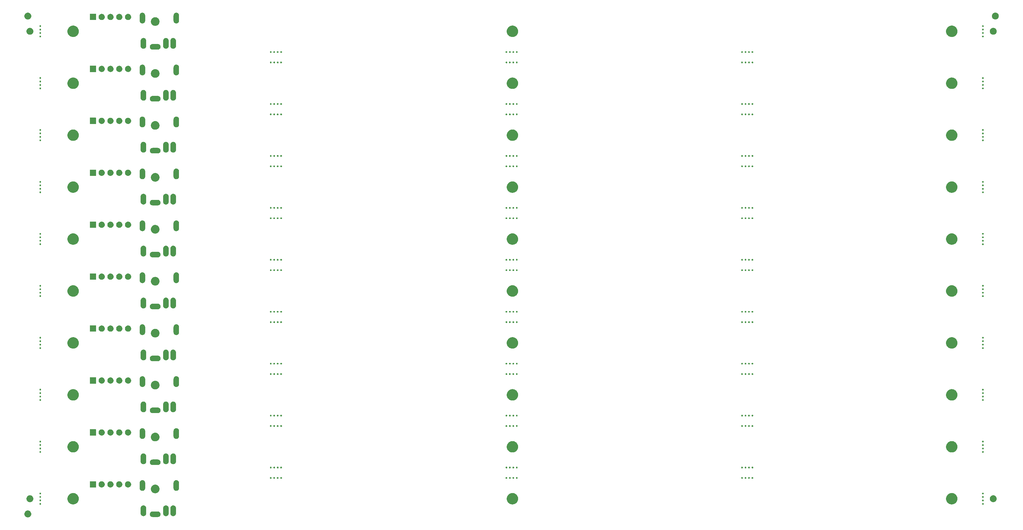
<source format=gbs>
G04 #@! TF.GenerationSoftware,KiCad,Pcbnew,7.0.7*
G04 #@! TF.CreationDate,2024-02-09T15:40:01-06:00*
G04 #@! TF.ProjectId,LEDIO Panel,4c454449-4f20-4506-916e-656c2e6b6963,rev?*
G04 #@! TF.SameCoordinates,PX3e2df80PYcfe1c60*
G04 #@! TF.FileFunction,Soldermask,Bot*
G04 #@! TF.FilePolarity,Negative*
%FSLAX46Y46*%
G04 Gerber Fmt 4.6, Leading zero omitted, Abs format (unit mm)*
G04 Created by KiCad (PCBNEW 7.0.7) date 2024-02-09 15:40:01*
%MOMM*%
%LPD*%
G01*
G04 APERTURE LIST*
G04 APERTURE END LIST*
G36*
X1448724Y2595201D02*
G01*
X1492218Y2595201D01*
X1540658Y2586147D01*
X1595090Y2580785D01*
X1636438Y2568243D01*
X1673518Y2561311D01*
X1724868Y2541418D01*
X1782683Y2523880D01*
X1815720Y2506222D01*
X1845501Y2494684D01*
X1897245Y2462646D01*
X1955570Y2431470D01*
X1980076Y2411359D01*
X2002311Y2397591D01*
X2051575Y2352681D01*
X2107107Y2307107D01*
X2123563Y2287055D01*
X2138611Y2273337D01*
X2182297Y2215487D01*
X2231470Y2155570D01*
X2240977Y2137782D01*
X2249762Y2126150D01*
X2284713Y2055960D01*
X2323880Y1982683D01*
X2328056Y1968914D01*
X2331972Y1961051D01*
X2355105Y1879745D01*
X2380785Y1795090D01*
X2381628Y1786527D01*
X2382446Y1783653D01*
X2390943Y1691953D01*
X2400000Y1600000D01*
X2390942Y1508040D01*
X2382446Y1416348D01*
X2381628Y1413476D01*
X2380785Y1404910D01*
X2355100Y1320241D01*
X2331972Y1238950D01*
X2328057Y1231089D01*
X2323880Y1217317D01*
X2284705Y1144028D01*
X2249762Y1073851D01*
X2240979Y1062222D01*
X2231470Y1044430D01*
X2182288Y984502D01*
X2138611Y926664D01*
X2123566Y912950D01*
X2107107Y892893D01*
X2051564Y847311D01*
X2002311Y802410D01*
X1980081Y788646D01*
X1955570Y768530D01*
X1897233Y737349D01*
X1845501Y705317D01*
X1815727Y693783D01*
X1782683Y676120D01*
X1724856Y658579D01*
X1673518Y638690D01*
X1636445Y631760D01*
X1595090Y619215D01*
X1540655Y613854D01*
X1492218Y604799D01*
X1448724Y604799D01*
X1400000Y600000D01*
X1351276Y604799D01*
X1307782Y604799D01*
X1259343Y613854D01*
X1204910Y619215D01*
X1163555Y631760D01*
X1126481Y638690D01*
X1075139Y658581D01*
X1017317Y676120D01*
X984275Y693782D01*
X954498Y705317D01*
X902759Y737353D01*
X844430Y768530D01*
X819921Y788644D01*
X797688Y802410D01*
X748425Y847319D01*
X692893Y892893D01*
X676436Y912946D01*
X661388Y926664D01*
X617699Y984518D01*
X568530Y1044430D01*
X559022Y1062217D01*
X550237Y1073851D01*
X515279Y1144055D01*
X476120Y1217317D01*
X471943Y1231084D01*
X468027Y1238950D01*
X444882Y1320294D01*
X419215Y1404910D01*
X418371Y1413470D01*
X417553Y1416348D01*
X409041Y1508204D01*
X400000Y1600000D01*
X409038Y1691773D01*
X417553Y1783653D01*
X418372Y1786532D01*
X419215Y1795090D01*
X444878Y1879692D01*
X468027Y1961051D01*
X471944Y1968919D01*
X476120Y1982683D01*
X515272Y2055932D01*
X550237Y2126150D01*
X559024Y2137787D01*
X568530Y2155570D01*
X617689Y2215472D01*
X661388Y2273337D01*
X676439Y2287059D01*
X692893Y2307107D01*
X748414Y2352673D01*
X797688Y2397591D01*
X819926Y2411361D01*
X844430Y2431470D01*
X902747Y2462642D01*
X954498Y2494684D01*
X984282Y2506223D01*
X1017317Y2523880D01*
X1075127Y2541417D01*
X1126481Y2561311D01*
X1163562Y2568243D01*
X1204910Y2580785D01*
X1259340Y2586147D01*
X1307782Y2595201D01*
X1351276Y2595201D01*
X1400000Y2600000D01*
X1448724Y2595201D01*
G37*
G36*
X39064914Y2314757D02*
G01*
X39141225Y2306736D01*
X39143947Y2305852D01*
X39153129Y2304817D01*
X39231093Y2277537D01*
X39301145Y2254775D01*
X39308844Y2250330D01*
X39323276Y2245280D01*
X39387638Y2204839D01*
X39446761Y2170704D01*
X39457842Y2160726D01*
X39475909Y2149374D01*
X39525267Y2100016D01*
X39571721Y2058188D01*
X39584011Y2041272D01*
X39603374Y2021909D01*
X39637251Y1967993D01*
X39670553Y1922158D01*
X39681497Y1897578D01*
X39699280Y1869276D01*
X39718304Y1814907D01*
X39738945Y1768548D01*
X39745782Y1736380D01*
X39758817Y1699129D01*
X39764589Y1647901D01*
X39773905Y1604072D01*
X39773905Y1565220D01*
X39779000Y1520000D01*
X39773905Y1474781D01*
X39773905Y1435929D01*
X39764589Y1392102D01*
X39758817Y1340871D01*
X39745782Y1303620D01*
X39738945Y1271453D01*
X39718306Y1225098D01*
X39699280Y1170724D01*
X39681496Y1142422D01*
X39670554Y1117845D01*
X39637259Y1072020D01*
X39603374Y1018091D01*
X39584007Y998725D01*
X39571719Y981811D01*
X39525276Y939994D01*
X39475909Y890626D01*
X39457839Y879272D01*
X39446761Y869297D01*
X39387658Y835175D01*
X39323276Y794720D01*
X39308839Y789669D01*
X39301145Y785226D01*
X39231133Y762478D01*
X39153129Y735183D01*
X39143942Y734148D01*
X39141225Y733265D01*
X39064989Y725253D01*
X38974000Y715000D01*
X38967451Y715000D01*
X37472549Y715000D01*
X37466000Y715000D01*
X37375018Y725252D01*
X37298774Y733265D01*
X37296056Y734149D01*
X37286871Y735183D01*
X37208879Y762474D01*
X37138854Y785226D01*
X37131157Y789670D01*
X37116724Y794720D01*
X37052353Y835168D01*
X36993238Y869297D01*
X36982157Y879274D01*
X36964091Y890626D01*
X36914731Y939986D01*
X36868278Y981813D01*
X36855987Y998730D01*
X36836626Y1018091D01*
X36802749Y1072005D01*
X36769446Y1117843D01*
X36758500Y1142426D01*
X36740720Y1170724D01*
X36721697Y1225088D01*
X36701054Y1271453D01*
X36694215Y1303627D01*
X36681183Y1340871D01*
X36675411Y1392092D01*
X36666094Y1435929D01*
X36666094Y1474790D01*
X36661000Y1520000D01*
X36666094Y1565211D01*
X36666094Y1604072D01*
X36675412Y1647911D01*
X36681183Y1699129D01*
X36694214Y1736372D01*
X36701054Y1768548D01*
X36721699Y1814918D01*
X36740720Y1869276D01*
X36758499Y1897572D01*
X36769445Y1922156D01*
X36802751Y1967999D01*
X36836626Y2021909D01*
X36855986Y2041270D01*
X36868280Y2058190D01*
X36914742Y2100026D01*
X36964091Y2149374D01*
X36982153Y2160724D01*
X36993238Y2170704D01*
X37052372Y2204846D01*
X37116724Y2245280D01*
X37131153Y2250330D01*
X37138854Y2254775D01*
X37208919Y2277541D01*
X37286871Y2304817D01*
X37296051Y2305852D01*
X37298774Y2306736D01*
X37375092Y2314758D01*
X37466000Y2325000D01*
X38974000Y2325000D01*
X39064914Y2314757D01*
G37*
G36*
X34865219Y4073905D02*
G01*
X34904072Y4073905D01*
X34947902Y4064589D01*
X34999129Y4058817D01*
X35036374Y4045785D01*
X35068547Y4038946D01*
X35114912Y4018303D01*
X35169276Y3999280D01*
X35197573Y3981500D01*
X35222155Y3970555D01*
X35267990Y3937254D01*
X35321909Y3903374D01*
X35341272Y3884011D01*
X35358189Y3871720D01*
X35400015Y3825268D01*
X35449374Y3775909D01*
X35460726Y3757843D01*
X35470703Y3746762D01*
X35504832Y3687647D01*
X35545280Y3623276D01*
X35550330Y3608843D01*
X35554774Y3601146D01*
X35577526Y3531121D01*
X35604817Y3453129D01*
X35605851Y3443944D01*
X35606735Y3441226D01*
X35614749Y3364976D01*
X35625000Y3274000D01*
X35625000Y1766000D01*
X35614747Y1675011D01*
X35606735Y1598775D01*
X35605852Y1596058D01*
X35604817Y1586871D01*
X35577522Y1508867D01*
X35554774Y1438855D01*
X35550331Y1431161D01*
X35545280Y1416724D01*
X35504825Y1352342D01*
X35470703Y1293239D01*
X35460728Y1282161D01*
X35449374Y1264091D01*
X35400005Y1214723D01*
X35358187Y1168279D01*
X35341273Y1155991D01*
X35321909Y1136626D01*
X35267985Y1102744D01*
X35222157Y1069447D01*
X35197579Y1058505D01*
X35169276Y1040720D01*
X35114902Y1021694D01*
X35068547Y1001055D01*
X35036380Y994218D01*
X34999129Y981183D01*
X34947900Y975411D01*
X34904072Y966095D01*
X34865219Y966095D01*
X34820000Y961000D01*
X34774781Y966095D01*
X34735928Y966095D01*
X34692099Y975411D01*
X34640871Y981183D01*
X34603620Y994218D01*
X34571452Y1001055D01*
X34525092Y1021696D01*
X34470724Y1040720D01*
X34442423Y1058503D01*
X34417844Y1069446D01*
X34372011Y1102746D01*
X34318091Y1136626D01*
X34298726Y1155991D01*
X34281810Y1168281D01*
X34239983Y1214734D01*
X34190626Y1264091D01*
X34179274Y1282158D01*
X34169296Y1293239D01*
X34135161Y1352362D01*
X34094720Y1416724D01*
X34089670Y1431156D01*
X34085225Y1438855D01*
X34062463Y1508907D01*
X34035183Y1586871D01*
X34034148Y1596053D01*
X34033264Y1598775D01*
X34025237Y1675144D01*
X34015000Y1766000D01*
X34015000Y1772540D01*
X34014999Y1772549D01*
X34014999Y3267452D01*
X34015000Y3267462D01*
X34015000Y3274000D01*
X34025235Y3364843D01*
X34033264Y3441226D01*
X34034148Y3443949D01*
X34035183Y3453129D01*
X34062459Y3531081D01*
X34085225Y3601146D01*
X34089670Y3608847D01*
X34094720Y3623276D01*
X34135154Y3687628D01*
X34169296Y3746762D01*
X34179276Y3757847D01*
X34190626Y3775909D01*
X34239975Y3825259D01*
X34281812Y3871722D01*
X34298732Y3884016D01*
X34318091Y3903374D01*
X34371996Y3937246D01*
X34417842Y3970554D01*
X34442428Y3981501D01*
X34470724Y3999280D01*
X34525082Y4018301D01*
X34571452Y4038946D01*
X34603626Y4045785D01*
X34640871Y4058817D01*
X34692096Y4064589D01*
X34735928Y4073905D01*
X34774781Y4073905D01*
X34820000Y4079000D01*
X34865219Y4073905D01*
G37*
G36*
X41365219Y4073905D02*
G01*
X41404072Y4073905D01*
X41447902Y4064589D01*
X41499129Y4058817D01*
X41536374Y4045785D01*
X41568547Y4038946D01*
X41614912Y4018303D01*
X41669276Y3999280D01*
X41697573Y3981500D01*
X41722155Y3970555D01*
X41767990Y3937254D01*
X41821909Y3903374D01*
X41841272Y3884011D01*
X41858189Y3871720D01*
X41900015Y3825268D01*
X41949374Y3775909D01*
X41960726Y3757843D01*
X41970703Y3746762D01*
X42004832Y3687647D01*
X42045280Y3623276D01*
X42050330Y3608843D01*
X42054774Y3601146D01*
X42077526Y3531121D01*
X42104817Y3453129D01*
X42105851Y3443944D01*
X42106735Y3441226D01*
X42114749Y3364976D01*
X42125000Y3274000D01*
X42125000Y1766000D01*
X42114747Y1675011D01*
X42106735Y1598775D01*
X42105852Y1596058D01*
X42104817Y1586871D01*
X42077522Y1508867D01*
X42054774Y1438855D01*
X42050331Y1431161D01*
X42045280Y1416724D01*
X42004825Y1352342D01*
X41970703Y1293239D01*
X41960728Y1282161D01*
X41949374Y1264091D01*
X41900005Y1214723D01*
X41858187Y1168279D01*
X41841273Y1155991D01*
X41821909Y1136626D01*
X41767985Y1102744D01*
X41722157Y1069447D01*
X41697579Y1058505D01*
X41669276Y1040720D01*
X41614902Y1021694D01*
X41568547Y1001055D01*
X41536380Y994218D01*
X41499129Y981183D01*
X41447900Y975411D01*
X41404072Y966095D01*
X41365219Y966095D01*
X41320000Y961000D01*
X41274781Y966095D01*
X41235928Y966095D01*
X41192099Y975411D01*
X41140871Y981183D01*
X41103620Y994218D01*
X41071452Y1001055D01*
X41025092Y1021696D01*
X40970724Y1040720D01*
X40942423Y1058503D01*
X40917844Y1069446D01*
X40872011Y1102746D01*
X40818091Y1136626D01*
X40798726Y1155991D01*
X40781810Y1168281D01*
X40739983Y1214734D01*
X40690626Y1264091D01*
X40679274Y1282158D01*
X40669296Y1293239D01*
X40635161Y1352362D01*
X40594720Y1416724D01*
X40589670Y1431156D01*
X40585225Y1438855D01*
X40562463Y1508907D01*
X40535183Y1586871D01*
X40534148Y1596053D01*
X40533264Y1598775D01*
X40525237Y1675144D01*
X40515000Y1766000D01*
X40515000Y1772540D01*
X40514999Y1772549D01*
X40514999Y3267452D01*
X40515000Y3267462D01*
X40515000Y3274000D01*
X40525235Y3364843D01*
X40533264Y3441226D01*
X40534148Y3443949D01*
X40535183Y3453129D01*
X40562459Y3531081D01*
X40585225Y3601146D01*
X40589670Y3608847D01*
X40594720Y3623276D01*
X40635154Y3687628D01*
X40669296Y3746762D01*
X40679276Y3757847D01*
X40690626Y3775909D01*
X40739975Y3825259D01*
X40781812Y3871722D01*
X40798732Y3884016D01*
X40818091Y3903374D01*
X40871996Y3937246D01*
X40917842Y3970554D01*
X40942428Y3981501D01*
X40970724Y3999280D01*
X41025082Y4018301D01*
X41071452Y4038946D01*
X41103626Y4045785D01*
X41140871Y4058817D01*
X41192096Y4064589D01*
X41235928Y4073905D01*
X41274781Y4073905D01*
X41320000Y4079000D01*
X41365219Y4073905D01*
G37*
G36*
X43465219Y4073905D02*
G01*
X43504072Y4073905D01*
X43547902Y4064589D01*
X43599129Y4058817D01*
X43636374Y4045785D01*
X43668547Y4038946D01*
X43714912Y4018303D01*
X43769276Y3999280D01*
X43797573Y3981500D01*
X43822155Y3970555D01*
X43867990Y3937254D01*
X43921909Y3903374D01*
X43941272Y3884011D01*
X43958189Y3871720D01*
X44000015Y3825268D01*
X44049374Y3775909D01*
X44060726Y3757843D01*
X44070703Y3746762D01*
X44104832Y3687647D01*
X44145280Y3623276D01*
X44150330Y3608843D01*
X44154774Y3601146D01*
X44177526Y3531121D01*
X44204817Y3453129D01*
X44205851Y3443944D01*
X44206735Y3441226D01*
X44214749Y3364976D01*
X44225000Y3274000D01*
X44225000Y1766000D01*
X44214747Y1675011D01*
X44206735Y1598775D01*
X44205852Y1596058D01*
X44204817Y1586871D01*
X44177522Y1508867D01*
X44154774Y1438855D01*
X44150331Y1431161D01*
X44145280Y1416724D01*
X44104825Y1352342D01*
X44070703Y1293239D01*
X44060728Y1282161D01*
X44049374Y1264091D01*
X44000005Y1214723D01*
X43958187Y1168279D01*
X43941273Y1155991D01*
X43921909Y1136626D01*
X43867985Y1102744D01*
X43822157Y1069447D01*
X43797579Y1058505D01*
X43769276Y1040720D01*
X43714902Y1021694D01*
X43668547Y1001055D01*
X43636380Y994218D01*
X43599129Y981183D01*
X43547900Y975411D01*
X43504072Y966095D01*
X43465219Y966095D01*
X43420000Y961000D01*
X43374781Y966095D01*
X43335928Y966095D01*
X43292099Y975411D01*
X43240871Y981183D01*
X43203620Y994218D01*
X43171452Y1001055D01*
X43125092Y1021696D01*
X43070724Y1040720D01*
X43042423Y1058503D01*
X43017844Y1069446D01*
X42972011Y1102746D01*
X42918091Y1136626D01*
X42898726Y1155991D01*
X42881810Y1168281D01*
X42839983Y1214734D01*
X42790626Y1264091D01*
X42779274Y1282158D01*
X42769296Y1293239D01*
X42735161Y1352362D01*
X42694720Y1416724D01*
X42689670Y1431156D01*
X42685225Y1438855D01*
X42662463Y1508907D01*
X42635183Y1586871D01*
X42634148Y1596053D01*
X42633264Y1598775D01*
X42625237Y1675144D01*
X42615000Y1766000D01*
X42615000Y1772540D01*
X42614999Y1772549D01*
X42614999Y3267452D01*
X42615000Y3267462D01*
X42615000Y3274000D01*
X42625235Y3364843D01*
X42633264Y3441226D01*
X42634148Y3443949D01*
X42635183Y3453129D01*
X42662459Y3531081D01*
X42685225Y3601146D01*
X42689670Y3608847D01*
X42694720Y3623276D01*
X42735154Y3687628D01*
X42769296Y3746762D01*
X42779276Y3757847D01*
X42790626Y3775909D01*
X42839975Y3825259D01*
X42881812Y3871722D01*
X42898732Y3884016D01*
X42918091Y3903374D01*
X42971996Y3937246D01*
X43017842Y3970554D01*
X43042428Y3981501D01*
X43070724Y3999280D01*
X43125082Y4018301D01*
X43171452Y4038946D01*
X43203626Y4045785D01*
X43240871Y4058817D01*
X43292096Y4064589D01*
X43335928Y4073905D01*
X43374781Y4073905D01*
X43420000Y4079000D01*
X43465219Y4073905D01*
G37*
G36*
X5038436Y4742355D02*
G01*
X5076773Y4736283D01*
X5081775Y4733734D01*
X5095671Y4730970D01*
X5122876Y4712792D01*
X5146029Y4700995D01*
X5157097Y4689927D01*
X5176777Y4676777D01*
X5189926Y4657098D01*
X5200994Y4646030D01*
X5212789Y4622881D01*
X5230970Y4595671D01*
X5233734Y4581775D01*
X5236282Y4576774D01*
X5242350Y4538459D01*
X5250000Y4500000D01*
X5242349Y4461540D01*
X5236282Y4423227D01*
X5233734Y4418228D01*
X5230970Y4404329D01*
X5212787Y4377117D01*
X5200994Y4353971D01*
X5189928Y4342906D01*
X5176777Y4323223D01*
X5157094Y4310072D01*
X5146029Y4299006D01*
X5122883Y4287213D01*
X5095671Y4269030D01*
X5081772Y4266266D01*
X5076773Y4263718D01*
X5038462Y4257651D01*
X5000000Y4250000D01*
X4961543Y4257650D01*
X4923226Y4263718D01*
X4918225Y4266266D01*
X4904329Y4269030D01*
X4877119Y4287211D01*
X4853970Y4299006D01*
X4842902Y4310074D01*
X4823223Y4323223D01*
X4810073Y4342903D01*
X4799005Y4353971D01*
X4787208Y4377124D01*
X4769030Y4404329D01*
X4766266Y4418225D01*
X4763717Y4423227D01*
X4757645Y4461564D01*
X4750000Y4500000D01*
X4757644Y4538435D01*
X4763717Y4576774D01*
X4766266Y4581778D01*
X4769030Y4595671D01*
X4787206Y4622874D01*
X4799005Y4646030D01*
X4810075Y4657101D01*
X4823223Y4676777D01*
X4842899Y4689925D01*
X4853970Y4700995D01*
X4877126Y4712794D01*
X4904329Y4730970D01*
X4918222Y4733734D01*
X4923226Y4736283D01*
X4961565Y4742356D01*
X5000000Y4750000D01*
X5038436Y4742355D01*
G37*
G36*
X277538436Y4742355D02*
G01*
X277576773Y4736283D01*
X277581775Y4733734D01*
X277595671Y4730970D01*
X277622876Y4712792D01*
X277646029Y4700995D01*
X277657097Y4689927D01*
X277676777Y4676777D01*
X277689926Y4657098D01*
X277700994Y4646030D01*
X277712789Y4622881D01*
X277730970Y4595671D01*
X277733734Y4581775D01*
X277736282Y4576774D01*
X277742350Y4538459D01*
X277750000Y4500000D01*
X277742349Y4461540D01*
X277736282Y4423227D01*
X277733734Y4418228D01*
X277730970Y4404329D01*
X277712787Y4377117D01*
X277700994Y4353971D01*
X277689928Y4342906D01*
X277676777Y4323223D01*
X277657094Y4310072D01*
X277646029Y4299006D01*
X277622883Y4287213D01*
X277595671Y4269030D01*
X277581772Y4266266D01*
X277576773Y4263718D01*
X277538462Y4257651D01*
X277500000Y4250000D01*
X277461543Y4257650D01*
X277423226Y4263718D01*
X277418225Y4266266D01*
X277404329Y4269030D01*
X277377119Y4287211D01*
X277353970Y4299006D01*
X277342902Y4310074D01*
X277323223Y4323223D01*
X277310073Y4342903D01*
X277299005Y4353971D01*
X277287208Y4377124D01*
X277269030Y4404329D01*
X277266266Y4418225D01*
X277263717Y4423227D01*
X277257645Y4461562D01*
X277250000Y4500000D01*
X277257644Y4538433D01*
X277263717Y4576774D01*
X277266266Y4581778D01*
X277269030Y4595671D01*
X277287206Y4622874D01*
X277299005Y4646030D01*
X277310075Y4657101D01*
X277323223Y4676777D01*
X277342899Y4689925D01*
X277353970Y4700995D01*
X277377126Y4712794D01*
X277404329Y4730970D01*
X277418222Y4733734D01*
X277423226Y4736283D01*
X277461565Y4742356D01*
X277500000Y4750000D01*
X277538436Y4742355D01*
G37*
G36*
X14563098Y7646034D02*
G01*
X14623353Y7646034D01*
X14689199Y7636110D01*
X14758273Y7630673D01*
X14813947Y7617307D01*
X14867302Y7609265D01*
X14937021Y7587760D01*
X15010187Y7570194D01*
X15057495Y7550599D01*
X15103052Y7536546D01*
X15174569Y7502105D01*
X15249538Y7471052D01*
X15288022Y7447469D01*
X15325322Y7429506D01*
X15396271Y7381134D01*
X15470433Y7335687D01*
X15500127Y7310326D01*
X15529162Y7290530D01*
X15596956Y7227626D01*
X15667433Y7167433D01*
X15688834Y7142375D01*
X15710011Y7122726D01*
X15771925Y7045089D01*
X15835687Y6970433D01*
X15849709Y6947551D01*
X15863830Y6929844D01*
X15917087Y6837601D01*
X15971052Y6749538D01*
X15978977Y6730403D01*
X15987185Y6716188D01*
X16029038Y6609546D01*
X16070194Y6510187D01*
X16073597Y6496009D01*
X16077314Y6486540D01*
X16105157Y6364554D01*
X16130673Y6258273D01*
X16131334Y6249867D01*
X16132214Y6246014D01*
X16143684Y6092957D01*
X16151000Y6000000D01*
X16143681Y5907012D01*
X16132214Y5753987D01*
X16131334Y5750135D01*
X16130673Y5741727D01*
X16105152Y5635427D01*
X16077314Y5513461D01*
X16073598Y5503995D01*
X16070194Y5489813D01*
X16029031Y5390437D01*
X15987185Y5283813D01*
X15978979Y5269601D01*
X15971052Y5250462D01*
X15917077Y5162384D01*
X15863830Y5070157D01*
X15849712Y5052454D01*
X15835687Y5029567D01*
X15771913Y4954898D01*
X15710011Y4877275D01*
X15688838Y4857631D01*
X15667433Y4832567D01*
X15596942Y4772363D01*
X15529162Y4709471D01*
X15500133Y4689680D01*
X15470433Y4664313D01*
X15396257Y4618858D01*
X15325322Y4570495D01*
X15288030Y4552537D01*
X15249538Y4528948D01*
X15174554Y4497890D01*
X15103052Y4463455D01*
X15057504Y4449406D01*
X15010187Y4429806D01*
X14937007Y4412238D01*
X14867302Y4390736D01*
X14813955Y4382696D01*
X14758273Y4369327D01*
X14689195Y4363891D01*
X14623353Y4353966D01*
X14563098Y4353966D01*
X14500000Y4349000D01*
X14436902Y4353966D01*
X14376647Y4353966D01*
X14310803Y4363891D01*
X14241727Y4369327D01*
X14186045Y4382695D01*
X14132697Y4390736D01*
X14062988Y4412239D01*
X13989813Y4429806D01*
X13942498Y4449405D01*
X13896947Y4463455D01*
X13825438Y4497893D01*
X13750462Y4528948D01*
X13711972Y4552535D01*
X13674675Y4570496D01*
X13603726Y4618869D01*
X13529567Y4664313D01*
X13499873Y4689674D01*
X13470839Y4709469D01*
X13403043Y4772375D01*
X13332567Y4832567D01*
X13311164Y4857626D01*
X13289988Y4877275D01*
X13228071Y4954916D01*
X13164313Y5029567D01*
X13150291Y5052449D01*
X13136169Y5070157D01*
X13082905Y5162412D01*
X13028948Y5250462D01*
X13021023Y5269595D01*
X13012814Y5283813D01*
X12970949Y5390483D01*
X12929806Y5489813D01*
X12926402Y5503988D01*
X12922685Y5513461D01*
X12894827Y5635512D01*
X12869327Y5741727D01*
X12868665Y5750129D01*
X12867785Y5753987D01*
X12856297Y5907278D01*
X12849000Y6000000D01*
X12856295Y6092691D01*
X12867785Y6246014D01*
X12868665Y6249874D01*
X12869327Y6258273D01*
X12894822Y6364470D01*
X12922685Y6486540D01*
X12926403Y6496016D01*
X12929806Y6510187D01*
X12970942Y6609500D01*
X13012814Y6716188D01*
X13021024Y6730410D01*
X13028948Y6749538D01*
X13082895Y6837573D01*
X13136169Y6929844D01*
X13150293Y6947557D01*
X13164313Y6970433D01*
X13228059Y7045071D01*
X13289988Y7122726D01*
X13311169Y7142380D01*
X13332567Y7167433D01*
X13403029Y7227614D01*
X13470839Y7290532D01*
X13499879Y7310332D01*
X13529567Y7335687D01*
X13603711Y7381124D01*
X13674675Y7429505D01*
X13711980Y7447471D01*
X13750462Y7471052D01*
X13825423Y7502102D01*
X13896947Y7536546D01*
X13942507Y7550600D01*
X13989813Y7570194D01*
X14062973Y7587759D01*
X14132697Y7609265D01*
X14186054Y7617308D01*
X14241727Y7630673D01*
X14310799Y7636110D01*
X14376647Y7646034D01*
X14436902Y7646034D01*
X14500000Y7651000D01*
X14563098Y7646034D01*
G37*
G36*
X141563098Y7646034D02*
G01*
X141623353Y7646034D01*
X141689199Y7636110D01*
X141758273Y7630673D01*
X141813947Y7617307D01*
X141867302Y7609265D01*
X141937021Y7587760D01*
X142010187Y7570194D01*
X142057495Y7550599D01*
X142103052Y7536546D01*
X142174569Y7502105D01*
X142249538Y7471052D01*
X142288022Y7447469D01*
X142325322Y7429506D01*
X142396271Y7381134D01*
X142470433Y7335687D01*
X142500127Y7310326D01*
X142529162Y7290530D01*
X142596956Y7227626D01*
X142667433Y7167433D01*
X142688834Y7142375D01*
X142710011Y7122726D01*
X142771925Y7045089D01*
X142835687Y6970433D01*
X142849709Y6947551D01*
X142863830Y6929844D01*
X142917087Y6837601D01*
X142971052Y6749538D01*
X142978977Y6730403D01*
X142987185Y6716188D01*
X143029038Y6609546D01*
X143070194Y6510187D01*
X143073597Y6496009D01*
X143077314Y6486540D01*
X143105157Y6364554D01*
X143130673Y6258273D01*
X143131334Y6249867D01*
X143132214Y6246014D01*
X143143684Y6092957D01*
X143151000Y6000000D01*
X143143681Y5907012D01*
X143132214Y5753987D01*
X143131334Y5750135D01*
X143130673Y5741727D01*
X143105152Y5635427D01*
X143077314Y5513461D01*
X143073598Y5503995D01*
X143070194Y5489813D01*
X143029031Y5390437D01*
X142987185Y5283813D01*
X142978979Y5269601D01*
X142971052Y5250462D01*
X142917077Y5162384D01*
X142863830Y5070157D01*
X142849712Y5052454D01*
X142835687Y5029567D01*
X142771913Y4954898D01*
X142710011Y4877275D01*
X142688838Y4857631D01*
X142667433Y4832567D01*
X142596942Y4772363D01*
X142529162Y4709471D01*
X142500133Y4689680D01*
X142470433Y4664313D01*
X142396257Y4618858D01*
X142325322Y4570495D01*
X142288030Y4552537D01*
X142249538Y4528948D01*
X142174554Y4497890D01*
X142103052Y4463455D01*
X142057504Y4449406D01*
X142010187Y4429806D01*
X141937007Y4412238D01*
X141867302Y4390736D01*
X141813955Y4382696D01*
X141758273Y4369327D01*
X141689195Y4363891D01*
X141623353Y4353966D01*
X141563098Y4353966D01*
X141500000Y4349000D01*
X141436902Y4353966D01*
X141376647Y4353966D01*
X141310803Y4363891D01*
X141241727Y4369327D01*
X141186045Y4382695D01*
X141132697Y4390736D01*
X141062988Y4412239D01*
X140989813Y4429806D01*
X140942498Y4449405D01*
X140896947Y4463455D01*
X140825438Y4497893D01*
X140750462Y4528948D01*
X140711972Y4552535D01*
X140674675Y4570496D01*
X140603726Y4618869D01*
X140529567Y4664313D01*
X140499873Y4689674D01*
X140470839Y4709469D01*
X140403043Y4772375D01*
X140332567Y4832567D01*
X140311164Y4857626D01*
X140289988Y4877275D01*
X140228071Y4954916D01*
X140164313Y5029567D01*
X140150291Y5052449D01*
X140136169Y5070157D01*
X140082905Y5162412D01*
X140028948Y5250462D01*
X140021023Y5269595D01*
X140012814Y5283813D01*
X139970949Y5390483D01*
X139929806Y5489813D01*
X139926402Y5503988D01*
X139922685Y5513461D01*
X139894827Y5635512D01*
X139869327Y5741727D01*
X139868665Y5750129D01*
X139867785Y5753987D01*
X139856297Y5907278D01*
X139849000Y6000000D01*
X139856295Y6092691D01*
X139867785Y6246014D01*
X139868665Y6249874D01*
X139869327Y6258273D01*
X139894822Y6364470D01*
X139922685Y6486540D01*
X139926403Y6496016D01*
X139929806Y6510187D01*
X139970942Y6609500D01*
X140012814Y6716188D01*
X140021024Y6730410D01*
X140028948Y6749538D01*
X140082895Y6837573D01*
X140136169Y6929844D01*
X140150293Y6947557D01*
X140164313Y6970433D01*
X140228059Y7045071D01*
X140289988Y7122726D01*
X140311169Y7142380D01*
X140332567Y7167433D01*
X140403029Y7227614D01*
X140470839Y7290532D01*
X140499879Y7310332D01*
X140529567Y7335687D01*
X140603711Y7381124D01*
X140674675Y7429505D01*
X140711980Y7447471D01*
X140750462Y7471052D01*
X140825423Y7502102D01*
X140896947Y7536546D01*
X140942507Y7550600D01*
X140989813Y7570194D01*
X141062973Y7587759D01*
X141132697Y7609265D01*
X141186054Y7617308D01*
X141241727Y7630673D01*
X141310799Y7636110D01*
X141376647Y7646034D01*
X141436902Y7646034D01*
X141500000Y7651000D01*
X141563098Y7646034D01*
G37*
G36*
X268563098Y7646034D02*
G01*
X268623353Y7646034D01*
X268689199Y7636110D01*
X268758273Y7630673D01*
X268813947Y7617307D01*
X268867302Y7609265D01*
X268937021Y7587760D01*
X269010187Y7570194D01*
X269057495Y7550599D01*
X269103052Y7536546D01*
X269174569Y7502105D01*
X269249538Y7471052D01*
X269288022Y7447469D01*
X269325322Y7429506D01*
X269396271Y7381134D01*
X269470433Y7335687D01*
X269500127Y7310326D01*
X269529162Y7290530D01*
X269596956Y7227626D01*
X269667433Y7167433D01*
X269688834Y7142375D01*
X269710011Y7122726D01*
X269771925Y7045089D01*
X269835687Y6970433D01*
X269849709Y6947551D01*
X269863830Y6929844D01*
X269917087Y6837601D01*
X269971052Y6749538D01*
X269978977Y6730403D01*
X269987185Y6716188D01*
X270029038Y6609546D01*
X270070194Y6510187D01*
X270073597Y6496009D01*
X270077314Y6486540D01*
X270105157Y6364554D01*
X270130673Y6258273D01*
X270131334Y6249867D01*
X270132214Y6246014D01*
X270143683Y6092969D01*
X270151000Y6000000D01*
X270143682Y5907025D01*
X270132214Y5753987D01*
X270131334Y5750135D01*
X270130673Y5741727D01*
X270105152Y5635427D01*
X270077314Y5513461D01*
X270073598Y5503995D01*
X270070194Y5489813D01*
X270029031Y5390437D01*
X269987185Y5283813D01*
X269978979Y5269601D01*
X269971052Y5250462D01*
X269917077Y5162384D01*
X269863830Y5070157D01*
X269849712Y5052454D01*
X269835687Y5029567D01*
X269771913Y4954898D01*
X269710011Y4877275D01*
X269688838Y4857631D01*
X269667433Y4832567D01*
X269596942Y4772363D01*
X269529162Y4709471D01*
X269500133Y4689680D01*
X269470433Y4664313D01*
X269396257Y4618858D01*
X269325322Y4570495D01*
X269288030Y4552537D01*
X269249538Y4528948D01*
X269174554Y4497890D01*
X269103052Y4463455D01*
X269057504Y4449406D01*
X269010187Y4429806D01*
X268937007Y4412238D01*
X268867302Y4390736D01*
X268813955Y4382696D01*
X268758273Y4369327D01*
X268689195Y4363891D01*
X268623353Y4353966D01*
X268563098Y4353966D01*
X268500000Y4349000D01*
X268436902Y4353966D01*
X268376647Y4353966D01*
X268310803Y4363891D01*
X268241727Y4369327D01*
X268186045Y4382695D01*
X268132697Y4390736D01*
X268062988Y4412239D01*
X267989813Y4429806D01*
X267942498Y4449405D01*
X267896947Y4463455D01*
X267825438Y4497893D01*
X267750462Y4528948D01*
X267711972Y4552535D01*
X267674675Y4570496D01*
X267603726Y4618869D01*
X267529567Y4664313D01*
X267499873Y4689674D01*
X267470839Y4709469D01*
X267403043Y4772375D01*
X267332567Y4832567D01*
X267311164Y4857626D01*
X267289988Y4877275D01*
X267228071Y4954916D01*
X267164313Y5029567D01*
X267150291Y5052449D01*
X267136169Y5070157D01*
X267082905Y5162412D01*
X267028948Y5250462D01*
X267021023Y5269595D01*
X267012814Y5283813D01*
X266970949Y5390483D01*
X266929806Y5489813D01*
X266926402Y5503988D01*
X266922685Y5513461D01*
X266894827Y5635512D01*
X266869327Y5741727D01*
X266868665Y5750129D01*
X266867785Y5753987D01*
X266856297Y5907278D01*
X266849000Y6000000D01*
X266856295Y6092691D01*
X266867785Y6246014D01*
X266868665Y6249874D01*
X266869327Y6258273D01*
X266894822Y6364470D01*
X266922685Y6486540D01*
X266926403Y6496016D01*
X266929806Y6510187D01*
X266970942Y6609500D01*
X267012814Y6716188D01*
X267021024Y6730410D01*
X267028948Y6749538D01*
X267082895Y6837573D01*
X267136169Y6929844D01*
X267150293Y6947557D01*
X267164313Y6970433D01*
X267228059Y7045071D01*
X267289988Y7122726D01*
X267311169Y7142380D01*
X267332567Y7167433D01*
X267403029Y7227614D01*
X267470839Y7290532D01*
X267499879Y7310332D01*
X267529567Y7335687D01*
X267603711Y7381124D01*
X267674675Y7429505D01*
X267711980Y7447471D01*
X267750462Y7471052D01*
X267825423Y7502102D01*
X267896947Y7536546D01*
X267942507Y7550600D01*
X267989813Y7570194D01*
X268062973Y7587759D01*
X268132697Y7609265D01*
X268186054Y7617308D01*
X268241727Y7630673D01*
X268310799Y7636110D01*
X268376647Y7646034D01*
X268436902Y7646034D01*
X268500000Y7651000D01*
X268563098Y7646034D01*
G37*
G36*
X2048724Y6995201D02*
G01*
X2092218Y6995201D01*
X2140658Y6986147D01*
X2195090Y6980785D01*
X2236438Y6968243D01*
X2273518Y6961311D01*
X2324868Y6941418D01*
X2382683Y6923880D01*
X2415720Y6906222D01*
X2445501Y6894684D01*
X2497245Y6862646D01*
X2555570Y6831470D01*
X2580076Y6811359D01*
X2602311Y6797591D01*
X2651575Y6752681D01*
X2707107Y6707107D01*
X2723563Y6687055D01*
X2738611Y6673337D01*
X2782297Y6615487D01*
X2831470Y6555570D01*
X2840977Y6537782D01*
X2849762Y6526150D01*
X2884713Y6455960D01*
X2923880Y6382683D01*
X2928056Y6368914D01*
X2931972Y6361051D01*
X2955105Y6279745D01*
X2980785Y6195090D01*
X2981628Y6186527D01*
X2982446Y6183653D01*
X2990943Y6091953D01*
X3000000Y6000000D01*
X2990942Y5908040D01*
X2982446Y5816348D01*
X2981628Y5813476D01*
X2980785Y5804910D01*
X2955100Y5720241D01*
X2931972Y5638950D01*
X2928057Y5631089D01*
X2923880Y5617317D01*
X2884705Y5544028D01*
X2849762Y5473851D01*
X2840979Y5462222D01*
X2831470Y5444430D01*
X2782288Y5384502D01*
X2738611Y5326664D01*
X2723566Y5312950D01*
X2707107Y5292893D01*
X2651564Y5247311D01*
X2602311Y5202410D01*
X2580081Y5188646D01*
X2555570Y5168530D01*
X2497233Y5137349D01*
X2445501Y5105317D01*
X2415727Y5093783D01*
X2382683Y5076120D01*
X2324856Y5058579D01*
X2273518Y5038690D01*
X2236445Y5031760D01*
X2195090Y5019215D01*
X2140655Y5013854D01*
X2092218Y5004799D01*
X2048724Y5004799D01*
X2000000Y5000000D01*
X1951276Y5004799D01*
X1907782Y5004799D01*
X1859343Y5013854D01*
X1804910Y5019215D01*
X1763555Y5031760D01*
X1726481Y5038690D01*
X1675139Y5058581D01*
X1617317Y5076120D01*
X1584275Y5093782D01*
X1554498Y5105317D01*
X1502759Y5137353D01*
X1444430Y5168530D01*
X1419921Y5188644D01*
X1397688Y5202410D01*
X1348425Y5247319D01*
X1292893Y5292893D01*
X1276436Y5312946D01*
X1261388Y5326664D01*
X1217699Y5384518D01*
X1168530Y5444430D01*
X1159022Y5462217D01*
X1150237Y5473851D01*
X1115279Y5544055D01*
X1076120Y5617317D01*
X1071943Y5631084D01*
X1068027Y5638950D01*
X1044882Y5720294D01*
X1019215Y5804910D01*
X1018371Y5813470D01*
X1017553Y5816348D01*
X1009041Y5908204D01*
X1000000Y6000000D01*
X1009038Y6091773D01*
X1017553Y6183653D01*
X1018372Y6186532D01*
X1019215Y6195090D01*
X1044878Y6279692D01*
X1068027Y6361051D01*
X1071944Y6368919D01*
X1076120Y6382683D01*
X1115272Y6455932D01*
X1150237Y6526150D01*
X1159024Y6537787D01*
X1168530Y6555570D01*
X1217689Y6615472D01*
X1261388Y6673337D01*
X1276439Y6687059D01*
X1292893Y6707107D01*
X1348414Y6752673D01*
X1397688Y6797591D01*
X1419926Y6811361D01*
X1444430Y6831470D01*
X1502747Y6862642D01*
X1554498Y6894684D01*
X1584282Y6906223D01*
X1617317Y6923880D01*
X1675127Y6941417D01*
X1726481Y6961311D01*
X1763562Y6968243D01*
X1804910Y6980785D01*
X1859340Y6986147D01*
X1907782Y6995201D01*
X1951276Y6995201D01*
X2000000Y7000000D01*
X2048724Y6995201D01*
G37*
G36*
X280548724Y6995201D02*
G01*
X280592218Y6995201D01*
X280640658Y6986147D01*
X280695090Y6980785D01*
X280736438Y6968243D01*
X280773518Y6961311D01*
X280824868Y6941418D01*
X280882683Y6923880D01*
X280915720Y6906222D01*
X280945501Y6894684D01*
X280997245Y6862646D01*
X281055570Y6831470D01*
X281080076Y6811359D01*
X281102311Y6797591D01*
X281151575Y6752681D01*
X281207107Y6707107D01*
X281223563Y6687055D01*
X281238611Y6673337D01*
X281282297Y6615487D01*
X281331470Y6555570D01*
X281340977Y6537782D01*
X281349762Y6526150D01*
X281384713Y6455960D01*
X281423880Y6382683D01*
X281428056Y6368914D01*
X281431972Y6361051D01*
X281455105Y6279745D01*
X281480785Y6195090D01*
X281481628Y6186527D01*
X281482446Y6183653D01*
X281490944Y6091945D01*
X281500000Y6000000D01*
X281490941Y5908032D01*
X281482446Y5816348D01*
X281481628Y5813476D01*
X281480785Y5804910D01*
X281455100Y5720241D01*
X281431972Y5638950D01*
X281428057Y5631089D01*
X281423880Y5617317D01*
X281384705Y5544028D01*
X281349762Y5473851D01*
X281340979Y5462222D01*
X281331470Y5444430D01*
X281282288Y5384502D01*
X281238611Y5326664D01*
X281223566Y5312950D01*
X281207107Y5292893D01*
X281151564Y5247311D01*
X281102311Y5202410D01*
X281080081Y5188646D01*
X281055570Y5168530D01*
X280997233Y5137349D01*
X280945501Y5105317D01*
X280915727Y5093783D01*
X280882683Y5076120D01*
X280824856Y5058579D01*
X280773518Y5038690D01*
X280736445Y5031760D01*
X280695090Y5019215D01*
X280640655Y5013854D01*
X280592218Y5004799D01*
X280548724Y5004799D01*
X280500000Y5000000D01*
X280451276Y5004799D01*
X280407782Y5004799D01*
X280359343Y5013854D01*
X280304910Y5019215D01*
X280263555Y5031760D01*
X280226481Y5038690D01*
X280175139Y5058581D01*
X280117317Y5076120D01*
X280084275Y5093782D01*
X280054498Y5105317D01*
X280002759Y5137353D01*
X279944430Y5168530D01*
X279919921Y5188644D01*
X279897688Y5202410D01*
X279848425Y5247319D01*
X279792893Y5292893D01*
X279776436Y5312946D01*
X279761388Y5326664D01*
X279717699Y5384518D01*
X279668530Y5444430D01*
X279659022Y5462217D01*
X279650237Y5473851D01*
X279615279Y5544055D01*
X279576120Y5617317D01*
X279571943Y5631084D01*
X279568027Y5638950D01*
X279544882Y5720294D01*
X279519215Y5804910D01*
X279518371Y5813470D01*
X279517553Y5816348D01*
X279509040Y5908212D01*
X279500000Y6000000D01*
X279509039Y6091781D01*
X279517553Y6183653D01*
X279518372Y6186532D01*
X279519215Y6195090D01*
X279544878Y6279692D01*
X279568027Y6361051D01*
X279571944Y6368919D01*
X279576120Y6382683D01*
X279615272Y6455932D01*
X279650237Y6526150D01*
X279659024Y6537787D01*
X279668530Y6555570D01*
X279717689Y6615472D01*
X279761388Y6673337D01*
X279776439Y6687059D01*
X279792893Y6707107D01*
X279848414Y6752673D01*
X279897688Y6797591D01*
X279919926Y6811361D01*
X279944430Y6831470D01*
X280002747Y6862642D01*
X280054498Y6894684D01*
X280084282Y6906223D01*
X280117317Y6923880D01*
X280175127Y6941417D01*
X280226481Y6961311D01*
X280263562Y6968243D01*
X280304910Y6980785D01*
X280359340Y6986147D01*
X280407782Y6995201D01*
X280451276Y6995201D01*
X280500000Y7000000D01*
X280548724Y6995201D01*
G37*
G36*
X5038436Y5742355D02*
G01*
X5076773Y5736283D01*
X5081775Y5733734D01*
X5095671Y5730970D01*
X5122876Y5712792D01*
X5146029Y5700995D01*
X5157097Y5689927D01*
X5176777Y5676777D01*
X5189926Y5657098D01*
X5200994Y5646030D01*
X5212789Y5622881D01*
X5230970Y5595671D01*
X5233734Y5581775D01*
X5236282Y5576774D01*
X5242350Y5538459D01*
X5250000Y5500000D01*
X5242349Y5461540D01*
X5236282Y5423227D01*
X5233734Y5418228D01*
X5230970Y5404329D01*
X5212787Y5377117D01*
X5200994Y5353971D01*
X5189928Y5342906D01*
X5176777Y5323223D01*
X5157094Y5310072D01*
X5146029Y5299006D01*
X5122883Y5287213D01*
X5095671Y5269030D01*
X5081772Y5266266D01*
X5076773Y5263718D01*
X5038460Y5257651D01*
X5000000Y5250000D01*
X4961541Y5257650D01*
X4923226Y5263718D01*
X4918225Y5266266D01*
X4904329Y5269030D01*
X4877119Y5287211D01*
X4853970Y5299006D01*
X4842902Y5310074D01*
X4823223Y5323223D01*
X4810073Y5342903D01*
X4799005Y5353971D01*
X4787208Y5377124D01*
X4769030Y5404329D01*
X4766266Y5418225D01*
X4763717Y5423227D01*
X4757645Y5461564D01*
X4750000Y5500000D01*
X4757644Y5538435D01*
X4763717Y5576774D01*
X4766266Y5581778D01*
X4769030Y5595671D01*
X4787206Y5622874D01*
X4799005Y5646030D01*
X4810075Y5657101D01*
X4823223Y5676777D01*
X4842899Y5689925D01*
X4853970Y5700995D01*
X4877126Y5712794D01*
X4904329Y5730970D01*
X4918222Y5733734D01*
X4923226Y5736283D01*
X4961565Y5742356D01*
X5000000Y5750000D01*
X5038436Y5742355D01*
G37*
G36*
X277538436Y5742355D02*
G01*
X277576773Y5736283D01*
X277581775Y5733734D01*
X277595671Y5730970D01*
X277622876Y5712792D01*
X277646029Y5700995D01*
X277657097Y5689927D01*
X277676777Y5676777D01*
X277689926Y5657098D01*
X277700994Y5646030D01*
X277712789Y5622881D01*
X277730970Y5595671D01*
X277733734Y5581775D01*
X277736282Y5576774D01*
X277742350Y5538459D01*
X277750000Y5500000D01*
X277742349Y5461540D01*
X277736282Y5423227D01*
X277733734Y5418228D01*
X277730970Y5404329D01*
X277712787Y5377117D01*
X277700994Y5353971D01*
X277689928Y5342906D01*
X277676777Y5323223D01*
X277657094Y5310072D01*
X277646029Y5299006D01*
X277622883Y5287213D01*
X277595671Y5269030D01*
X277581772Y5266266D01*
X277576773Y5263718D01*
X277538462Y5257651D01*
X277500000Y5250000D01*
X277461543Y5257650D01*
X277423226Y5263718D01*
X277418225Y5266266D01*
X277404329Y5269030D01*
X277377119Y5287211D01*
X277353970Y5299006D01*
X277342902Y5310074D01*
X277323223Y5323223D01*
X277310073Y5342903D01*
X277299005Y5353971D01*
X277287208Y5377124D01*
X277269030Y5404329D01*
X277266266Y5418225D01*
X277263717Y5423227D01*
X277257645Y5461562D01*
X277250000Y5500000D01*
X277257644Y5538433D01*
X277263717Y5576774D01*
X277266266Y5581778D01*
X277269030Y5595671D01*
X277287206Y5622874D01*
X277299005Y5646030D01*
X277310075Y5657101D01*
X277323223Y5676777D01*
X277342899Y5689925D01*
X277353970Y5700995D01*
X277377126Y5712794D01*
X277404329Y5730970D01*
X277418222Y5733734D01*
X277423226Y5736283D01*
X277461565Y5742356D01*
X277500000Y5750000D01*
X277538436Y5742355D01*
G37*
G36*
X5038438Y6742355D02*
G01*
X5076773Y6736283D01*
X5081775Y6733734D01*
X5095671Y6730970D01*
X5122876Y6712792D01*
X5146029Y6700995D01*
X5157097Y6689927D01*
X5176777Y6676777D01*
X5189926Y6657098D01*
X5200994Y6646030D01*
X5212789Y6622881D01*
X5230970Y6595671D01*
X5233734Y6581775D01*
X5236282Y6576774D01*
X5242350Y6538459D01*
X5250000Y6500000D01*
X5242349Y6461540D01*
X5236282Y6423227D01*
X5233734Y6418228D01*
X5230970Y6404329D01*
X5212787Y6377117D01*
X5200994Y6353971D01*
X5189928Y6342906D01*
X5176777Y6323223D01*
X5157094Y6310072D01*
X5146029Y6299006D01*
X5122883Y6287213D01*
X5095671Y6269030D01*
X5081772Y6266266D01*
X5076773Y6263718D01*
X5038460Y6257651D01*
X5000000Y6250000D01*
X4961541Y6257650D01*
X4923226Y6263718D01*
X4918225Y6266266D01*
X4904329Y6269030D01*
X4877119Y6287211D01*
X4853970Y6299006D01*
X4842902Y6310074D01*
X4823223Y6323223D01*
X4810073Y6342903D01*
X4799005Y6353971D01*
X4787208Y6377124D01*
X4769030Y6404329D01*
X4766266Y6418225D01*
X4763717Y6423227D01*
X4757645Y6461564D01*
X4750000Y6500000D01*
X4757644Y6538435D01*
X4763717Y6576774D01*
X4766266Y6581778D01*
X4769030Y6595671D01*
X4787206Y6622874D01*
X4799005Y6646030D01*
X4810075Y6657101D01*
X4823223Y6676777D01*
X4842899Y6689925D01*
X4853970Y6700995D01*
X4877126Y6712794D01*
X4904329Y6730970D01*
X4918222Y6733734D01*
X4923226Y6736283D01*
X4961567Y6742356D01*
X5000000Y6750000D01*
X5038438Y6742355D01*
G37*
G36*
X277538436Y6742355D02*
G01*
X277576773Y6736283D01*
X277581775Y6733734D01*
X277595671Y6730970D01*
X277622876Y6712792D01*
X277646029Y6700995D01*
X277657097Y6689927D01*
X277676777Y6676777D01*
X277689926Y6657098D01*
X277700994Y6646030D01*
X277712789Y6622881D01*
X277730970Y6595671D01*
X277733734Y6581775D01*
X277736282Y6576774D01*
X277742350Y6538457D01*
X277750000Y6500000D01*
X277742349Y6461538D01*
X277736282Y6423227D01*
X277733734Y6418228D01*
X277730970Y6404329D01*
X277712787Y6377117D01*
X277700994Y6353971D01*
X277689928Y6342906D01*
X277676777Y6323223D01*
X277657094Y6310072D01*
X277646029Y6299006D01*
X277622883Y6287213D01*
X277595671Y6269030D01*
X277581772Y6266266D01*
X277576773Y6263718D01*
X277538460Y6257651D01*
X277500000Y6250000D01*
X277461541Y6257650D01*
X277423226Y6263718D01*
X277418225Y6266266D01*
X277404329Y6269030D01*
X277377119Y6287211D01*
X277353970Y6299006D01*
X277342902Y6310074D01*
X277323223Y6323223D01*
X277310073Y6342903D01*
X277299005Y6353971D01*
X277287208Y6377124D01*
X277269030Y6404329D01*
X277266266Y6418225D01*
X277263717Y6423227D01*
X277257645Y6461562D01*
X277250000Y6500000D01*
X277257644Y6538433D01*
X277263717Y6576774D01*
X277266266Y6581778D01*
X277269030Y6595671D01*
X277287206Y6622874D01*
X277299005Y6646030D01*
X277310075Y6657101D01*
X277323223Y6676777D01*
X277342899Y6689925D01*
X277353970Y6700995D01*
X277377126Y6712794D01*
X277404329Y6730970D01*
X277418222Y6733734D01*
X277423226Y6736283D01*
X277461565Y6742356D01*
X277500000Y6750000D01*
X277538436Y6742355D01*
G37*
G36*
X5038438Y7742355D02*
G01*
X5076773Y7736283D01*
X5081775Y7733734D01*
X5095671Y7730970D01*
X5122876Y7712792D01*
X5146029Y7700995D01*
X5157097Y7689927D01*
X5176777Y7676777D01*
X5189926Y7657098D01*
X5200994Y7646030D01*
X5212789Y7622881D01*
X5230970Y7595671D01*
X5233734Y7581775D01*
X5236282Y7576774D01*
X5242350Y7538459D01*
X5250000Y7500000D01*
X5242349Y7461540D01*
X5236282Y7423227D01*
X5233734Y7418228D01*
X5230970Y7404329D01*
X5212787Y7377117D01*
X5200994Y7353971D01*
X5189928Y7342906D01*
X5176777Y7323223D01*
X5157094Y7310072D01*
X5146029Y7299006D01*
X5122883Y7287213D01*
X5095671Y7269030D01*
X5081772Y7266266D01*
X5076773Y7263718D01*
X5038460Y7257651D01*
X5000000Y7250000D01*
X4961541Y7257650D01*
X4923226Y7263718D01*
X4918225Y7266266D01*
X4904329Y7269030D01*
X4877119Y7287211D01*
X4853970Y7299006D01*
X4842902Y7310074D01*
X4823223Y7323223D01*
X4810073Y7342903D01*
X4799005Y7353971D01*
X4787208Y7377124D01*
X4769030Y7404329D01*
X4766266Y7418225D01*
X4763717Y7423227D01*
X4757645Y7461564D01*
X4750000Y7500000D01*
X4757644Y7538435D01*
X4763717Y7576774D01*
X4766266Y7581778D01*
X4769030Y7595671D01*
X4787206Y7622874D01*
X4799005Y7646030D01*
X4810075Y7657101D01*
X4823223Y7676777D01*
X4842899Y7689925D01*
X4853970Y7700995D01*
X4877126Y7712794D01*
X4904329Y7730970D01*
X4918222Y7733734D01*
X4923226Y7736283D01*
X4961567Y7742356D01*
X5000000Y7750000D01*
X5038438Y7742355D01*
G37*
G36*
X277538438Y7742355D02*
G01*
X277576773Y7736283D01*
X277581775Y7733734D01*
X277595671Y7730970D01*
X277622876Y7712792D01*
X277646029Y7700995D01*
X277657097Y7689927D01*
X277676777Y7676777D01*
X277689926Y7657098D01*
X277700994Y7646030D01*
X277712789Y7622881D01*
X277730970Y7595671D01*
X277733734Y7581775D01*
X277736282Y7576774D01*
X277742350Y7538457D01*
X277750000Y7500000D01*
X277742349Y7461538D01*
X277736282Y7423227D01*
X277733734Y7418228D01*
X277730970Y7404329D01*
X277712787Y7377117D01*
X277700994Y7353971D01*
X277689928Y7342906D01*
X277676777Y7323223D01*
X277657094Y7310072D01*
X277646029Y7299006D01*
X277622883Y7287213D01*
X277595671Y7269030D01*
X277581772Y7266266D01*
X277576773Y7263718D01*
X277538460Y7257651D01*
X277500000Y7250000D01*
X277461541Y7257650D01*
X277423226Y7263718D01*
X277418225Y7266266D01*
X277404329Y7269030D01*
X277377119Y7287211D01*
X277353970Y7299006D01*
X277342902Y7310074D01*
X277323223Y7323223D01*
X277310073Y7342903D01*
X277299005Y7353971D01*
X277287208Y7377124D01*
X277269030Y7404329D01*
X277266266Y7418225D01*
X277263717Y7423227D01*
X277257645Y7461564D01*
X277250000Y7500000D01*
X277257644Y7538435D01*
X277263717Y7576774D01*
X277266266Y7581778D01*
X277269030Y7595671D01*
X277287206Y7622874D01*
X277299005Y7646030D01*
X277310075Y7657101D01*
X277323223Y7676777D01*
X277342899Y7689925D01*
X277353970Y7700995D01*
X277377126Y7712794D01*
X277404329Y7730970D01*
X277418222Y7733734D01*
X277423226Y7736283D01*
X277461567Y7742356D01*
X277500000Y7750000D01*
X277538438Y7742355D01*
G37*
G36*
X38273720Y10066300D02*
G01*
X38323273Y10066300D01*
X38377891Y10057186D01*
X38437234Y10051994D01*
X38483834Y10039508D01*
X38526997Y10032305D01*
X38584900Y10012427D01*
X38647867Y9995555D01*
X38686438Y9977570D01*
X38722349Y9965241D01*
X38781347Y9933313D01*
X38845500Y9903398D01*
X38875701Y9882251D01*
X38903995Y9866939D01*
X38961590Y9822111D01*
X39024127Y9778322D01*
X39046167Y9756282D01*
X39066987Y9740077D01*
X39120470Y9681979D01*
X39178322Y9624127D01*
X39192924Y9603273D01*
X39206878Y9588115D01*
X39253430Y9516861D01*
X39303398Y9445500D01*
X39311738Y9427615D01*
X39319843Y9415209D01*
X39356635Y9331332D01*
X39395555Y9247867D01*
X39399179Y9234342D01*
X39402813Y9226057D01*
X39427144Y9129975D01*
X39451994Y9037234D01*
X39452714Y9029000D01*
X39453515Y9025838D01*
X39462892Y8912665D01*
X39471000Y8820000D01*
X39462892Y8727328D01*
X39453515Y8614163D01*
X39452714Y8611003D01*
X39451994Y8602766D01*
X39427139Y8510009D01*
X39402813Y8413944D01*
X39399179Y8405662D01*
X39395555Y8392133D01*
X39356627Y8308653D01*
X39319843Y8224792D01*
X39311739Y8212389D01*
X39303398Y8194500D01*
X39253421Y8123126D01*
X39206878Y8051886D01*
X39192927Y8036732D01*
X39178322Y8015873D01*
X39120458Y7958010D01*
X39066987Y7899924D01*
X39046172Y7883724D01*
X39024127Y7861678D01*
X38961577Y7817881D01*
X38903995Y7773062D01*
X38875707Y7757754D01*
X38845500Y7736602D01*
X38781334Y7706682D01*
X38722349Y7674760D01*
X38686446Y7662435D01*
X38647867Y7644445D01*
X38584887Y7627570D01*
X38526997Y7607696D01*
X38483842Y7600495D01*
X38437234Y7588006D01*
X38377888Y7582814D01*
X38323273Y7573700D01*
X38273720Y7573700D01*
X38220000Y7569000D01*
X38166280Y7573700D01*
X38116727Y7573700D01*
X38062111Y7582814D01*
X38002766Y7588006D01*
X37956159Y7600495D01*
X37913002Y7607696D01*
X37855108Y7627571D01*
X37792133Y7644445D01*
X37753556Y7662434D01*
X37717650Y7674760D01*
X37658658Y7706685D01*
X37594500Y7736602D01*
X37564295Y7757752D01*
X37536004Y7773062D01*
X37478412Y7817888D01*
X37415873Y7861678D01*
X37393831Y7883720D01*
X37373012Y7899924D01*
X37319528Y7958023D01*
X37261678Y8015873D01*
X37247075Y8036727D01*
X37233121Y8051886D01*
X37186563Y8123148D01*
X37136602Y8194500D01*
X37128262Y8212384D01*
X37120156Y8224792D01*
X37083355Y8308689D01*
X37044445Y8392133D01*
X37040821Y8405656D01*
X37037186Y8413944D01*
X37012842Y8510077D01*
X36988006Y8602766D01*
X36987285Y8610997D01*
X36986484Y8614163D01*
X36977089Y8727544D01*
X36969000Y8820000D01*
X36977088Y8912449D01*
X36986484Y9025838D01*
X36987286Y9029006D01*
X36988006Y9037234D01*
X37012837Y9129907D01*
X37037186Y9226057D01*
X37040822Y9234347D01*
X37044445Y9247867D01*
X37083348Y9331296D01*
X37120156Y9415209D01*
X37128264Y9427620D01*
X37136602Y9445500D01*
X37186554Y9516840D01*
X37233121Y9588115D01*
X37247078Y9603278D01*
X37261678Y9624127D01*
X37319517Y9681967D01*
X37373012Y9740077D01*
X37393835Y9756285D01*
X37415873Y9778322D01*
X37478399Y9822104D01*
X37536004Y9866939D01*
X37564301Y9882254D01*
X37594500Y9903398D01*
X37658644Y9933310D01*
X37717650Y9965241D01*
X37753564Y9977571D01*
X37792133Y9995555D01*
X37855095Y10012426D01*
X37913002Y10032305D01*
X37956166Y10039508D01*
X38002766Y10051994D01*
X38062107Y10057186D01*
X38116727Y10066300D01*
X38166280Y10066300D01*
X38220000Y10071000D01*
X38273720Y10066300D01*
G37*
G36*
X34565219Y11373905D02*
G01*
X34604072Y11373905D01*
X34647902Y11364589D01*
X34699129Y11358817D01*
X34736374Y11345785D01*
X34768547Y11338946D01*
X34814912Y11318303D01*
X34869276Y11299280D01*
X34897573Y11281500D01*
X34922155Y11270555D01*
X34967990Y11237254D01*
X35021909Y11203374D01*
X35041272Y11184011D01*
X35058189Y11171720D01*
X35100015Y11125268D01*
X35149374Y11075909D01*
X35160726Y11057843D01*
X35170703Y11046762D01*
X35204832Y10987647D01*
X35245280Y10923276D01*
X35250330Y10908843D01*
X35254774Y10901146D01*
X35277526Y10831121D01*
X35304817Y10753129D01*
X35305851Y10743944D01*
X35306735Y10741226D01*
X35314749Y10664976D01*
X35325000Y10574000D01*
X35325000Y9066000D01*
X35314747Y8975011D01*
X35306735Y8898775D01*
X35305852Y8896058D01*
X35304817Y8886871D01*
X35277522Y8808867D01*
X35254774Y8738855D01*
X35250331Y8731161D01*
X35245280Y8716724D01*
X35204825Y8652342D01*
X35170703Y8593239D01*
X35160728Y8582161D01*
X35149374Y8564091D01*
X35100005Y8514723D01*
X35058187Y8468279D01*
X35041273Y8455991D01*
X35021909Y8436626D01*
X34967985Y8402744D01*
X34922157Y8369447D01*
X34897579Y8358505D01*
X34869276Y8340720D01*
X34814902Y8321694D01*
X34768547Y8301055D01*
X34736380Y8294218D01*
X34699129Y8281183D01*
X34647900Y8275411D01*
X34604072Y8266095D01*
X34565219Y8266095D01*
X34520000Y8261000D01*
X34474781Y8266095D01*
X34435928Y8266095D01*
X34392099Y8275411D01*
X34340871Y8281183D01*
X34303620Y8294218D01*
X34271452Y8301055D01*
X34225092Y8321696D01*
X34170724Y8340720D01*
X34142423Y8358503D01*
X34117844Y8369446D01*
X34072011Y8402746D01*
X34018091Y8436626D01*
X33998726Y8455991D01*
X33981810Y8468281D01*
X33939983Y8514734D01*
X33890626Y8564091D01*
X33879274Y8582158D01*
X33869296Y8593239D01*
X33835161Y8652362D01*
X33794720Y8716724D01*
X33789670Y8731156D01*
X33785225Y8738855D01*
X33762463Y8808907D01*
X33735183Y8886871D01*
X33734148Y8896053D01*
X33733264Y8898775D01*
X33725237Y8975144D01*
X33715000Y9066000D01*
X33715000Y9072540D01*
X33714999Y9072549D01*
X33714999Y10567452D01*
X33715000Y10567462D01*
X33715000Y10574000D01*
X33725235Y10664843D01*
X33733264Y10741226D01*
X33734148Y10743949D01*
X33735183Y10753129D01*
X33762459Y10831081D01*
X33785225Y10901146D01*
X33789670Y10908847D01*
X33794720Y10923276D01*
X33835154Y10987628D01*
X33869296Y11046762D01*
X33879276Y11057847D01*
X33890626Y11075909D01*
X33939975Y11125259D01*
X33981812Y11171722D01*
X33998732Y11184016D01*
X34018091Y11203374D01*
X34071996Y11237246D01*
X34117842Y11270554D01*
X34142428Y11281501D01*
X34170724Y11299280D01*
X34225082Y11318301D01*
X34271452Y11338946D01*
X34303626Y11345785D01*
X34340871Y11358817D01*
X34392096Y11364589D01*
X34435928Y11373905D01*
X34474781Y11373905D01*
X34520000Y11379000D01*
X34565219Y11373905D01*
G37*
G36*
X44365219Y11373905D02*
G01*
X44404072Y11373905D01*
X44447902Y11364589D01*
X44499129Y11358817D01*
X44536374Y11345785D01*
X44568547Y11338946D01*
X44614912Y11318303D01*
X44669276Y11299280D01*
X44697573Y11281500D01*
X44722155Y11270555D01*
X44767990Y11237254D01*
X44821909Y11203374D01*
X44841272Y11184011D01*
X44858189Y11171720D01*
X44900015Y11125268D01*
X44949374Y11075909D01*
X44960726Y11057843D01*
X44970703Y11046762D01*
X45004832Y10987647D01*
X45045280Y10923276D01*
X45050330Y10908843D01*
X45054774Y10901146D01*
X45077526Y10831121D01*
X45104817Y10753129D01*
X45105851Y10743944D01*
X45106735Y10741226D01*
X45114749Y10664976D01*
X45125000Y10574000D01*
X45125000Y9066000D01*
X45114747Y8975011D01*
X45106735Y8898775D01*
X45105852Y8896058D01*
X45104817Y8886871D01*
X45077522Y8808867D01*
X45054774Y8738855D01*
X45050331Y8731161D01*
X45045280Y8716724D01*
X45004825Y8652342D01*
X44970703Y8593239D01*
X44960728Y8582161D01*
X44949374Y8564091D01*
X44900005Y8514723D01*
X44858187Y8468279D01*
X44841273Y8455991D01*
X44821909Y8436626D01*
X44767985Y8402744D01*
X44722157Y8369447D01*
X44697579Y8358505D01*
X44669276Y8340720D01*
X44614902Y8321694D01*
X44568547Y8301055D01*
X44536380Y8294218D01*
X44499129Y8281183D01*
X44447900Y8275411D01*
X44404072Y8266095D01*
X44365219Y8266095D01*
X44320000Y8261000D01*
X44274781Y8266095D01*
X44235928Y8266095D01*
X44192099Y8275411D01*
X44140871Y8281183D01*
X44103620Y8294218D01*
X44071452Y8301055D01*
X44025092Y8321696D01*
X43970724Y8340720D01*
X43942423Y8358503D01*
X43917844Y8369446D01*
X43872011Y8402746D01*
X43818091Y8436626D01*
X43798726Y8455991D01*
X43781810Y8468281D01*
X43739983Y8514734D01*
X43690626Y8564091D01*
X43679274Y8582158D01*
X43669296Y8593239D01*
X43635161Y8652362D01*
X43594720Y8716724D01*
X43589670Y8731156D01*
X43585225Y8738855D01*
X43562463Y8808907D01*
X43535183Y8886871D01*
X43534148Y8896053D01*
X43533264Y8898775D01*
X43525237Y8975144D01*
X43515000Y9066000D01*
X43515000Y9072540D01*
X43514999Y9072549D01*
X43514999Y10567452D01*
X43515000Y10567462D01*
X43515000Y10574000D01*
X43525235Y10664843D01*
X43533264Y10741226D01*
X43534148Y10743949D01*
X43535183Y10753129D01*
X43562459Y10831081D01*
X43585225Y10901146D01*
X43589670Y10908847D01*
X43594720Y10923276D01*
X43635154Y10987628D01*
X43669296Y11046762D01*
X43679276Y11057847D01*
X43690626Y11075909D01*
X43739975Y11125259D01*
X43781812Y11171722D01*
X43798732Y11184016D01*
X43818091Y11203374D01*
X43871996Y11237246D01*
X43917842Y11270554D01*
X43942428Y11281501D01*
X43970724Y11299280D01*
X44025082Y11318301D01*
X44071452Y11338946D01*
X44103626Y11345785D01*
X44140871Y11358817D01*
X44192096Y11364589D01*
X44235928Y11373905D01*
X44274781Y11373905D01*
X44320000Y11379000D01*
X44365219Y11373905D01*
G37*
G36*
X21079517Y11037118D02*
G01*
X21096062Y11026062D01*
X21107118Y11009517D01*
X21111000Y10990000D01*
X21111000Y9290000D01*
X21107118Y9270483D01*
X21096062Y9253938D01*
X21079517Y9242882D01*
X21060000Y9239000D01*
X19360000Y9239000D01*
X19340483Y9242882D01*
X19323938Y9253938D01*
X19312882Y9270483D01*
X19309000Y9290000D01*
X19309000Y10990000D01*
X19312882Y11009517D01*
X19323938Y11026062D01*
X19340483Y11037118D01*
X19360000Y11041000D01*
X21060000Y11041000D01*
X21079517Y11037118D01*
G37*
G36*
X22793983Y11036064D02*
G01*
X22844180Y11036064D01*
X22887524Y11026851D01*
X22925659Y11023095D01*
X22973566Y11008563D01*
X23028424Y10996902D01*
X23063530Y10981272D01*
X23094566Y10971857D01*
X23143884Y10945496D01*
X23200500Y10920289D01*
X23226822Y10901165D01*
X23250232Y10888652D01*
X23297988Y10849460D01*
X23352887Y10809573D01*
X23370711Y10789777D01*
X23386675Y10776676D01*
X23429572Y10724406D01*
X23478924Y10669595D01*
X23489292Y10651637D01*
X23498651Y10640233D01*
X23533273Y10575458D01*
X23573104Y10506470D01*
X23577685Y10492370D01*
X23581856Y10484567D01*
X23604852Y10408758D01*
X23631311Y10327328D01*
X23632242Y10318468D01*
X23633094Y10315660D01*
X23641384Y10231487D01*
X23651000Y10140000D01*
X23641383Y10048506D01*
X23633094Y9964341D01*
X23632242Y9961534D01*
X23631311Y9952672D01*
X23604848Y9871229D01*
X23581856Y9795434D01*
X23577686Y9787634D01*
X23573104Y9773530D01*
X23533266Y9704530D01*
X23498651Y9639768D01*
X23489294Y9628367D01*
X23478924Y9610405D01*
X23429563Y9555585D01*
X23386675Y9503325D01*
X23370714Y9490227D01*
X23352887Y9470427D01*
X23297977Y9430533D01*
X23250232Y9391349D01*
X23226827Y9378839D01*
X23200500Y9359711D01*
X23143873Y9334500D01*
X23094566Y9308144D01*
X23063537Y9298732D01*
X23028424Y9283098D01*
X22973555Y9271436D01*
X22925659Y9256906D01*
X22887533Y9253151D01*
X22844180Y9243936D01*
X22793972Y9243936D01*
X22749999Y9239605D01*
X22706026Y9243936D01*
X22655820Y9243936D01*
X22612467Y9253151D01*
X22574340Y9256906D01*
X22526441Y9271437D01*
X22471576Y9283098D01*
X22436464Y9298731D01*
X22405433Y9308144D01*
X22356120Y9334502D01*
X22299500Y9359711D01*
X22273175Y9378837D01*
X22249767Y9391349D01*
X22202013Y9430540D01*
X22147113Y9470427D01*
X22129287Y9490224D01*
X22113324Y9503325D01*
X22070425Y9555598D01*
X22021076Y9610405D01*
X22010708Y9628363D01*
X22001348Y9639768D01*
X21966719Y9704553D01*
X21926896Y9773530D01*
X21922315Y9787629D01*
X21918143Y9795434D01*
X21895136Y9871275D01*
X21868689Y9952672D01*
X21867758Y9961529D01*
X21866905Y9964341D01*
X21858600Y10048658D01*
X21849000Y10140000D01*
X21858599Y10231336D01*
X21866905Y10315660D01*
X21867758Y10318473D01*
X21868689Y10327328D01*
X21895132Y10408712D01*
X21918143Y10484567D01*
X21922315Y10492374D01*
X21926896Y10506470D01*
X21966712Y10575435D01*
X22001348Y10640233D01*
X22010710Y10651641D01*
X22021076Y10669595D01*
X22070416Y10724393D01*
X22113324Y10776676D01*
X22129291Y10789781D01*
X22147113Y10809573D01*
X22202002Y10849454D01*
X22249767Y10888652D01*
X22273180Y10901167D01*
X22299500Y10920289D01*
X22356109Y10945494D01*
X22405433Y10971857D01*
X22436471Y10981273D01*
X22471576Y10996902D01*
X22526430Y11008562D01*
X22574340Y11023095D01*
X22612476Y11026852D01*
X22655820Y11036064D01*
X22706016Y11036064D01*
X22749999Y11040396D01*
X22793983Y11036064D01*
G37*
G36*
X25333983Y11036064D02*
G01*
X25384180Y11036064D01*
X25427524Y11026851D01*
X25465659Y11023095D01*
X25513566Y11008563D01*
X25568424Y10996902D01*
X25603530Y10981272D01*
X25634566Y10971857D01*
X25683884Y10945496D01*
X25740500Y10920289D01*
X25766822Y10901165D01*
X25790232Y10888652D01*
X25837988Y10849460D01*
X25892887Y10809573D01*
X25910711Y10789777D01*
X25926675Y10776676D01*
X25969572Y10724406D01*
X26018924Y10669595D01*
X26029292Y10651637D01*
X26038651Y10640233D01*
X26073273Y10575458D01*
X26113104Y10506470D01*
X26117685Y10492370D01*
X26121856Y10484567D01*
X26144852Y10408758D01*
X26171311Y10327328D01*
X26172242Y10318468D01*
X26173094Y10315660D01*
X26181384Y10231487D01*
X26191000Y10140000D01*
X26181383Y10048506D01*
X26173094Y9964341D01*
X26172242Y9961534D01*
X26171311Y9952672D01*
X26144848Y9871229D01*
X26121856Y9795434D01*
X26117686Y9787634D01*
X26113104Y9773530D01*
X26073266Y9704530D01*
X26038651Y9639768D01*
X26029294Y9628367D01*
X26018924Y9610405D01*
X25969563Y9555585D01*
X25926675Y9503325D01*
X25910714Y9490227D01*
X25892887Y9470427D01*
X25837977Y9430533D01*
X25790232Y9391349D01*
X25766827Y9378839D01*
X25740500Y9359711D01*
X25683873Y9334500D01*
X25634566Y9308144D01*
X25603537Y9298732D01*
X25568424Y9283098D01*
X25513555Y9271436D01*
X25465659Y9256906D01*
X25427533Y9253151D01*
X25384180Y9243936D01*
X25333972Y9243936D01*
X25289999Y9239605D01*
X25246026Y9243936D01*
X25195820Y9243936D01*
X25152467Y9253151D01*
X25114340Y9256906D01*
X25066441Y9271437D01*
X25011576Y9283098D01*
X24976464Y9298731D01*
X24945433Y9308144D01*
X24896120Y9334502D01*
X24839500Y9359711D01*
X24813175Y9378837D01*
X24789767Y9391349D01*
X24742013Y9430540D01*
X24687113Y9470427D01*
X24669287Y9490224D01*
X24653324Y9503325D01*
X24610425Y9555598D01*
X24561076Y9610405D01*
X24550708Y9628363D01*
X24541348Y9639768D01*
X24506719Y9704553D01*
X24466896Y9773530D01*
X24462315Y9787629D01*
X24458143Y9795434D01*
X24435136Y9871275D01*
X24408689Y9952672D01*
X24407758Y9961529D01*
X24406905Y9964341D01*
X24398600Y10048658D01*
X24389000Y10140000D01*
X24398599Y10231336D01*
X24406905Y10315660D01*
X24407758Y10318473D01*
X24408689Y10327328D01*
X24435132Y10408712D01*
X24458143Y10484567D01*
X24462315Y10492374D01*
X24466896Y10506470D01*
X24506712Y10575435D01*
X24541348Y10640233D01*
X24550710Y10651641D01*
X24561076Y10669595D01*
X24610416Y10724393D01*
X24653324Y10776676D01*
X24669291Y10789781D01*
X24687113Y10809573D01*
X24742002Y10849454D01*
X24789767Y10888652D01*
X24813180Y10901167D01*
X24839500Y10920289D01*
X24896109Y10945494D01*
X24945433Y10971857D01*
X24976471Y10981273D01*
X25011576Y10996902D01*
X25066430Y11008562D01*
X25114340Y11023095D01*
X25152476Y11026852D01*
X25195820Y11036064D01*
X25246016Y11036064D01*
X25289999Y11040396D01*
X25333983Y11036064D01*
G37*
G36*
X27873983Y11036064D02*
G01*
X27924180Y11036064D01*
X27967524Y11026851D01*
X28005659Y11023095D01*
X28053566Y11008563D01*
X28108424Y10996902D01*
X28143530Y10981272D01*
X28174566Y10971857D01*
X28223884Y10945496D01*
X28280500Y10920289D01*
X28306822Y10901165D01*
X28330232Y10888652D01*
X28377988Y10849460D01*
X28432887Y10809573D01*
X28450711Y10789777D01*
X28466675Y10776676D01*
X28509572Y10724406D01*
X28558924Y10669595D01*
X28569292Y10651637D01*
X28578651Y10640233D01*
X28613273Y10575458D01*
X28653104Y10506470D01*
X28657685Y10492370D01*
X28661856Y10484567D01*
X28684852Y10408758D01*
X28711311Y10327328D01*
X28712242Y10318468D01*
X28713094Y10315660D01*
X28721384Y10231487D01*
X28731000Y10140000D01*
X28721383Y10048506D01*
X28713094Y9964341D01*
X28712242Y9961534D01*
X28711311Y9952672D01*
X28684848Y9871229D01*
X28661856Y9795434D01*
X28657686Y9787634D01*
X28653104Y9773530D01*
X28613266Y9704530D01*
X28578651Y9639768D01*
X28569294Y9628367D01*
X28558924Y9610405D01*
X28509563Y9555585D01*
X28466675Y9503325D01*
X28450714Y9490227D01*
X28432887Y9470427D01*
X28377977Y9430533D01*
X28330232Y9391349D01*
X28306827Y9378839D01*
X28280500Y9359711D01*
X28223873Y9334500D01*
X28174566Y9308144D01*
X28143537Y9298732D01*
X28108424Y9283098D01*
X28053555Y9271436D01*
X28005659Y9256906D01*
X27967532Y9253151D01*
X27924180Y9243936D01*
X27873973Y9243936D01*
X27830000Y9239605D01*
X27786027Y9243936D01*
X27735820Y9243936D01*
X27692467Y9253151D01*
X27654340Y9256906D01*
X27606441Y9271437D01*
X27551576Y9283098D01*
X27516464Y9298731D01*
X27485433Y9308144D01*
X27436120Y9334502D01*
X27379500Y9359711D01*
X27353175Y9378837D01*
X27329767Y9391349D01*
X27282013Y9430540D01*
X27227113Y9470427D01*
X27209287Y9490224D01*
X27193324Y9503325D01*
X27150425Y9555598D01*
X27101076Y9610405D01*
X27090708Y9628363D01*
X27081348Y9639768D01*
X27046719Y9704553D01*
X27006896Y9773530D01*
X27002315Y9787629D01*
X26998143Y9795434D01*
X26975136Y9871275D01*
X26948689Y9952672D01*
X26947758Y9961529D01*
X26946905Y9964341D01*
X26938600Y10048658D01*
X26929000Y10140000D01*
X26938599Y10231336D01*
X26946905Y10315660D01*
X26947758Y10318473D01*
X26948689Y10327328D01*
X26975132Y10408712D01*
X26998143Y10484567D01*
X27002315Y10492374D01*
X27006896Y10506470D01*
X27046712Y10575435D01*
X27081348Y10640233D01*
X27090710Y10651641D01*
X27101076Y10669595D01*
X27150416Y10724393D01*
X27193324Y10776676D01*
X27209291Y10789781D01*
X27227113Y10809573D01*
X27282002Y10849454D01*
X27329767Y10888652D01*
X27353180Y10901167D01*
X27379500Y10920289D01*
X27436109Y10945494D01*
X27485433Y10971857D01*
X27516471Y10981273D01*
X27551576Y10996902D01*
X27606430Y11008562D01*
X27654340Y11023095D01*
X27692476Y11026852D01*
X27735820Y11036064D01*
X27786016Y11036064D01*
X27830000Y11040396D01*
X27873983Y11036064D01*
G37*
G36*
X30413983Y11036064D02*
G01*
X30464180Y11036064D01*
X30507524Y11026851D01*
X30545659Y11023095D01*
X30593566Y11008563D01*
X30648424Y10996902D01*
X30683530Y10981272D01*
X30714566Y10971857D01*
X30763884Y10945496D01*
X30820500Y10920289D01*
X30846822Y10901165D01*
X30870232Y10888652D01*
X30917988Y10849460D01*
X30972887Y10809573D01*
X30990711Y10789777D01*
X31006675Y10776676D01*
X31049572Y10724406D01*
X31098924Y10669595D01*
X31109292Y10651637D01*
X31118651Y10640233D01*
X31153273Y10575458D01*
X31193104Y10506470D01*
X31197685Y10492370D01*
X31201856Y10484567D01*
X31224852Y10408758D01*
X31251311Y10327328D01*
X31252242Y10318468D01*
X31253094Y10315660D01*
X31261384Y10231487D01*
X31271000Y10140000D01*
X31261383Y10048506D01*
X31253094Y9964341D01*
X31252242Y9961534D01*
X31251311Y9952672D01*
X31224848Y9871229D01*
X31201856Y9795434D01*
X31197686Y9787634D01*
X31193104Y9773530D01*
X31153266Y9704530D01*
X31118651Y9639768D01*
X31109294Y9628367D01*
X31098924Y9610405D01*
X31049563Y9555585D01*
X31006675Y9503325D01*
X30990714Y9490227D01*
X30972887Y9470427D01*
X30917977Y9430533D01*
X30870232Y9391349D01*
X30846827Y9378839D01*
X30820500Y9359711D01*
X30763873Y9334500D01*
X30714566Y9308144D01*
X30683537Y9298732D01*
X30648424Y9283098D01*
X30593555Y9271436D01*
X30545659Y9256906D01*
X30507532Y9253151D01*
X30464180Y9243936D01*
X30413973Y9243936D01*
X30370000Y9239605D01*
X30326027Y9243936D01*
X30275820Y9243936D01*
X30232467Y9253151D01*
X30194340Y9256906D01*
X30146441Y9271437D01*
X30091576Y9283098D01*
X30056464Y9298731D01*
X30025433Y9308144D01*
X29976120Y9334502D01*
X29919500Y9359711D01*
X29893175Y9378837D01*
X29869767Y9391349D01*
X29822013Y9430540D01*
X29767113Y9470427D01*
X29749287Y9490224D01*
X29733324Y9503325D01*
X29690425Y9555598D01*
X29641076Y9610405D01*
X29630708Y9628363D01*
X29621348Y9639768D01*
X29586719Y9704553D01*
X29546896Y9773530D01*
X29542315Y9787629D01*
X29538143Y9795434D01*
X29515136Y9871275D01*
X29488689Y9952672D01*
X29487758Y9961529D01*
X29486905Y9964341D01*
X29478600Y10048658D01*
X29469000Y10140000D01*
X29478599Y10231336D01*
X29486905Y10315660D01*
X29487758Y10318473D01*
X29488689Y10327328D01*
X29515132Y10408712D01*
X29538143Y10484567D01*
X29542315Y10492374D01*
X29546896Y10506470D01*
X29586712Y10575435D01*
X29621348Y10640233D01*
X29630710Y10651641D01*
X29641076Y10669595D01*
X29690416Y10724393D01*
X29733324Y10776676D01*
X29749291Y10789781D01*
X29767113Y10809573D01*
X29822002Y10849454D01*
X29869767Y10888652D01*
X29893180Y10901167D01*
X29919500Y10920289D01*
X29976109Y10945494D01*
X30025433Y10971857D01*
X30056471Y10981273D01*
X30091576Y10996902D01*
X30146430Y11008562D01*
X30194340Y11023095D01*
X30232476Y11026852D01*
X30275820Y11036064D01*
X30326016Y11036064D01*
X30370000Y11040396D01*
X30413983Y11036064D01*
G37*
G36*
X71663438Y12242355D02*
G01*
X71701773Y12236283D01*
X71706775Y12233734D01*
X71720671Y12230970D01*
X71747876Y12212792D01*
X71771029Y12200995D01*
X71782097Y12189927D01*
X71801777Y12176777D01*
X71814926Y12157098D01*
X71825994Y12146030D01*
X71837789Y12122881D01*
X71855970Y12095671D01*
X71858734Y12081775D01*
X71861282Y12076774D01*
X71867350Y12038457D01*
X71875000Y12000000D01*
X71867349Y11961538D01*
X71861282Y11923227D01*
X71858734Y11918228D01*
X71855970Y11904329D01*
X71837787Y11877117D01*
X71825994Y11853971D01*
X71814928Y11842906D01*
X71801777Y11823223D01*
X71782094Y11810072D01*
X71771029Y11799006D01*
X71747883Y11787213D01*
X71720671Y11769030D01*
X71706772Y11766266D01*
X71701773Y11763718D01*
X71663460Y11757651D01*
X71625000Y11750000D01*
X71586541Y11757650D01*
X71548226Y11763718D01*
X71543225Y11766266D01*
X71529329Y11769030D01*
X71502119Y11787211D01*
X71478970Y11799006D01*
X71467902Y11810074D01*
X71448223Y11823223D01*
X71435073Y11842903D01*
X71424005Y11853971D01*
X71412208Y11877124D01*
X71394030Y11904329D01*
X71391266Y11918225D01*
X71388717Y11923227D01*
X71382645Y11961562D01*
X71375000Y12000000D01*
X71382644Y12038433D01*
X71388717Y12076774D01*
X71391266Y12081778D01*
X71394030Y12095671D01*
X71412206Y12122874D01*
X71424005Y12146030D01*
X71435075Y12157101D01*
X71448223Y12176777D01*
X71467899Y12189925D01*
X71478970Y12200995D01*
X71502126Y12212794D01*
X71529329Y12230970D01*
X71543222Y12233734D01*
X71548226Y12236283D01*
X71586567Y12242356D01*
X71625000Y12250000D01*
X71663438Y12242355D01*
G37*
G36*
X72663438Y12242355D02*
G01*
X72701773Y12236283D01*
X72706775Y12233734D01*
X72720671Y12230970D01*
X72747876Y12212792D01*
X72771029Y12200995D01*
X72782097Y12189927D01*
X72801777Y12176777D01*
X72814926Y12157098D01*
X72825994Y12146030D01*
X72837789Y12122881D01*
X72855970Y12095671D01*
X72858734Y12081775D01*
X72861282Y12076774D01*
X72867350Y12038459D01*
X72875000Y12000000D01*
X72867349Y11961540D01*
X72861282Y11923227D01*
X72858734Y11918228D01*
X72855970Y11904329D01*
X72837787Y11877117D01*
X72825994Y11853971D01*
X72814928Y11842906D01*
X72801777Y11823223D01*
X72782094Y11810072D01*
X72771029Y11799006D01*
X72747883Y11787213D01*
X72720671Y11769030D01*
X72706772Y11766266D01*
X72701773Y11763718D01*
X72663460Y11757651D01*
X72625000Y11750000D01*
X72586541Y11757650D01*
X72548226Y11763718D01*
X72543225Y11766266D01*
X72529329Y11769030D01*
X72502119Y11787211D01*
X72478970Y11799006D01*
X72467902Y11810074D01*
X72448223Y11823223D01*
X72435073Y11842903D01*
X72424005Y11853971D01*
X72412208Y11877124D01*
X72394030Y11904329D01*
X72391266Y11918225D01*
X72388717Y11923227D01*
X72382645Y11961564D01*
X72375000Y12000000D01*
X72382644Y12038435D01*
X72388717Y12076774D01*
X72391266Y12081778D01*
X72394030Y12095671D01*
X72412206Y12122874D01*
X72424005Y12146030D01*
X72435075Y12157101D01*
X72448223Y12176777D01*
X72467899Y12189925D01*
X72478970Y12200995D01*
X72502126Y12212794D01*
X72529329Y12230970D01*
X72543222Y12233734D01*
X72548226Y12236283D01*
X72586567Y12242356D01*
X72625000Y12250000D01*
X72663438Y12242355D01*
G37*
G36*
X73663436Y12242355D02*
G01*
X73701773Y12236283D01*
X73706775Y12233734D01*
X73720671Y12230970D01*
X73747876Y12212792D01*
X73771029Y12200995D01*
X73782097Y12189927D01*
X73801777Y12176777D01*
X73814926Y12157098D01*
X73825994Y12146030D01*
X73837789Y12122881D01*
X73855970Y12095671D01*
X73858734Y12081775D01*
X73861282Y12076774D01*
X73867350Y12038459D01*
X73875000Y12000000D01*
X73867349Y11961540D01*
X73861282Y11923227D01*
X73858734Y11918228D01*
X73855970Y11904329D01*
X73837787Y11877117D01*
X73825994Y11853971D01*
X73814928Y11842906D01*
X73801777Y11823223D01*
X73782094Y11810072D01*
X73771029Y11799006D01*
X73747883Y11787213D01*
X73720671Y11769030D01*
X73706772Y11766266D01*
X73701773Y11763718D01*
X73663462Y11757651D01*
X73625000Y11750000D01*
X73586543Y11757650D01*
X73548226Y11763718D01*
X73543225Y11766266D01*
X73529329Y11769030D01*
X73502119Y11787211D01*
X73478970Y11799006D01*
X73467902Y11810074D01*
X73448223Y11823223D01*
X73435073Y11842903D01*
X73424005Y11853971D01*
X73412208Y11877124D01*
X73394030Y11904329D01*
X73391266Y11918225D01*
X73388717Y11923227D01*
X73382645Y11961564D01*
X73375000Y12000000D01*
X73382644Y12038435D01*
X73388717Y12076774D01*
X73391266Y12081778D01*
X73394030Y12095671D01*
X73412206Y12122874D01*
X73424005Y12146030D01*
X73435075Y12157101D01*
X73448223Y12176777D01*
X73467899Y12189925D01*
X73478970Y12200995D01*
X73502126Y12212794D01*
X73529329Y12230970D01*
X73543222Y12233734D01*
X73548226Y12236283D01*
X73586565Y12242356D01*
X73625000Y12250000D01*
X73663436Y12242355D01*
G37*
G36*
X74663436Y12242355D02*
G01*
X74701773Y12236283D01*
X74706775Y12233734D01*
X74720671Y12230970D01*
X74747876Y12212792D01*
X74771029Y12200995D01*
X74782097Y12189927D01*
X74801777Y12176777D01*
X74814926Y12157098D01*
X74825994Y12146030D01*
X74837789Y12122881D01*
X74855970Y12095671D01*
X74858734Y12081775D01*
X74861282Y12076774D01*
X74867350Y12038459D01*
X74875000Y12000000D01*
X74867349Y11961540D01*
X74861282Y11923227D01*
X74858734Y11918228D01*
X74855970Y11904329D01*
X74837787Y11877117D01*
X74825994Y11853971D01*
X74814928Y11842906D01*
X74801777Y11823223D01*
X74782094Y11810072D01*
X74771029Y11799006D01*
X74747883Y11787213D01*
X74720671Y11769030D01*
X74706772Y11766266D01*
X74701773Y11763718D01*
X74663462Y11757651D01*
X74625000Y11750000D01*
X74586543Y11757650D01*
X74548226Y11763718D01*
X74543225Y11766266D01*
X74529329Y11769030D01*
X74502119Y11787211D01*
X74478970Y11799006D01*
X74467902Y11810074D01*
X74448223Y11823223D01*
X74435073Y11842903D01*
X74424005Y11853971D01*
X74412208Y11877124D01*
X74394030Y11904329D01*
X74391266Y11918225D01*
X74388717Y11923227D01*
X74382645Y11961562D01*
X74375000Y12000000D01*
X74382644Y12038433D01*
X74388717Y12076774D01*
X74391266Y12081778D01*
X74394030Y12095671D01*
X74412206Y12122874D01*
X74424005Y12146030D01*
X74435075Y12157101D01*
X74448223Y12176777D01*
X74467899Y12189925D01*
X74478970Y12200995D01*
X74502126Y12212794D01*
X74529329Y12230970D01*
X74543222Y12233734D01*
X74548226Y12236283D01*
X74586565Y12242356D01*
X74625000Y12250000D01*
X74663436Y12242355D01*
G37*
G36*
X139788438Y12242355D02*
G01*
X139826773Y12236283D01*
X139831775Y12233734D01*
X139845671Y12230970D01*
X139872876Y12212792D01*
X139896029Y12200995D01*
X139907097Y12189927D01*
X139926777Y12176777D01*
X139939926Y12157098D01*
X139950994Y12146030D01*
X139962789Y12122881D01*
X139980970Y12095671D01*
X139983734Y12081775D01*
X139986282Y12076774D01*
X139992350Y12038459D01*
X140000000Y12000000D01*
X139992349Y11961540D01*
X139986282Y11923227D01*
X139983734Y11918228D01*
X139980970Y11904329D01*
X139962787Y11877117D01*
X139950994Y11853971D01*
X139939928Y11842906D01*
X139926777Y11823223D01*
X139907094Y11810072D01*
X139896029Y11799006D01*
X139872883Y11787213D01*
X139845671Y11769030D01*
X139831772Y11766266D01*
X139826773Y11763718D01*
X139788460Y11757651D01*
X139750000Y11750000D01*
X139711541Y11757650D01*
X139673226Y11763718D01*
X139668225Y11766266D01*
X139654329Y11769030D01*
X139627119Y11787211D01*
X139603970Y11799006D01*
X139592902Y11810074D01*
X139573223Y11823223D01*
X139560073Y11842903D01*
X139549005Y11853971D01*
X139537208Y11877124D01*
X139519030Y11904329D01*
X139516266Y11918225D01*
X139513717Y11923227D01*
X139507645Y11961564D01*
X139500000Y12000000D01*
X139507644Y12038435D01*
X139513717Y12076774D01*
X139516266Y12081778D01*
X139519030Y12095671D01*
X139537206Y12122874D01*
X139549005Y12146030D01*
X139560075Y12157101D01*
X139573223Y12176777D01*
X139592899Y12189925D01*
X139603970Y12200995D01*
X139627126Y12212794D01*
X139654329Y12230970D01*
X139668222Y12233734D01*
X139673226Y12236283D01*
X139711567Y12242356D01*
X139750000Y12250000D01*
X139788438Y12242355D01*
G37*
G36*
X140788436Y12242355D02*
G01*
X140826773Y12236283D01*
X140831775Y12233734D01*
X140845671Y12230970D01*
X140872876Y12212792D01*
X140896029Y12200995D01*
X140907097Y12189927D01*
X140926777Y12176777D01*
X140939926Y12157098D01*
X140950994Y12146030D01*
X140962789Y12122881D01*
X140980970Y12095671D01*
X140983734Y12081775D01*
X140986282Y12076774D01*
X140992350Y12038459D01*
X141000000Y12000000D01*
X140992349Y11961540D01*
X140986282Y11923227D01*
X140983734Y11918228D01*
X140980970Y11904329D01*
X140962787Y11877117D01*
X140950994Y11853971D01*
X140939928Y11842906D01*
X140926777Y11823223D01*
X140907094Y11810072D01*
X140896029Y11799006D01*
X140872883Y11787213D01*
X140845671Y11769030D01*
X140831772Y11766266D01*
X140826773Y11763718D01*
X140788462Y11757651D01*
X140750000Y11750000D01*
X140711543Y11757650D01*
X140673226Y11763718D01*
X140668225Y11766266D01*
X140654329Y11769030D01*
X140627119Y11787211D01*
X140603970Y11799006D01*
X140592902Y11810074D01*
X140573223Y11823223D01*
X140560073Y11842903D01*
X140549005Y11853971D01*
X140537208Y11877124D01*
X140519030Y11904329D01*
X140516266Y11918225D01*
X140513717Y11923227D01*
X140507645Y11961564D01*
X140500000Y12000000D01*
X140507644Y12038435D01*
X140513717Y12076774D01*
X140516266Y12081778D01*
X140519030Y12095671D01*
X140537206Y12122874D01*
X140549005Y12146030D01*
X140560075Y12157101D01*
X140573223Y12176777D01*
X140592899Y12189925D01*
X140603970Y12200995D01*
X140627126Y12212794D01*
X140654329Y12230970D01*
X140668222Y12233734D01*
X140673226Y12236283D01*
X140711565Y12242356D01*
X140750000Y12250000D01*
X140788436Y12242355D01*
G37*
G36*
X141788436Y12242355D02*
G01*
X141826773Y12236283D01*
X141831775Y12233734D01*
X141845671Y12230970D01*
X141872876Y12212792D01*
X141896029Y12200995D01*
X141907097Y12189927D01*
X141926777Y12176777D01*
X141939926Y12157098D01*
X141950994Y12146030D01*
X141962789Y12122881D01*
X141980970Y12095671D01*
X141983734Y12081775D01*
X141986282Y12076774D01*
X141992350Y12038457D01*
X142000000Y12000000D01*
X141992349Y11961538D01*
X141986282Y11923227D01*
X141983734Y11918228D01*
X141980970Y11904329D01*
X141962787Y11877117D01*
X141950994Y11853971D01*
X141939928Y11842906D01*
X141926777Y11823223D01*
X141907094Y11810072D01*
X141896029Y11799006D01*
X141872883Y11787213D01*
X141845671Y11769030D01*
X141831772Y11766266D01*
X141826773Y11763718D01*
X141788460Y11757651D01*
X141750000Y11750000D01*
X141711541Y11757650D01*
X141673226Y11763718D01*
X141668225Y11766266D01*
X141654329Y11769030D01*
X141627119Y11787211D01*
X141603970Y11799006D01*
X141592902Y11810074D01*
X141573223Y11823223D01*
X141560073Y11842903D01*
X141549005Y11853971D01*
X141537208Y11877124D01*
X141519030Y11904329D01*
X141516266Y11918225D01*
X141513717Y11923227D01*
X141507645Y11961564D01*
X141500000Y12000000D01*
X141507644Y12038435D01*
X141513717Y12076774D01*
X141516266Y12081778D01*
X141519030Y12095671D01*
X141537206Y12122874D01*
X141549005Y12146030D01*
X141560075Y12157101D01*
X141573223Y12176777D01*
X141592899Y12189925D01*
X141603970Y12200995D01*
X141627126Y12212794D01*
X141654329Y12230970D01*
X141668222Y12233734D01*
X141673226Y12236283D01*
X141711565Y12242356D01*
X141750000Y12250000D01*
X141788436Y12242355D01*
G37*
G36*
X142788438Y12242355D02*
G01*
X142826773Y12236283D01*
X142831775Y12233734D01*
X142845671Y12230970D01*
X142872876Y12212792D01*
X142896029Y12200995D01*
X142907097Y12189927D01*
X142926777Y12176777D01*
X142939926Y12157098D01*
X142950994Y12146030D01*
X142962789Y12122881D01*
X142980970Y12095671D01*
X142983734Y12081775D01*
X142986282Y12076774D01*
X142992350Y12038457D01*
X143000000Y12000000D01*
X142992349Y11961538D01*
X142986282Y11923227D01*
X142983734Y11918228D01*
X142980970Y11904329D01*
X142962787Y11877117D01*
X142950994Y11853971D01*
X142939928Y11842906D01*
X142926777Y11823223D01*
X142907094Y11810072D01*
X142896029Y11799006D01*
X142872883Y11787213D01*
X142845671Y11769030D01*
X142831772Y11766266D01*
X142826773Y11763718D01*
X142788460Y11757651D01*
X142750000Y11750000D01*
X142711541Y11757650D01*
X142673226Y11763718D01*
X142668225Y11766266D01*
X142654329Y11769030D01*
X142627119Y11787211D01*
X142603970Y11799006D01*
X142592902Y11810074D01*
X142573223Y11823223D01*
X142560073Y11842903D01*
X142549005Y11853971D01*
X142537208Y11877124D01*
X142519030Y11904329D01*
X142516266Y11918225D01*
X142513717Y11923227D01*
X142507645Y11961564D01*
X142500000Y12000000D01*
X142507644Y12038435D01*
X142513717Y12076774D01*
X142516266Y12081778D01*
X142519030Y12095671D01*
X142537206Y12122874D01*
X142549005Y12146030D01*
X142560075Y12157101D01*
X142573223Y12176777D01*
X142592899Y12189925D01*
X142603970Y12200995D01*
X142627126Y12212794D01*
X142654329Y12230970D01*
X142668222Y12233734D01*
X142673226Y12236283D01*
X142711567Y12242356D01*
X142750000Y12250000D01*
X142788438Y12242355D01*
G37*
G36*
X207913436Y12242355D02*
G01*
X207951773Y12236283D01*
X207956775Y12233734D01*
X207970671Y12230970D01*
X207997876Y12212792D01*
X208021029Y12200995D01*
X208032097Y12189927D01*
X208051777Y12176777D01*
X208064926Y12157098D01*
X208075994Y12146030D01*
X208087789Y12122881D01*
X208105970Y12095671D01*
X208108734Y12081775D01*
X208111282Y12076774D01*
X208117350Y12038459D01*
X208125000Y12000000D01*
X208117349Y11961540D01*
X208111282Y11923227D01*
X208108734Y11918228D01*
X208105970Y11904329D01*
X208087787Y11877117D01*
X208075994Y11853971D01*
X208064928Y11842906D01*
X208051777Y11823223D01*
X208032094Y11810072D01*
X208021029Y11799006D01*
X207997883Y11787213D01*
X207970671Y11769030D01*
X207956772Y11766266D01*
X207951773Y11763718D01*
X207913460Y11757651D01*
X207875000Y11750000D01*
X207836541Y11757650D01*
X207798226Y11763718D01*
X207793225Y11766266D01*
X207779329Y11769030D01*
X207752119Y11787211D01*
X207728970Y11799006D01*
X207717902Y11810074D01*
X207698223Y11823223D01*
X207685073Y11842903D01*
X207674005Y11853971D01*
X207662208Y11877124D01*
X207644030Y11904329D01*
X207641266Y11918225D01*
X207638717Y11923227D01*
X207632645Y11961562D01*
X207625000Y12000000D01*
X207632644Y12038433D01*
X207638717Y12076774D01*
X207641266Y12081778D01*
X207644030Y12095671D01*
X207662206Y12122874D01*
X207674005Y12146030D01*
X207685075Y12157101D01*
X207698223Y12176777D01*
X207717899Y12189925D01*
X207728970Y12200995D01*
X207752126Y12212794D01*
X207779329Y12230970D01*
X207793222Y12233734D01*
X207798226Y12236283D01*
X207836565Y12242356D01*
X207875000Y12250000D01*
X207913436Y12242355D01*
G37*
G36*
X208913436Y12242355D02*
G01*
X208951773Y12236283D01*
X208956775Y12233734D01*
X208970671Y12230970D01*
X208997876Y12212792D01*
X209021029Y12200995D01*
X209032097Y12189927D01*
X209051777Y12176777D01*
X209064926Y12157098D01*
X209075994Y12146030D01*
X209087789Y12122881D01*
X209105970Y12095671D01*
X209108734Y12081775D01*
X209111282Y12076774D01*
X209117350Y12038459D01*
X209125000Y12000000D01*
X209117349Y11961540D01*
X209111282Y11923227D01*
X209108734Y11918228D01*
X209105970Y11904329D01*
X209087787Y11877117D01*
X209075994Y11853971D01*
X209064928Y11842906D01*
X209051777Y11823223D01*
X209032094Y11810072D01*
X209021029Y11799006D01*
X208997883Y11787213D01*
X208970671Y11769030D01*
X208956772Y11766266D01*
X208951773Y11763718D01*
X208913462Y11757651D01*
X208875000Y11750000D01*
X208836543Y11757650D01*
X208798226Y11763718D01*
X208793225Y11766266D01*
X208779329Y11769030D01*
X208752119Y11787211D01*
X208728970Y11799006D01*
X208717902Y11810074D01*
X208698223Y11823223D01*
X208685073Y11842903D01*
X208674005Y11853971D01*
X208662208Y11877124D01*
X208644030Y11904329D01*
X208641266Y11918225D01*
X208638717Y11923227D01*
X208632645Y11961564D01*
X208625000Y12000000D01*
X208632644Y12038435D01*
X208638717Y12076774D01*
X208641266Y12081778D01*
X208644030Y12095671D01*
X208662206Y12122874D01*
X208674005Y12146030D01*
X208685075Y12157101D01*
X208698223Y12176777D01*
X208717899Y12189925D01*
X208728970Y12200995D01*
X208752126Y12212794D01*
X208779329Y12230970D01*
X208793222Y12233734D01*
X208798226Y12236283D01*
X208836565Y12242356D01*
X208875000Y12250000D01*
X208913436Y12242355D01*
G37*
G36*
X209913436Y12242355D02*
G01*
X209951773Y12236283D01*
X209956775Y12233734D01*
X209970671Y12230970D01*
X209997876Y12212792D01*
X210021029Y12200995D01*
X210032097Y12189927D01*
X210051777Y12176777D01*
X210064926Y12157098D01*
X210075994Y12146030D01*
X210087789Y12122881D01*
X210105970Y12095671D01*
X210108734Y12081775D01*
X210111282Y12076774D01*
X210117350Y12038459D01*
X210125000Y12000000D01*
X210117349Y11961540D01*
X210111282Y11923227D01*
X210108734Y11918228D01*
X210105970Y11904329D01*
X210087787Y11877117D01*
X210075994Y11853971D01*
X210064928Y11842906D01*
X210051777Y11823223D01*
X210032094Y11810072D01*
X210021029Y11799006D01*
X209997883Y11787213D01*
X209970671Y11769030D01*
X209956772Y11766266D01*
X209951773Y11763718D01*
X209913460Y11757651D01*
X209875000Y11750000D01*
X209836541Y11757650D01*
X209798226Y11763718D01*
X209793225Y11766266D01*
X209779329Y11769030D01*
X209752119Y11787211D01*
X209728970Y11799006D01*
X209717902Y11810074D01*
X209698223Y11823223D01*
X209685073Y11842903D01*
X209674005Y11853971D01*
X209662208Y11877124D01*
X209644030Y11904329D01*
X209641266Y11918225D01*
X209638717Y11923227D01*
X209632645Y11961564D01*
X209625000Y12000000D01*
X209632644Y12038435D01*
X209638717Y12076774D01*
X209641266Y12081778D01*
X209644030Y12095671D01*
X209662206Y12122874D01*
X209674005Y12146030D01*
X209685075Y12157101D01*
X209698223Y12176777D01*
X209717899Y12189925D01*
X209728970Y12200995D01*
X209752126Y12212794D01*
X209779329Y12230970D01*
X209793222Y12233734D01*
X209798226Y12236283D01*
X209836565Y12242356D01*
X209875000Y12250000D01*
X209913436Y12242355D01*
G37*
G36*
X210913438Y12242355D02*
G01*
X210951773Y12236283D01*
X210956775Y12233734D01*
X210970671Y12230970D01*
X210997876Y12212792D01*
X211021029Y12200995D01*
X211032097Y12189927D01*
X211051777Y12176777D01*
X211064926Y12157098D01*
X211075994Y12146030D01*
X211087789Y12122881D01*
X211105970Y12095671D01*
X211108734Y12081775D01*
X211111282Y12076774D01*
X211117350Y12038457D01*
X211125000Y12000000D01*
X211117349Y11961538D01*
X211111282Y11923227D01*
X211108734Y11918228D01*
X211105970Y11904329D01*
X211087787Y11877117D01*
X211075994Y11853971D01*
X211064928Y11842906D01*
X211051777Y11823223D01*
X211032094Y11810072D01*
X211021029Y11799006D01*
X210997883Y11787213D01*
X210970671Y11769030D01*
X210956772Y11766266D01*
X210951773Y11763718D01*
X210913460Y11757651D01*
X210875000Y11750000D01*
X210836541Y11757650D01*
X210798226Y11763718D01*
X210793225Y11766266D01*
X210779329Y11769030D01*
X210752119Y11787211D01*
X210728970Y11799006D01*
X210717902Y11810074D01*
X210698223Y11823223D01*
X210685073Y11842903D01*
X210674005Y11853971D01*
X210662208Y11877124D01*
X210644030Y11904329D01*
X210641266Y11918225D01*
X210638717Y11923227D01*
X210632645Y11961564D01*
X210625000Y12000000D01*
X210632644Y12038435D01*
X210638717Y12076774D01*
X210641266Y12081778D01*
X210644030Y12095671D01*
X210662206Y12122874D01*
X210674005Y12146030D01*
X210685075Y12157101D01*
X210698223Y12176777D01*
X210717899Y12189925D01*
X210728970Y12200995D01*
X210752126Y12212794D01*
X210779329Y12230970D01*
X210793222Y12233734D01*
X210798226Y12236283D01*
X210836567Y12242356D01*
X210875000Y12250000D01*
X210913438Y12242355D01*
G37*
G36*
X71663436Y15242355D02*
G01*
X71701773Y15236283D01*
X71706775Y15233734D01*
X71720671Y15230970D01*
X71747876Y15212792D01*
X71771029Y15200995D01*
X71782097Y15189927D01*
X71801777Y15176777D01*
X71814926Y15157098D01*
X71825994Y15146030D01*
X71837789Y15122881D01*
X71855970Y15095671D01*
X71858734Y15081775D01*
X71861282Y15076774D01*
X71867350Y15038459D01*
X71875000Y15000000D01*
X71867349Y14961540D01*
X71861282Y14923227D01*
X71858734Y14918228D01*
X71855970Y14904329D01*
X71837787Y14877117D01*
X71825994Y14853971D01*
X71814928Y14842906D01*
X71801777Y14823223D01*
X71782094Y14810072D01*
X71771029Y14799006D01*
X71747883Y14787213D01*
X71720671Y14769030D01*
X71706772Y14766266D01*
X71701773Y14763718D01*
X71663462Y14757651D01*
X71625000Y14750000D01*
X71586543Y14757650D01*
X71548226Y14763718D01*
X71543225Y14766266D01*
X71529329Y14769030D01*
X71502119Y14787211D01*
X71478970Y14799006D01*
X71467902Y14810074D01*
X71448223Y14823223D01*
X71435073Y14842903D01*
X71424005Y14853971D01*
X71412208Y14877124D01*
X71394030Y14904329D01*
X71391266Y14918225D01*
X71388717Y14923227D01*
X71382645Y14961564D01*
X71375000Y15000000D01*
X71382644Y15038435D01*
X71388717Y15076774D01*
X71391266Y15081778D01*
X71394030Y15095671D01*
X71412206Y15122874D01*
X71424005Y15146030D01*
X71435075Y15157101D01*
X71448223Y15176777D01*
X71467899Y15189925D01*
X71478970Y15200995D01*
X71502126Y15212794D01*
X71529329Y15230970D01*
X71543222Y15233734D01*
X71548226Y15236283D01*
X71586565Y15242356D01*
X71625000Y15250000D01*
X71663436Y15242355D01*
G37*
G36*
X72663436Y15242355D02*
G01*
X72701773Y15236283D01*
X72706775Y15233734D01*
X72720671Y15230970D01*
X72747876Y15212792D01*
X72771029Y15200995D01*
X72782097Y15189927D01*
X72801777Y15176777D01*
X72814926Y15157098D01*
X72825994Y15146030D01*
X72837789Y15122881D01*
X72855970Y15095671D01*
X72858734Y15081775D01*
X72861282Y15076774D01*
X72867350Y15038457D01*
X72875000Y15000000D01*
X72867349Y14961538D01*
X72861282Y14923227D01*
X72858734Y14918228D01*
X72855970Y14904329D01*
X72837787Y14877117D01*
X72825994Y14853971D01*
X72814928Y14842906D01*
X72801777Y14823223D01*
X72782094Y14810072D01*
X72771029Y14799006D01*
X72747883Y14787213D01*
X72720671Y14769030D01*
X72706772Y14766266D01*
X72701773Y14763718D01*
X72663462Y14757651D01*
X72625000Y14750000D01*
X72586543Y14757650D01*
X72548226Y14763718D01*
X72543225Y14766266D01*
X72529329Y14769030D01*
X72502119Y14787211D01*
X72478970Y14799006D01*
X72467902Y14810074D01*
X72448223Y14823223D01*
X72435073Y14842903D01*
X72424005Y14853971D01*
X72412208Y14877124D01*
X72394030Y14904329D01*
X72391266Y14918225D01*
X72388717Y14923227D01*
X72382645Y14961562D01*
X72375000Y15000000D01*
X72382644Y15038433D01*
X72388717Y15076774D01*
X72391266Y15081778D01*
X72394030Y15095671D01*
X72412206Y15122874D01*
X72424005Y15146030D01*
X72435075Y15157101D01*
X72448223Y15176777D01*
X72467899Y15189925D01*
X72478970Y15200995D01*
X72502126Y15212794D01*
X72529329Y15230970D01*
X72543222Y15233734D01*
X72548226Y15236283D01*
X72586565Y15242356D01*
X72625000Y15250000D01*
X72663436Y15242355D01*
G37*
G36*
X73663438Y15242355D02*
G01*
X73701773Y15236283D01*
X73706775Y15233734D01*
X73720671Y15230970D01*
X73747876Y15212792D01*
X73771029Y15200995D01*
X73782097Y15189927D01*
X73801777Y15176777D01*
X73814926Y15157098D01*
X73825994Y15146030D01*
X73837789Y15122881D01*
X73855970Y15095671D01*
X73858734Y15081775D01*
X73861282Y15076774D01*
X73867350Y15038457D01*
X73875000Y15000000D01*
X73867349Y14961538D01*
X73861282Y14923227D01*
X73858734Y14918228D01*
X73855970Y14904329D01*
X73837787Y14877117D01*
X73825994Y14853971D01*
X73814928Y14842906D01*
X73801777Y14823223D01*
X73782094Y14810072D01*
X73771029Y14799006D01*
X73747883Y14787213D01*
X73720671Y14769030D01*
X73706772Y14766266D01*
X73701773Y14763718D01*
X73663460Y14757651D01*
X73625000Y14750000D01*
X73586541Y14757650D01*
X73548226Y14763718D01*
X73543225Y14766266D01*
X73529329Y14769030D01*
X73502119Y14787211D01*
X73478970Y14799006D01*
X73467902Y14810074D01*
X73448223Y14823223D01*
X73435073Y14842903D01*
X73424005Y14853971D01*
X73412208Y14877124D01*
X73394030Y14904329D01*
X73391266Y14918225D01*
X73388717Y14923227D01*
X73382645Y14961562D01*
X73375000Y15000000D01*
X73382644Y15038433D01*
X73388717Y15076774D01*
X73391266Y15081778D01*
X73394030Y15095671D01*
X73412206Y15122874D01*
X73424005Y15146030D01*
X73435075Y15157101D01*
X73448223Y15176777D01*
X73467899Y15189925D01*
X73478970Y15200995D01*
X73502126Y15212794D01*
X73529329Y15230970D01*
X73543222Y15233734D01*
X73548226Y15236283D01*
X73586567Y15242356D01*
X73625000Y15250000D01*
X73663438Y15242355D01*
G37*
G36*
X74663438Y15242355D02*
G01*
X74701773Y15236283D01*
X74706775Y15233734D01*
X74720671Y15230970D01*
X74747876Y15212792D01*
X74771029Y15200995D01*
X74782097Y15189927D01*
X74801777Y15176777D01*
X74814926Y15157098D01*
X74825994Y15146030D01*
X74837789Y15122881D01*
X74855970Y15095671D01*
X74858734Y15081775D01*
X74861282Y15076774D01*
X74867350Y15038459D01*
X74875000Y15000000D01*
X74867349Y14961540D01*
X74861282Y14923227D01*
X74858734Y14918228D01*
X74855970Y14904329D01*
X74837787Y14877117D01*
X74825994Y14853971D01*
X74814928Y14842906D01*
X74801777Y14823223D01*
X74782094Y14810072D01*
X74771029Y14799006D01*
X74747883Y14787213D01*
X74720671Y14769030D01*
X74706772Y14766266D01*
X74701773Y14763718D01*
X74663460Y14757651D01*
X74625000Y14750000D01*
X74586541Y14757650D01*
X74548226Y14763718D01*
X74543225Y14766266D01*
X74529329Y14769030D01*
X74502119Y14787211D01*
X74478970Y14799006D01*
X74467902Y14810074D01*
X74448223Y14823223D01*
X74435073Y14842903D01*
X74424005Y14853971D01*
X74412208Y14877124D01*
X74394030Y14904329D01*
X74391266Y14918225D01*
X74388717Y14923227D01*
X74382645Y14961562D01*
X74375000Y15000000D01*
X74382644Y15038433D01*
X74388717Y15076774D01*
X74391266Y15081778D01*
X74394030Y15095671D01*
X74412206Y15122874D01*
X74424005Y15146030D01*
X74435075Y15157101D01*
X74448223Y15176777D01*
X74467899Y15189925D01*
X74478970Y15200995D01*
X74502126Y15212794D01*
X74529329Y15230970D01*
X74543222Y15233734D01*
X74548226Y15236283D01*
X74586567Y15242356D01*
X74625000Y15250000D01*
X74663438Y15242355D01*
G37*
G36*
X139788436Y15242355D02*
G01*
X139826773Y15236283D01*
X139831775Y15233734D01*
X139845671Y15230970D01*
X139872876Y15212792D01*
X139896029Y15200995D01*
X139907097Y15189927D01*
X139926777Y15176777D01*
X139939926Y15157098D01*
X139950994Y15146030D01*
X139962789Y15122881D01*
X139980970Y15095671D01*
X139983734Y15081775D01*
X139986282Y15076774D01*
X139992350Y15038457D01*
X140000000Y15000000D01*
X139992349Y14961538D01*
X139986282Y14923227D01*
X139983734Y14918228D01*
X139980970Y14904329D01*
X139962787Y14877117D01*
X139950994Y14853971D01*
X139939928Y14842906D01*
X139926777Y14823223D01*
X139907094Y14810072D01*
X139896029Y14799006D01*
X139872883Y14787213D01*
X139845671Y14769030D01*
X139831772Y14766266D01*
X139826773Y14763718D01*
X139788462Y14757651D01*
X139750000Y14750000D01*
X139711543Y14757650D01*
X139673226Y14763718D01*
X139668225Y14766266D01*
X139654329Y14769030D01*
X139627119Y14787211D01*
X139603970Y14799006D01*
X139592902Y14810074D01*
X139573223Y14823223D01*
X139560073Y14842903D01*
X139549005Y14853971D01*
X139537208Y14877124D01*
X139519030Y14904329D01*
X139516266Y14918225D01*
X139513717Y14923227D01*
X139507645Y14961562D01*
X139500000Y15000000D01*
X139507644Y15038433D01*
X139513717Y15076774D01*
X139516266Y15081778D01*
X139519030Y15095671D01*
X139537206Y15122874D01*
X139549005Y15146030D01*
X139560075Y15157101D01*
X139573223Y15176777D01*
X139592899Y15189925D01*
X139603970Y15200995D01*
X139627126Y15212794D01*
X139654329Y15230970D01*
X139668222Y15233734D01*
X139673226Y15236283D01*
X139711565Y15242356D01*
X139750000Y15250000D01*
X139788436Y15242355D01*
G37*
G36*
X140788438Y15242355D02*
G01*
X140826773Y15236283D01*
X140831775Y15233734D01*
X140845671Y15230970D01*
X140872876Y15212792D01*
X140896029Y15200995D01*
X140907097Y15189927D01*
X140926777Y15176777D01*
X140939926Y15157098D01*
X140950994Y15146030D01*
X140962789Y15122881D01*
X140980970Y15095671D01*
X140983734Y15081775D01*
X140986282Y15076774D01*
X140992350Y15038457D01*
X141000000Y15000000D01*
X140992349Y14961538D01*
X140986282Y14923227D01*
X140983734Y14918228D01*
X140980970Y14904329D01*
X140962787Y14877117D01*
X140950994Y14853971D01*
X140939928Y14842906D01*
X140926777Y14823223D01*
X140907094Y14810072D01*
X140896029Y14799006D01*
X140872883Y14787213D01*
X140845671Y14769030D01*
X140831772Y14766266D01*
X140826773Y14763718D01*
X140788460Y14757651D01*
X140750000Y14750000D01*
X140711541Y14757650D01*
X140673226Y14763718D01*
X140668225Y14766266D01*
X140654329Y14769030D01*
X140627119Y14787211D01*
X140603970Y14799006D01*
X140592902Y14810074D01*
X140573223Y14823223D01*
X140560073Y14842903D01*
X140549005Y14853971D01*
X140537208Y14877124D01*
X140519030Y14904329D01*
X140516266Y14918225D01*
X140513717Y14923227D01*
X140507645Y14961562D01*
X140500000Y15000000D01*
X140507644Y15038433D01*
X140513717Y15076774D01*
X140516266Y15081778D01*
X140519030Y15095671D01*
X140537206Y15122874D01*
X140549005Y15146030D01*
X140560075Y15157101D01*
X140573223Y15176777D01*
X140592899Y15189925D01*
X140603970Y15200995D01*
X140627126Y15212794D01*
X140654329Y15230970D01*
X140668222Y15233734D01*
X140673226Y15236283D01*
X140711567Y15242356D01*
X140750000Y15250000D01*
X140788438Y15242355D01*
G37*
G36*
X141788436Y15242355D02*
G01*
X141826773Y15236283D01*
X141831775Y15233734D01*
X141845671Y15230970D01*
X141872876Y15212792D01*
X141896029Y15200995D01*
X141907097Y15189927D01*
X141926777Y15176777D01*
X141939926Y15157098D01*
X141950994Y15146030D01*
X141962789Y15122881D01*
X141980970Y15095671D01*
X141983734Y15081775D01*
X141986282Y15076774D01*
X141992350Y15038459D01*
X142000000Y15000000D01*
X141992349Y14961540D01*
X141986282Y14923227D01*
X141983734Y14918228D01*
X141980970Y14904329D01*
X141962787Y14877117D01*
X141950994Y14853971D01*
X141939928Y14842906D01*
X141926777Y14823223D01*
X141907094Y14810072D01*
X141896029Y14799006D01*
X141872883Y14787213D01*
X141845671Y14769030D01*
X141831772Y14766266D01*
X141826773Y14763718D01*
X141788460Y14757651D01*
X141750000Y14750000D01*
X141711541Y14757650D01*
X141673226Y14763718D01*
X141668225Y14766266D01*
X141654329Y14769030D01*
X141627119Y14787211D01*
X141603970Y14799006D01*
X141592902Y14810074D01*
X141573223Y14823223D01*
X141560073Y14842903D01*
X141549005Y14853971D01*
X141537208Y14877124D01*
X141519030Y14904329D01*
X141516266Y14918225D01*
X141513717Y14923227D01*
X141507645Y14961562D01*
X141500000Y15000000D01*
X141507644Y15038433D01*
X141513717Y15076774D01*
X141516266Y15081778D01*
X141519030Y15095671D01*
X141537206Y15122874D01*
X141549005Y15146030D01*
X141560075Y15157101D01*
X141573223Y15176777D01*
X141592899Y15189925D01*
X141603970Y15200995D01*
X141627126Y15212794D01*
X141654329Y15230970D01*
X141668222Y15233734D01*
X141673226Y15236283D01*
X141711565Y15242356D01*
X141750000Y15250000D01*
X141788436Y15242355D01*
G37*
G36*
X142788436Y15242355D02*
G01*
X142826773Y15236283D01*
X142831775Y15233734D01*
X142845671Y15230970D01*
X142872876Y15212792D01*
X142896029Y15200995D01*
X142907097Y15189927D01*
X142926777Y15176777D01*
X142939926Y15157098D01*
X142950994Y15146030D01*
X142962789Y15122881D01*
X142980970Y15095671D01*
X142983734Y15081775D01*
X142986282Y15076774D01*
X142992350Y15038459D01*
X143000000Y15000000D01*
X142992349Y14961540D01*
X142986282Y14923227D01*
X142983734Y14918228D01*
X142980970Y14904329D01*
X142962787Y14877117D01*
X142950994Y14853971D01*
X142939928Y14842906D01*
X142926777Y14823223D01*
X142907094Y14810072D01*
X142896029Y14799006D01*
X142872883Y14787213D01*
X142845671Y14769030D01*
X142831772Y14766266D01*
X142826773Y14763718D01*
X142788462Y14757651D01*
X142750000Y14750000D01*
X142711543Y14757650D01*
X142673226Y14763718D01*
X142668225Y14766266D01*
X142654329Y14769030D01*
X142627119Y14787211D01*
X142603970Y14799006D01*
X142592902Y14810074D01*
X142573223Y14823223D01*
X142560073Y14842903D01*
X142549005Y14853971D01*
X142537208Y14877124D01*
X142519030Y14904329D01*
X142516266Y14918225D01*
X142513717Y14923227D01*
X142507645Y14961562D01*
X142500000Y15000000D01*
X142507644Y15038433D01*
X142513717Y15076774D01*
X142516266Y15081778D01*
X142519030Y15095671D01*
X142537206Y15122874D01*
X142549005Y15146030D01*
X142560075Y15157101D01*
X142573223Y15176777D01*
X142592899Y15189925D01*
X142603970Y15200995D01*
X142627126Y15212794D01*
X142654329Y15230970D01*
X142668222Y15233734D01*
X142673226Y15236283D01*
X142711565Y15242356D01*
X142750000Y15250000D01*
X142788436Y15242355D01*
G37*
G36*
X207913438Y15242355D02*
G01*
X207951773Y15236283D01*
X207956775Y15233734D01*
X207970671Y15230970D01*
X207997876Y15212792D01*
X208021029Y15200995D01*
X208032097Y15189927D01*
X208051777Y15176777D01*
X208064926Y15157098D01*
X208075994Y15146030D01*
X208087789Y15122881D01*
X208105970Y15095671D01*
X208108734Y15081775D01*
X208111282Y15076774D01*
X208117350Y15038457D01*
X208125000Y15000000D01*
X208117349Y14961538D01*
X208111282Y14923227D01*
X208108734Y14918228D01*
X208105970Y14904329D01*
X208087787Y14877117D01*
X208075994Y14853971D01*
X208064928Y14842906D01*
X208051777Y14823223D01*
X208032094Y14810072D01*
X208021029Y14799006D01*
X207997883Y14787213D01*
X207970671Y14769030D01*
X207956772Y14766266D01*
X207951773Y14763718D01*
X207913460Y14757651D01*
X207875000Y14750000D01*
X207836541Y14757650D01*
X207798226Y14763718D01*
X207793225Y14766266D01*
X207779329Y14769030D01*
X207752119Y14787211D01*
X207728970Y14799006D01*
X207717902Y14810074D01*
X207698223Y14823223D01*
X207685073Y14842903D01*
X207674005Y14853971D01*
X207662208Y14877124D01*
X207644030Y14904329D01*
X207641266Y14918225D01*
X207638717Y14923227D01*
X207632645Y14961564D01*
X207625000Y15000000D01*
X207632644Y15038435D01*
X207638717Y15076774D01*
X207641266Y15081778D01*
X207644030Y15095671D01*
X207662206Y15122874D01*
X207674005Y15146030D01*
X207685075Y15157101D01*
X207698223Y15176777D01*
X207717899Y15189925D01*
X207728970Y15200995D01*
X207752126Y15212794D01*
X207779329Y15230970D01*
X207793222Y15233734D01*
X207798226Y15236283D01*
X207836567Y15242356D01*
X207875000Y15250000D01*
X207913438Y15242355D01*
G37*
G36*
X208913436Y15242355D02*
G01*
X208951773Y15236283D01*
X208956775Y15233734D01*
X208970671Y15230970D01*
X208997876Y15212792D01*
X209021029Y15200995D01*
X209032097Y15189927D01*
X209051777Y15176777D01*
X209064926Y15157098D01*
X209075994Y15146030D01*
X209087789Y15122881D01*
X209105970Y15095671D01*
X209108734Y15081775D01*
X209111282Y15076774D01*
X209117350Y15038457D01*
X209125000Y15000000D01*
X209117349Y14961538D01*
X209111282Y14923227D01*
X209108734Y14918228D01*
X209105970Y14904329D01*
X209087787Y14877117D01*
X209075994Y14853971D01*
X209064928Y14842906D01*
X209051777Y14823223D01*
X209032094Y14810072D01*
X209021029Y14799006D01*
X208997883Y14787213D01*
X208970671Y14769030D01*
X208956772Y14766266D01*
X208951773Y14763718D01*
X208913460Y14757651D01*
X208875000Y14750000D01*
X208836541Y14757650D01*
X208798226Y14763718D01*
X208793225Y14766266D01*
X208779329Y14769030D01*
X208752119Y14787211D01*
X208728970Y14799006D01*
X208717902Y14810074D01*
X208698223Y14823223D01*
X208685073Y14842903D01*
X208674005Y14853971D01*
X208662208Y14877124D01*
X208644030Y14904329D01*
X208641266Y14918225D01*
X208638717Y14923227D01*
X208632645Y14961562D01*
X208625000Y15000000D01*
X208632644Y15038433D01*
X208638717Y15076774D01*
X208641266Y15081778D01*
X208644030Y15095671D01*
X208662206Y15122874D01*
X208674005Y15146030D01*
X208685075Y15157101D01*
X208698223Y15176777D01*
X208717899Y15189925D01*
X208728970Y15200995D01*
X208752126Y15212794D01*
X208779329Y15230970D01*
X208793222Y15233734D01*
X208798226Y15236283D01*
X208836565Y15242356D01*
X208875000Y15250000D01*
X208913436Y15242355D01*
G37*
G36*
X209913436Y15242355D02*
G01*
X209951773Y15236283D01*
X209956775Y15233734D01*
X209970671Y15230970D01*
X209997876Y15212792D01*
X210021029Y15200995D01*
X210032097Y15189927D01*
X210051777Y15176777D01*
X210064926Y15157098D01*
X210075994Y15146030D01*
X210087789Y15122881D01*
X210105970Y15095671D01*
X210108734Y15081775D01*
X210111282Y15076774D01*
X210117350Y15038457D01*
X210125000Y15000000D01*
X210117349Y14961538D01*
X210111282Y14923227D01*
X210108734Y14918228D01*
X210105970Y14904329D01*
X210087787Y14877117D01*
X210075994Y14853971D01*
X210064928Y14842906D01*
X210051777Y14823223D01*
X210032094Y14810072D01*
X210021029Y14799006D01*
X209997883Y14787213D01*
X209970671Y14769030D01*
X209956772Y14766266D01*
X209951773Y14763718D01*
X209913462Y14757651D01*
X209875000Y14750000D01*
X209836543Y14757650D01*
X209798226Y14763718D01*
X209793225Y14766266D01*
X209779329Y14769030D01*
X209752119Y14787211D01*
X209728970Y14799006D01*
X209717902Y14810074D01*
X209698223Y14823223D01*
X209685073Y14842903D01*
X209674005Y14853971D01*
X209662208Y14877124D01*
X209644030Y14904329D01*
X209641266Y14918225D01*
X209638717Y14923227D01*
X209632645Y14961562D01*
X209625000Y15000000D01*
X209632644Y15038433D01*
X209638717Y15076774D01*
X209641266Y15081778D01*
X209644030Y15095671D01*
X209662206Y15122874D01*
X209674005Y15146030D01*
X209685075Y15157101D01*
X209698223Y15176777D01*
X209717899Y15189925D01*
X209728970Y15200995D01*
X209752126Y15212794D01*
X209779329Y15230970D01*
X209793222Y15233734D01*
X209798226Y15236283D01*
X209836565Y15242356D01*
X209875000Y15250000D01*
X209913436Y15242355D01*
G37*
G36*
X210913436Y15242355D02*
G01*
X210951773Y15236283D01*
X210956775Y15233734D01*
X210970671Y15230970D01*
X210997876Y15212792D01*
X211021029Y15200995D01*
X211032097Y15189927D01*
X211051777Y15176777D01*
X211064926Y15157098D01*
X211075994Y15146030D01*
X211087789Y15122881D01*
X211105970Y15095671D01*
X211108734Y15081775D01*
X211111282Y15076774D01*
X211117350Y15038459D01*
X211125000Y15000000D01*
X211117349Y14961540D01*
X211111282Y14923227D01*
X211108734Y14918228D01*
X211105970Y14904329D01*
X211087787Y14877117D01*
X211075994Y14853971D01*
X211064928Y14842906D01*
X211051777Y14823223D01*
X211032094Y14810072D01*
X211021029Y14799006D01*
X210997883Y14787213D01*
X210970671Y14769030D01*
X210956772Y14766266D01*
X210951773Y14763718D01*
X210913460Y14757651D01*
X210875000Y14750000D01*
X210836541Y14757650D01*
X210798226Y14763718D01*
X210793225Y14766266D01*
X210779329Y14769030D01*
X210752119Y14787211D01*
X210728970Y14799006D01*
X210717902Y14810074D01*
X210698223Y14823223D01*
X210685073Y14842903D01*
X210674005Y14853971D01*
X210662208Y14877124D01*
X210644030Y14904329D01*
X210641266Y14918225D01*
X210638717Y14923227D01*
X210632645Y14961562D01*
X210625000Y15000000D01*
X210632644Y15038433D01*
X210638717Y15076774D01*
X210641266Y15081778D01*
X210644030Y15095671D01*
X210662206Y15122874D01*
X210674005Y15146030D01*
X210685075Y15157101D01*
X210698223Y15176777D01*
X210717899Y15189925D01*
X210728970Y15200995D01*
X210752126Y15212794D01*
X210779329Y15230970D01*
X210793222Y15233734D01*
X210798226Y15236283D01*
X210836565Y15242356D01*
X210875000Y15250000D01*
X210913436Y15242355D01*
G37*
G36*
X39064914Y17314757D02*
G01*
X39141225Y17306736D01*
X39143947Y17305852D01*
X39153129Y17304817D01*
X39231093Y17277537D01*
X39301145Y17254775D01*
X39308844Y17250330D01*
X39323276Y17245280D01*
X39387638Y17204839D01*
X39446761Y17170704D01*
X39457842Y17160726D01*
X39475909Y17149374D01*
X39525267Y17100016D01*
X39571721Y17058188D01*
X39584011Y17041272D01*
X39603374Y17021909D01*
X39637251Y16967993D01*
X39670553Y16922158D01*
X39681497Y16897578D01*
X39699280Y16869276D01*
X39718304Y16814907D01*
X39738945Y16768548D01*
X39745782Y16736380D01*
X39758817Y16699129D01*
X39764589Y16647901D01*
X39773905Y16604072D01*
X39773905Y16565220D01*
X39779000Y16520000D01*
X39773905Y16474781D01*
X39773905Y16435929D01*
X39764589Y16392102D01*
X39758817Y16340871D01*
X39745782Y16303620D01*
X39738945Y16271453D01*
X39718306Y16225098D01*
X39699280Y16170724D01*
X39681496Y16142422D01*
X39670554Y16117845D01*
X39637259Y16072020D01*
X39603374Y16018091D01*
X39584007Y15998725D01*
X39571719Y15981811D01*
X39525276Y15939994D01*
X39475909Y15890626D01*
X39457839Y15879272D01*
X39446761Y15869297D01*
X39387658Y15835175D01*
X39323276Y15794720D01*
X39308839Y15789669D01*
X39301145Y15785226D01*
X39231133Y15762478D01*
X39153129Y15735183D01*
X39143942Y15734148D01*
X39141225Y15733265D01*
X39064989Y15725253D01*
X38974000Y15715000D01*
X38967451Y15715000D01*
X37472549Y15715000D01*
X37466000Y15715000D01*
X37375018Y15725252D01*
X37298774Y15733265D01*
X37296056Y15734149D01*
X37286871Y15735183D01*
X37208879Y15762474D01*
X37138854Y15785226D01*
X37131157Y15789670D01*
X37116724Y15794720D01*
X37052353Y15835168D01*
X36993238Y15869297D01*
X36982157Y15879274D01*
X36964091Y15890626D01*
X36914731Y15939986D01*
X36868278Y15981813D01*
X36855987Y15998730D01*
X36836626Y16018091D01*
X36802749Y16072005D01*
X36769446Y16117843D01*
X36758500Y16142426D01*
X36740720Y16170724D01*
X36721697Y16225088D01*
X36701054Y16271453D01*
X36694215Y16303627D01*
X36681183Y16340871D01*
X36675411Y16392092D01*
X36666094Y16435929D01*
X36666094Y16474790D01*
X36661000Y16520000D01*
X36666094Y16565211D01*
X36666094Y16604072D01*
X36675412Y16647911D01*
X36681183Y16699129D01*
X36694214Y16736372D01*
X36701054Y16768548D01*
X36721699Y16814918D01*
X36740720Y16869276D01*
X36758499Y16897572D01*
X36769445Y16922156D01*
X36802751Y16967999D01*
X36836626Y17021909D01*
X36855986Y17041270D01*
X36868280Y17058190D01*
X36914742Y17100026D01*
X36964091Y17149374D01*
X36982153Y17160724D01*
X36993238Y17170704D01*
X37052372Y17204846D01*
X37116724Y17245280D01*
X37131153Y17250330D01*
X37138854Y17254775D01*
X37208919Y17277541D01*
X37286871Y17304817D01*
X37296051Y17305852D01*
X37298774Y17306736D01*
X37375092Y17314758D01*
X37466000Y17325000D01*
X38974000Y17325000D01*
X39064914Y17314757D01*
G37*
G36*
X34865219Y19073905D02*
G01*
X34904072Y19073905D01*
X34947902Y19064589D01*
X34999129Y19058817D01*
X35036374Y19045785D01*
X35068547Y19038946D01*
X35114912Y19018303D01*
X35169276Y18999280D01*
X35197573Y18981500D01*
X35222155Y18970555D01*
X35267990Y18937254D01*
X35321909Y18903374D01*
X35341272Y18884011D01*
X35358189Y18871720D01*
X35400015Y18825268D01*
X35449374Y18775909D01*
X35460726Y18757843D01*
X35470703Y18746762D01*
X35504832Y18687647D01*
X35545280Y18623276D01*
X35550330Y18608843D01*
X35554774Y18601146D01*
X35577526Y18531121D01*
X35604817Y18453129D01*
X35605851Y18443944D01*
X35606735Y18441226D01*
X35614749Y18364976D01*
X35625000Y18274000D01*
X35625000Y16766000D01*
X35614747Y16675011D01*
X35606735Y16598775D01*
X35605852Y16596058D01*
X35604817Y16586871D01*
X35577522Y16508867D01*
X35554774Y16438855D01*
X35550331Y16431161D01*
X35545280Y16416724D01*
X35504825Y16352342D01*
X35470703Y16293239D01*
X35460728Y16282161D01*
X35449374Y16264091D01*
X35400005Y16214723D01*
X35358187Y16168279D01*
X35341273Y16155991D01*
X35321909Y16136626D01*
X35267985Y16102744D01*
X35222157Y16069447D01*
X35197579Y16058505D01*
X35169276Y16040720D01*
X35114902Y16021694D01*
X35068547Y16001055D01*
X35036380Y15994218D01*
X34999129Y15981183D01*
X34947900Y15975411D01*
X34904072Y15966095D01*
X34865219Y15966095D01*
X34820000Y15961000D01*
X34774781Y15966095D01*
X34735928Y15966095D01*
X34692099Y15975411D01*
X34640871Y15981183D01*
X34603620Y15994218D01*
X34571452Y16001055D01*
X34525092Y16021696D01*
X34470724Y16040720D01*
X34442423Y16058503D01*
X34417844Y16069446D01*
X34372011Y16102746D01*
X34318091Y16136626D01*
X34298726Y16155991D01*
X34281810Y16168281D01*
X34239983Y16214734D01*
X34190626Y16264091D01*
X34179274Y16282158D01*
X34169296Y16293239D01*
X34135161Y16352362D01*
X34094720Y16416724D01*
X34089670Y16431156D01*
X34085225Y16438855D01*
X34062463Y16508907D01*
X34035183Y16586871D01*
X34034148Y16596053D01*
X34033264Y16598775D01*
X34025237Y16675144D01*
X34015000Y16766000D01*
X34015000Y16772540D01*
X34014999Y16772549D01*
X34014999Y18267452D01*
X34015000Y18267462D01*
X34015000Y18274000D01*
X34025235Y18364843D01*
X34033264Y18441226D01*
X34034148Y18443949D01*
X34035183Y18453129D01*
X34062459Y18531081D01*
X34085225Y18601146D01*
X34089670Y18608847D01*
X34094720Y18623276D01*
X34135154Y18687628D01*
X34169296Y18746762D01*
X34179276Y18757847D01*
X34190626Y18775909D01*
X34239975Y18825259D01*
X34281812Y18871722D01*
X34298732Y18884016D01*
X34318091Y18903374D01*
X34371996Y18937246D01*
X34417842Y18970554D01*
X34442428Y18981501D01*
X34470724Y18999280D01*
X34525082Y19018301D01*
X34571452Y19038946D01*
X34603626Y19045785D01*
X34640871Y19058817D01*
X34692096Y19064589D01*
X34735928Y19073905D01*
X34774781Y19073905D01*
X34820000Y19079000D01*
X34865219Y19073905D01*
G37*
G36*
X41365219Y19073905D02*
G01*
X41404072Y19073905D01*
X41447902Y19064589D01*
X41499129Y19058817D01*
X41536374Y19045785D01*
X41568547Y19038946D01*
X41614912Y19018303D01*
X41669276Y18999280D01*
X41697573Y18981500D01*
X41722155Y18970555D01*
X41767990Y18937254D01*
X41821909Y18903374D01*
X41841272Y18884011D01*
X41858189Y18871720D01*
X41900015Y18825268D01*
X41949374Y18775909D01*
X41960726Y18757843D01*
X41970703Y18746762D01*
X42004832Y18687647D01*
X42045280Y18623276D01*
X42050330Y18608843D01*
X42054774Y18601146D01*
X42077526Y18531121D01*
X42104817Y18453129D01*
X42105851Y18443944D01*
X42106735Y18441226D01*
X42114749Y18364976D01*
X42125000Y18274000D01*
X42125000Y16766000D01*
X42114747Y16675011D01*
X42106735Y16598775D01*
X42105852Y16596058D01*
X42104817Y16586871D01*
X42077522Y16508867D01*
X42054774Y16438855D01*
X42050331Y16431161D01*
X42045280Y16416724D01*
X42004825Y16352342D01*
X41970703Y16293239D01*
X41960728Y16282161D01*
X41949374Y16264091D01*
X41900005Y16214723D01*
X41858187Y16168279D01*
X41841273Y16155991D01*
X41821909Y16136626D01*
X41767985Y16102744D01*
X41722157Y16069447D01*
X41697579Y16058505D01*
X41669276Y16040720D01*
X41614902Y16021694D01*
X41568547Y16001055D01*
X41536380Y15994218D01*
X41499129Y15981183D01*
X41447900Y15975411D01*
X41404072Y15966095D01*
X41365219Y15966095D01*
X41320000Y15961000D01*
X41274781Y15966095D01*
X41235928Y15966095D01*
X41192099Y15975411D01*
X41140871Y15981183D01*
X41103620Y15994218D01*
X41071452Y16001055D01*
X41025092Y16021696D01*
X40970724Y16040720D01*
X40942423Y16058503D01*
X40917844Y16069446D01*
X40872011Y16102746D01*
X40818091Y16136626D01*
X40798726Y16155991D01*
X40781810Y16168281D01*
X40739983Y16214734D01*
X40690626Y16264091D01*
X40679274Y16282158D01*
X40669296Y16293239D01*
X40635161Y16352362D01*
X40594720Y16416724D01*
X40589670Y16431156D01*
X40585225Y16438855D01*
X40562463Y16508907D01*
X40535183Y16586871D01*
X40534148Y16596053D01*
X40533264Y16598775D01*
X40525237Y16675144D01*
X40515000Y16766000D01*
X40515000Y16772540D01*
X40514999Y16772549D01*
X40514999Y18267452D01*
X40515000Y18267462D01*
X40515000Y18274000D01*
X40525235Y18364843D01*
X40533264Y18441226D01*
X40534148Y18443949D01*
X40535183Y18453129D01*
X40562459Y18531081D01*
X40585225Y18601146D01*
X40589670Y18608847D01*
X40594720Y18623276D01*
X40635154Y18687628D01*
X40669296Y18746762D01*
X40679276Y18757847D01*
X40690626Y18775909D01*
X40739975Y18825259D01*
X40781812Y18871722D01*
X40798732Y18884016D01*
X40818091Y18903374D01*
X40871996Y18937246D01*
X40917842Y18970554D01*
X40942428Y18981501D01*
X40970724Y18999280D01*
X41025082Y19018301D01*
X41071452Y19038946D01*
X41103626Y19045785D01*
X41140871Y19058817D01*
X41192096Y19064589D01*
X41235928Y19073905D01*
X41274781Y19073905D01*
X41320000Y19079000D01*
X41365219Y19073905D01*
G37*
G36*
X43465219Y19073905D02*
G01*
X43504072Y19073905D01*
X43547902Y19064589D01*
X43599129Y19058817D01*
X43636374Y19045785D01*
X43668547Y19038946D01*
X43714912Y19018303D01*
X43769276Y18999280D01*
X43797573Y18981500D01*
X43822155Y18970555D01*
X43867990Y18937254D01*
X43921909Y18903374D01*
X43941272Y18884011D01*
X43958189Y18871720D01*
X44000015Y18825268D01*
X44049374Y18775909D01*
X44060726Y18757843D01*
X44070703Y18746762D01*
X44104832Y18687647D01*
X44145280Y18623276D01*
X44150330Y18608843D01*
X44154774Y18601146D01*
X44177526Y18531121D01*
X44204817Y18453129D01*
X44205851Y18443944D01*
X44206735Y18441226D01*
X44214749Y18364976D01*
X44225000Y18274000D01*
X44225000Y16766000D01*
X44214747Y16675011D01*
X44206735Y16598775D01*
X44205852Y16596058D01*
X44204817Y16586871D01*
X44177522Y16508867D01*
X44154774Y16438855D01*
X44150331Y16431161D01*
X44145280Y16416724D01*
X44104825Y16352342D01*
X44070703Y16293239D01*
X44060728Y16282161D01*
X44049374Y16264091D01*
X44000005Y16214723D01*
X43958187Y16168279D01*
X43941273Y16155991D01*
X43921909Y16136626D01*
X43867985Y16102744D01*
X43822157Y16069447D01*
X43797579Y16058505D01*
X43769276Y16040720D01*
X43714902Y16021694D01*
X43668547Y16001055D01*
X43636380Y15994218D01*
X43599129Y15981183D01*
X43547900Y15975411D01*
X43504072Y15966095D01*
X43465219Y15966095D01*
X43420000Y15961000D01*
X43374781Y15966095D01*
X43335928Y15966095D01*
X43292099Y15975411D01*
X43240871Y15981183D01*
X43203620Y15994218D01*
X43171452Y16001055D01*
X43125092Y16021696D01*
X43070724Y16040720D01*
X43042423Y16058503D01*
X43017844Y16069446D01*
X42972011Y16102746D01*
X42918091Y16136626D01*
X42898726Y16155991D01*
X42881810Y16168281D01*
X42839983Y16214734D01*
X42790626Y16264091D01*
X42779274Y16282158D01*
X42769296Y16293239D01*
X42735161Y16352362D01*
X42694720Y16416724D01*
X42689670Y16431156D01*
X42685225Y16438855D01*
X42662463Y16508907D01*
X42635183Y16586871D01*
X42634148Y16596053D01*
X42633264Y16598775D01*
X42625237Y16675144D01*
X42615000Y16766000D01*
X42615000Y16772540D01*
X42614999Y16772549D01*
X42614999Y18267452D01*
X42615000Y18267462D01*
X42615000Y18274000D01*
X42625235Y18364843D01*
X42633264Y18441226D01*
X42634148Y18443949D01*
X42635183Y18453129D01*
X42662459Y18531081D01*
X42685225Y18601146D01*
X42689670Y18608847D01*
X42694720Y18623276D01*
X42735154Y18687628D01*
X42769296Y18746762D01*
X42779276Y18757847D01*
X42790626Y18775909D01*
X42839975Y18825259D01*
X42881812Y18871722D01*
X42898732Y18884016D01*
X42918091Y18903374D01*
X42971996Y18937246D01*
X43017842Y18970554D01*
X43042428Y18981501D01*
X43070724Y18999280D01*
X43125082Y19018301D01*
X43171452Y19038946D01*
X43203626Y19045785D01*
X43240871Y19058817D01*
X43292096Y19064589D01*
X43335928Y19073905D01*
X43374781Y19073905D01*
X43420000Y19079000D01*
X43465219Y19073905D01*
G37*
G36*
X5038436Y19742355D02*
G01*
X5076773Y19736283D01*
X5081775Y19733734D01*
X5095671Y19730970D01*
X5122876Y19712792D01*
X5146029Y19700995D01*
X5157097Y19689927D01*
X5176777Y19676777D01*
X5189926Y19657098D01*
X5200994Y19646030D01*
X5212789Y19622881D01*
X5230970Y19595671D01*
X5233734Y19581775D01*
X5236282Y19576774D01*
X5242350Y19538459D01*
X5250000Y19500000D01*
X5242349Y19461540D01*
X5236282Y19423227D01*
X5233734Y19418228D01*
X5230970Y19404329D01*
X5212787Y19377117D01*
X5200994Y19353971D01*
X5189928Y19342906D01*
X5176777Y19323223D01*
X5157094Y19310072D01*
X5146029Y19299006D01*
X5122883Y19287213D01*
X5095671Y19269030D01*
X5081772Y19266266D01*
X5076773Y19263718D01*
X5038462Y19257651D01*
X5000000Y19250000D01*
X4961543Y19257650D01*
X4923226Y19263718D01*
X4918225Y19266266D01*
X4904329Y19269030D01*
X4877119Y19287211D01*
X4853970Y19299006D01*
X4842902Y19310074D01*
X4823223Y19323223D01*
X4810073Y19342903D01*
X4799005Y19353971D01*
X4787208Y19377124D01*
X4769030Y19404329D01*
X4766266Y19418225D01*
X4763717Y19423227D01*
X4757645Y19461564D01*
X4750000Y19500000D01*
X4757644Y19538435D01*
X4763717Y19576774D01*
X4766266Y19581778D01*
X4769030Y19595671D01*
X4787206Y19622874D01*
X4799005Y19646030D01*
X4810075Y19657101D01*
X4823223Y19676777D01*
X4842899Y19689925D01*
X4853970Y19700995D01*
X4877126Y19712794D01*
X4904329Y19730970D01*
X4918222Y19733734D01*
X4923226Y19736283D01*
X4961565Y19742356D01*
X5000000Y19750000D01*
X5038436Y19742355D01*
G37*
G36*
X277538436Y19742355D02*
G01*
X277576773Y19736283D01*
X277581775Y19733734D01*
X277595671Y19730970D01*
X277622876Y19712792D01*
X277646029Y19700995D01*
X277657097Y19689927D01*
X277676777Y19676777D01*
X277689926Y19657098D01*
X277700994Y19646030D01*
X277712789Y19622881D01*
X277730970Y19595671D01*
X277733734Y19581775D01*
X277736282Y19576774D01*
X277742350Y19538459D01*
X277750000Y19500000D01*
X277742349Y19461540D01*
X277736282Y19423227D01*
X277733734Y19418228D01*
X277730970Y19404329D01*
X277712787Y19377117D01*
X277700994Y19353971D01*
X277689928Y19342906D01*
X277676777Y19323223D01*
X277657094Y19310072D01*
X277646029Y19299006D01*
X277622883Y19287213D01*
X277595671Y19269030D01*
X277581772Y19266266D01*
X277576773Y19263718D01*
X277538462Y19257651D01*
X277500000Y19250000D01*
X277461543Y19257650D01*
X277423226Y19263718D01*
X277418225Y19266266D01*
X277404329Y19269030D01*
X277377119Y19287211D01*
X277353970Y19299006D01*
X277342902Y19310074D01*
X277323223Y19323223D01*
X277310073Y19342903D01*
X277299005Y19353971D01*
X277287208Y19377124D01*
X277269030Y19404329D01*
X277266266Y19418225D01*
X277263717Y19423227D01*
X277257645Y19461564D01*
X277250000Y19500000D01*
X277257644Y19538435D01*
X277263717Y19576774D01*
X277266266Y19581778D01*
X277269030Y19595671D01*
X277287206Y19622874D01*
X277299005Y19646030D01*
X277310075Y19657101D01*
X277323223Y19676777D01*
X277342899Y19689925D01*
X277353970Y19700995D01*
X277377126Y19712794D01*
X277404329Y19730970D01*
X277418222Y19733734D01*
X277423226Y19736283D01*
X277461565Y19742356D01*
X277500000Y19750000D01*
X277538436Y19742355D01*
G37*
G36*
X14563098Y22646034D02*
G01*
X14623353Y22646034D01*
X14689199Y22636110D01*
X14758273Y22630673D01*
X14813947Y22617307D01*
X14867302Y22609265D01*
X14937021Y22587760D01*
X15010187Y22570194D01*
X15057495Y22550599D01*
X15103052Y22536546D01*
X15174569Y22502105D01*
X15249538Y22471052D01*
X15288022Y22447469D01*
X15325322Y22429506D01*
X15396271Y22381134D01*
X15470433Y22335687D01*
X15500127Y22310326D01*
X15529162Y22290530D01*
X15596956Y22227626D01*
X15667433Y22167433D01*
X15688834Y22142375D01*
X15710011Y22122726D01*
X15771925Y22045089D01*
X15835687Y21970433D01*
X15849709Y21947551D01*
X15863830Y21929844D01*
X15917087Y21837601D01*
X15971052Y21749538D01*
X15978977Y21730403D01*
X15987185Y21716188D01*
X16029038Y21609546D01*
X16070194Y21510187D01*
X16073597Y21496009D01*
X16077314Y21486540D01*
X16105157Y21364554D01*
X16130673Y21258273D01*
X16131334Y21249867D01*
X16132214Y21246014D01*
X16143683Y21092969D01*
X16151000Y21000000D01*
X16143682Y20907025D01*
X16132214Y20753987D01*
X16131334Y20750135D01*
X16130673Y20741727D01*
X16105152Y20635427D01*
X16077314Y20513461D01*
X16073598Y20503995D01*
X16070194Y20489813D01*
X16029031Y20390437D01*
X15987185Y20283813D01*
X15978979Y20269601D01*
X15971052Y20250462D01*
X15917077Y20162384D01*
X15863830Y20070157D01*
X15849712Y20052454D01*
X15835687Y20029567D01*
X15771913Y19954898D01*
X15710011Y19877275D01*
X15688838Y19857631D01*
X15667433Y19832567D01*
X15596942Y19772363D01*
X15529162Y19709471D01*
X15500133Y19689680D01*
X15470433Y19664313D01*
X15396257Y19618858D01*
X15325322Y19570495D01*
X15288030Y19552537D01*
X15249538Y19528948D01*
X15174554Y19497890D01*
X15103052Y19463455D01*
X15057504Y19449406D01*
X15010187Y19429806D01*
X14937007Y19412238D01*
X14867302Y19390736D01*
X14813955Y19382696D01*
X14758273Y19369327D01*
X14689195Y19363891D01*
X14623353Y19353966D01*
X14563098Y19353966D01*
X14500000Y19349000D01*
X14436902Y19353966D01*
X14376647Y19353966D01*
X14310803Y19363891D01*
X14241727Y19369327D01*
X14186045Y19382695D01*
X14132697Y19390736D01*
X14062988Y19412239D01*
X13989813Y19429806D01*
X13942498Y19449405D01*
X13896947Y19463455D01*
X13825438Y19497893D01*
X13750462Y19528948D01*
X13711972Y19552535D01*
X13674675Y19570496D01*
X13603726Y19618869D01*
X13529567Y19664313D01*
X13499873Y19689674D01*
X13470839Y19709469D01*
X13403043Y19772375D01*
X13332567Y19832567D01*
X13311164Y19857626D01*
X13289988Y19877275D01*
X13228071Y19954916D01*
X13164313Y20029567D01*
X13150291Y20052449D01*
X13136169Y20070157D01*
X13082905Y20162412D01*
X13028948Y20250462D01*
X13021023Y20269595D01*
X13012814Y20283813D01*
X12970949Y20390483D01*
X12929806Y20489813D01*
X12926402Y20503988D01*
X12922685Y20513461D01*
X12894827Y20635512D01*
X12869327Y20741727D01*
X12868665Y20750129D01*
X12867785Y20753987D01*
X12856297Y20907278D01*
X12849000Y21000000D01*
X12856295Y21092691D01*
X12867785Y21246014D01*
X12868665Y21249874D01*
X12869327Y21258273D01*
X12894822Y21364470D01*
X12922685Y21486540D01*
X12926403Y21496016D01*
X12929806Y21510187D01*
X12970942Y21609500D01*
X13012814Y21716188D01*
X13021024Y21730410D01*
X13028948Y21749538D01*
X13082895Y21837573D01*
X13136169Y21929844D01*
X13150293Y21947557D01*
X13164313Y21970433D01*
X13228059Y22045071D01*
X13289988Y22122726D01*
X13311169Y22142380D01*
X13332567Y22167433D01*
X13403029Y22227614D01*
X13470839Y22290532D01*
X13499879Y22310332D01*
X13529567Y22335687D01*
X13603711Y22381124D01*
X13674675Y22429505D01*
X13711980Y22447471D01*
X13750462Y22471052D01*
X13825423Y22502102D01*
X13896947Y22536546D01*
X13942507Y22550600D01*
X13989813Y22570194D01*
X14062973Y22587759D01*
X14132697Y22609265D01*
X14186054Y22617308D01*
X14241727Y22630673D01*
X14310799Y22636110D01*
X14376647Y22646034D01*
X14436902Y22646034D01*
X14500000Y22651000D01*
X14563098Y22646034D01*
G37*
G36*
X141563098Y22646034D02*
G01*
X141623353Y22646034D01*
X141689199Y22636110D01*
X141758273Y22630673D01*
X141813947Y22617307D01*
X141867302Y22609265D01*
X141937021Y22587760D01*
X142010187Y22570194D01*
X142057495Y22550599D01*
X142103052Y22536546D01*
X142174569Y22502105D01*
X142249538Y22471052D01*
X142288022Y22447469D01*
X142325322Y22429506D01*
X142396271Y22381134D01*
X142470433Y22335687D01*
X142500127Y22310326D01*
X142529162Y22290530D01*
X142596956Y22227626D01*
X142667433Y22167433D01*
X142688834Y22142375D01*
X142710011Y22122726D01*
X142771925Y22045089D01*
X142835687Y21970433D01*
X142849709Y21947551D01*
X142863830Y21929844D01*
X142917087Y21837601D01*
X142971052Y21749538D01*
X142978977Y21730403D01*
X142987185Y21716188D01*
X143029038Y21609546D01*
X143070194Y21510187D01*
X143073597Y21496009D01*
X143077314Y21486540D01*
X143105157Y21364554D01*
X143130673Y21258273D01*
X143131334Y21249867D01*
X143132214Y21246014D01*
X143143683Y21092969D01*
X143151000Y21000000D01*
X143143682Y20907025D01*
X143132214Y20753987D01*
X143131334Y20750135D01*
X143130673Y20741727D01*
X143105152Y20635427D01*
X143077314Y20513461D01*
X143073598Y20503995D01*
X143070194Y20489813D01*
X143029031Y20390437D01*
X142987185Y20283813D01*
X142978979Y20269601D01*
X142971052Y20250462D01*
X142917077Y20162384D01*
X142863830Y20070157D01*
X142849712Y20052454D01*
X142835687Y20029567D01*
X142771913Y19954898D01*
X142710011Y19877275D01*
X142688838Y19857631D01*
X142667433Y19832567D01*
X142596942Y19772363D01*
X142529162Y19709471D01*
X142500133Y19689680D01*
X142470433Y19664313D01*
X142396257Y19618858D01*
X142325322Y19570495D01*
X142288030Y19552537D01*
X142249538Y19528948D01*
X142174554Y19497890D01*
X142103052Y19463455D01*
X142057504Y19449406D01*
X142010187Y19429806D01*
X141937007Y19412238D01*
X141867302Y19390736D01*
X141813955Y19382696D01*
X141758273Y19369327D01*
X141689195Y19363891D01*
X141623353Y19353966D01*
X141563098Y19353966D01*
X141500000Y19349000D01*
X141436902Y19353966D01*
X141376647Y19353966D01*
X141310803Y19363891D01*
X141241727Y19369327D01*
X141186045Y19382695D01*
X141132697Y19390736D01*
X141062988Y19412239D01*
X140989813Y19429806D01*
X140942498Y19449405D01*
X140896947Y19463455D01*
X140825438Y19497893D01*
X140750462Y19528948D01*
X140711972Y19552535D01*
X140674675Y19570496D01*
X140603726Y19618869D01*
X140529567Y19664313D01*
X140499873Y19689674D01*
X140470839Y19709469D01*
X140403043Y19772375D01*
X140332567Y19832567D01*
X140311164Y19857626D01*
X140289988Y19877275D01*
X140228071Y19954916D01*
X140164313Y20029567D01*
X140150291Y20052449D01*
X140136169Y20070157D01*
X140082905Y20162412D01*
X140028948Y20250462D01*
X140021023Y20269595D01*
X140012814Y20283813D01*
X139970949Y20390483D01*
X139929806Y20489813D01*
X139926402Y20503988D01*
X139922685Y20513461D01*
X139894827Y20635512D01*
X139869327Y20741727D01*
X139868665Y20750129D01*
X139867785Y20753987D01*
X139856296Y20907290D01*
X139849000Y21000000D01*
X139856296Y21092703D01*
X139867785Y21246014D01*
X139868665Y21249874D01*
X139869327Y21258273D01*
X139894822Y21364470D01*
X139922685Y21486540D01*
X139926403Y21496016D01*
X139929806Y21510187D01*
X139970942Y21609500D01*
X140012814Y21716188D01*
X140021024Y21730410D01*
X140028948Y21749538D01*
X140082895Y21837573D01*
X140136169Y21929844D01*
X140150293Y21947557D01*
X140164313Y21970433D01*
X140228059Y22045071D01*
X140289988Y22122726D01*
X140311169Y22142380D01*
X140332567Y22167433D01*
X140403029Y22227614D01*
X140470839Y22290532D01*
X140499879Y22310332D01*
X140529567Y22335687D01*
X140603711Y22381124D01*
X140674675Y22429505D01*
X140711980Y22447471D01*
X140750462Y22471052D01*
X140825423Y22502102D01*
X140896947Y22536546D01*
X140942507Y22550600D01*
X140989813Y22570194D01*
X141062973Y22587759D01*
X141132697Y22609265D01*
X141186054Y22617308D01*
X141241727Y22630673D01*
X141310799Y22636110D01*
X141376647Y22646034D01*
X141436902Y22646034D01*
X141500000Y22651000D01*
X141563098Y22646034D01*
G37*
G36*
X268563098Y22646034D02*
G01*
X268623353Y22646034D01*
X268689199Y22636110D01*
X268758273Y22630673D01*
X268813947Y22617307D01*
X268867302Y22609265D01*
X268937021Y22587760D01*
X269010187Y22570194D01*
X269057495Y22550599D01*
X269103052Y22536546D01*
X269174569Y22502105D01*
X269249538Y22471052D01*
X269288022Y22447469D01*
X269325322Y22429506D01*
X269396271Y22381134D01*
X269470433Y22335687D01*
X269500127Y22310326D01*
X269529162Y22290530D01*
X269596956Y22227626D01*
X269667433Y22167433D01*
X269688834Y22142375D01*
X269710011Y22122726D01*
X269771925Y22045089D01*
X269835687Y21970433D01*
X269849709Y21947551D01*
X269863830Y21929844D01*
X269917087Y21837601D01*
X269971052Y21749538D01*
X269978977Y21730403D01*
X269987185Y21716188D01*
X270029038Y21609546D01*
X270070194Y21510187D01*
X270073597Y21496009D01*
X270077314Y21486540D01*
X270105157Y21364554D01*
X270130673Y21258273D01*
X270131334Y21249867D01*
X270132214Y21246014D01*
X270143684Y21092957D01*
X270151000Y21000000D01*
X270143681Y20907012D01*
X270132214Y20753987D01*
X270131334Y20750135D01*
X270130673Y20741727D01*
X270105152Y20635427D01*
X270077314Y20513461D01*
X270073598Y20503995D01*
X270070194Y20489813D01*
X270029031Y20390437D01*
X269987185Y20283813D01*
X269978979Y20269601D01*
X269971052Y20250462D01*
X269917077Y20162384D01*
X269863830Y20070157D01*
X269849712Y20052454D01*
X269835687Y20029567D01*
X269771913Y19954898D01*
X269710011Y19877275D01*
X269688838Y19857631D01*
X269667433Y19832567D01*
X269596942Y19772363D01*
X269529162Y19709471D01*
X269500133Y19689680D01*
X269470433Y19664313D01*
X269396257Y19618858D01*
X269325322Y19570495D01*
X269288030Y19552537D01*
X269249538Y19528948D01*
X269174554Y19497890D01*
X269103052Y19463455D01*
X269057504Y19449406D01*
X269010187Y19429806D01*
X268937007Y19412238D01*
X268867302Y19390736D01*
X268813955Y19382696D01*
X268758273Y19369327D01*
X268689195Y19363891D01*
X268623353Y19353966D01*
X268563098Y19353966D01*
X268500000Y19349000D01*
X268436902Y19353966D01*
X268376647Y19353966D01*
X268310803Y19363891D01*
X268241727Y19369327D01*
X268186045Y19382695D01*
X268132697Y19390736D01*
X268062988Y19412239D01*
X267989813Y19429806D01*
X267942498Y19449405D01*
X267896947Y19463455D01*
X267825438Y19497893D01*
X267750462Y19528948D01*
X267711972Y19552535D01*
X267674675Y19570496D01*
X267603726Y19618869D01*
X267529567Y19664313D01*
X267499873Y19689674D01*
X267470839Y19709469D01*
X267403043Y19772375D01*
X267332567Y19832567D01*
X267311164Y19857626D01*
X267289988Y19877275D01*
X267228071Y19954916D01*
X267164313Y20029567D01*
X267150291Y20052449D01*
X267136169Y20070157D01*
X267082905Y20162412D01*
X267028948Y20250462D01*
X267021023Y20269595D01*
X267012814Y20283813D01*
X266970949Y20390483D01*
X266929806Y20489813D01*
X266926402Y20503988D01*
X266922685Y20513461D01*
X266894827Y20635512D01*
X266869327Y20741727D01*
X266868665Y20750129D01*
X266867785Y20753987D01*
X266856296Y20907290D01*
X266849000Y21000000D01*
X266856296Y21092703D01*
X266867785Y21246014D01*
X266868665Y21249874D01*
X266869327Y21258273D01*
X266894822Y21364470D01*
X266922685Y21486540D01*
X266926403Y21496016D01*
X266929806Y21510187D01*
X266970942Y21609500D01*
X267012814Y21716188D01*
X267021024Y21730410D01*
X267028948Y21749538D01*
X267082895Y21837573D01*
X267136169Y21929844D01*
X267150293Y21947557D01*
X267164313Y21970433D01*
X267228059Y22045071D01*
X267289988Y22122726D01*
X267311169Y22142380D01*
X267332567Y22167433D01*
X267403029Y22227614D01*
X267470839Y22290532D01*
X267499879Y22310332D01*
X267529567Y22335687D01*
X267603711Y22381124D01*
X267674675Y22429505D01*
X267711980Y22447471D01*
X267750462Y22471052D01*
X267825423Y22502102D01*
X267896947Y22536546D01*
X267942507Y22550600D01*
X267989813Y22570194D01*
X268062973Y22587759D01*
X268132697Y22609265D01*
X268186054Y22617308D01*
X268241727Y22630673D01*
X268310799Y22636110D01*
X268376647Y22646034D01*
X268436902Y22646034D01*
X268500000Y22651000D01*
X268563098Y22646034D01*
G37*
G36*
X5038436Y20742355D02*
G01*
X5076773Y20736283D01*
X5081775Y20733734D01*
X5095671Y20730970D01*
X5122876Y20712792D01*
X5146029Y20700995D01*
X5157097Y20689927D01*
X5176777Y20676777D01*
X5189926Y20657098D01*
X5200994Y20646030D01*
X5212789Y20622881D01*
X5230970Y20595671D01*
X5233734Y20581775D01*
X5236282Y20576774D01*
X5242350Y20538459D01*
X5250000Y20500000D01*
X5242349Y20461540D01*
X5236282Y20423227D01*
X5233734Y20418228D01*
X5230970Y20404329D01*
X5212787Y20377117D01*
X5200994Y20353971D01*
X5189928Y20342906D01*
X5176777Y20323223D01*
X5157094Y20310072D01*
X5146029Y20299006D01*
X5122883Y20287213D01*
X5095671Y20269030D01*
X5081772Y20266266D01*
X5076773Y20263718D01*
X5038462Y20257651D01*
X5000000Y20250000D01*
X4961543Y20257650D01*
X4923226Y20263718D01*
X4918225Y20266266D01*
X4904329Y20269030D01*
X4877119Y20287211D01*
X4853970Y20299006D01*
X4842902Y20310074D01*
X4823223Y20323223D01*
X4810073Y20342903D01*
X4799005Y20353971D01*
X4787208Y20377124D01*
X4769030Y20404329D01*
X4766266Y20418225D01*
X4763717Y20423227D01*
X4757645Y20461564D01*
X4750000Y20500000D01*
X4757644Y20538435D01*
X4763717Y20576774D01*
X4766266Y20581778D01*
X4769030Y20595671D01*
X4787206Y20622874D01*
X4799005Y20646030D01*
X4810075Y20657101D01*
X4823223Y20676777D01*
X4842899Y20689925D01*
X4853970Y20700995D01*
X4877126Y20712794D01*
X4904329Y20730970D01*
X4918222Y20733734D01*
X4923226Y20736283D01*
X4961565Y20742356D01*
X5000000Y20750000D01*
X5038436Y20742355D01*
G37*
G36*
X277538436Y20742355D02*
G01*
X277576773Y20736283D01*
X277581775Y20733734D01*
X277595671Y20730970D01*
X277622876Y20712792D01*
X277646029Y20700995D01*
X277657097Y20689927D01*
X277676777Y20676777D01*
X277689926Y20657098D01*
X277700994Y20646030D01*
X277712789Y20622881D01*
X277730970Y20595671D01*
X277733734Y20581775D01*
X277736282Y20576774D01*
X277742350Y20538459D01*
X277750000Y20500000D01*
X277742349Y20461540D01*
X277736282Y20423227D01*
X277733734Y20418228D01*
X277730970Y20404329D01*
X277712787Y20377117D01*
X277700994Y20353971D01*
X277689928Y20342906D01*
X277676777Y20323223D01*
X277657094Y20310072D01*
X277646029Y20299006D01*
X277622883Y20287213D01*
X277595671Y20269030D01*
X277581772Y20266266D01*
X277576773Y20263718D01*
X277538462Y20257651D01*
X277500000Y20250000D01*
X277461543Y20257650D01*
X277423226Y20263718D01*
X277418225Y20266266D01*
X277404329Y20269030D01*
X277377119Y20287211D01*
X277353970Y20299006D01*
X277342902Y20310074D01*
X277323223Y20323223D01*
X277310073Y20342903D01*
X277299005Y20353971D01*
X277287208Y20377124D01*
X277269030Y20404329D01*
X277266266Y20418225D01*
X277263717Y20423227D01*
X277257645Y20461562D01*
X277250000Y20500000D01*
X277257644Y20538433D01*
X277263717Y20576774D01*
X277266266Y20581778D01*
X277269030Y20595671D01*
X277287206Y20622874D01*
X277299005Y20646030D01*
X277310075Y20657101D01*
X277323223Y20676777D01*
X277342899Y20689925D01*
X277353970Y20700995D01*
X277377126Y20712794D01*
X277404329Y20730970D01*
X277418222Y20733734D01*
X277423226Y20736283D01*
X277461565Y20742356D01*
X277500000Y20750000D01*
X277538436Y20742355D01*
G37*
G36*
X5038436Y21742355D02*
G01*
X5076773Y21736283D01*
X5081775Y21733734D01*
X5095671Y21730970D01*
X5122876Y21712792D01*
X5146029Y21700995D01*
X5157097Y21689927D01*
X5176777Y21676777D01*
X5189926Y21657098D01*
X5200994Y21646030D01*
X5212789Y21622881D01*
X5230970Y21595671D01*
X5233734Y21581775D01*
X5236282Y21576774D01*
X5242350Y21538459D01*
X5250000Y21500000D01*
X5242349Y21461540D01*
X5236282Y21423227D01*
X5233734Y21418228D01*
X5230970Y21404329D01*
X5212787Y21377117D01*
X5200994Y21353971D01*
X5189928Y21342906D01*
X5176777Y21323223D01*
X5157094Y21310072D01*
X5146029Y21299006D01*
X5122883Y21287213D01*
X5095671Y21269030D01*
X5081772Y21266266D01*
X5076773Y21263718D01*
X5038460Y21257651D01*
X5000000Y21250000D01*
X4961541Y21257650D01*
X4923226Y21263718D01*
X4918225Y21266266D01*
X4904329Y21269030D01*
X4877119Y21287211D01*
X4853970Y21299006D01*
X4842902Y21310074D01*
X4823223Y21323223D01*
X4810073Y21342903D01*
X4799005Y21353971D01*
X4787208Y21377124D01*
X4769030Y21404329D01*
X4766266Y21418225D01*
X4763717Y21423227D01*
X4757645Y21461564D01*
X4750000Y21500000D01*
X4757644Y21538435D01*
X4763717Y21576774D01*
X4766266Y21581778D01*
X4769030Y21595671D01*
X4787206Y21622874D01*
X4799005Y21646030D01*
X4810075Y21657101D01*
X4823223Y21676777D01*
X4842899Y21689925D01*
X4853970Y21700995D01*
X4877126Y21712794D01*
X4904329Y21730970D01*
X4918222Y21733734D01*
X4923226Y21736283D01*
X4961565Y21742356D01*
X5000000Y21750000D01*
X5038436Y21742355D01*
G37*
G36*
X277538436Y21742355D02*
G01*
X277576773Y21736283D01*
X277581775Y21733734D01*
X277595671Y21730970D01*
X277622876Y21712792D01*
X277646029Y21700995D01*
X277657097Y21689927D01*
X277676777Y21676777D01*
X277689926Y21657098D01*
X277700994Y21646030D01*
X277712789Y21622881D01*
X277730970Y21595671D01*
X277733734Y21581775D01*
X277736282Y21576774D01*
X277742350Y21538459D01*
X277750000Y21500000D01*
X277742349Y21461540D01*
X277736282Y21423227D01*
X277733734Y21418228D01*
X277730970Y21404329D01*
X277712787Y21377117D01*
X277700994Y21353971D01*
X277689928Y21342906D01*
X277676777Y21323223D01*
X277657094Y21310072D01*
X277646029Y21299006D01*
X277622883Y21287213D01*
X277595671Y21269030D01*
X277581772Y21266266D01*
X277576773Y21263718D01*
X277538462Y21257651D01*
X277500000Y21250000D01*
X277461543Y21257650D01*
X277423226Y21263718D01*
X277418225Y21266266D01*
X277404329Y21269030D01*
X277377119Y21287211D01*
X277353970Y21299006D01*
X277342902Y21310074D01*
X277323223Y21323223D01*
X277310073Y21342903D01*
X277299005Y21353971D01*
X277287208Y21377124D01*
X277269030Y21404329D01*
X277266266Y21418225D01*
X277263717Y21423227D01*
X277257645Y21461562D01*
X277250000Y21500000D01*
X277257644Y21538433D01*
X277263717Y21576774D01*
X277266266Y21581778D01*
X277269030Y21595671D01*
X277287206Y21622874D01*
X277299005Y21646030D01*
X277310075Y21657101D01*
X277323223Y21676777D01*
X277342899Y21689925D01*
X277353970Y21700995D01*
X277377126Y21712794D01*
X277404329Y21730970D01*
X277418222Y21733734D01*
X277423226Y21736283D01*
X277461565Y21742356D01*
X277500000Y21750000D01*
X277538436Y21742355D01*
G37*
G36*
X5038438Y22742355D02*
G01*
X5076773Y22736283D01*
X5081775Y22733734D01*
X5095671Y22730970D01*
X5122876Y22712792D01*
X5146029Y22700995D01*
X5157097Y22689927D01*
X5176777Y22676777D01*
X5189926Y22657098D01*
X5200994Y22646030D01*
X5212789Y22622881D01*
X5230970Y22595671D01*
X5233734Y22581775D01*
X5236282Y22576774D01*
X5242350Y22538459D01*
X5250000Y22500000D01*
X5242349Y22461540D01*
X5236282Y22423227D01*
X5233734Y22418228D01*
X5230970Y22404329D01*
X5212787Y22377117D01*
X5200994Y22353971D01*
X5189928Y22342906D01*
X5176777Y22323223D01*
X5157094Y22310072D01*
X5146029Y22299006D01*
X5122883Y22287213D01*
X5095671Y22269030D01*
X5081772Y22266266D01*
X5076773Y22263718D01*
X5038460Y22257651D01*
X5000000Y22250000D01*
X4961541Y22257650D01*
X4923226Y22263718D01*
X4918225Y22266266D01*
X4904329Y22269030D01*
X4877119Y22287211D01*
X4853970Y22299006D01*
X4842902Y22310074D01*
X4823223Y22323223D01*
X4810073Y22342903D01*
X4799005Y22353971D01*
X4787208Y22377124D01*
X4769030Y22404329D01*
X4766266Y22418225D01*
X4763717Y22423227D01*
X4757645Y22461564D01*
X4750000Y22500000D01*
X4757644Y22538435D01*
X4763717Y22576774D01*
X4766266Y22581778D01*
X4769030Y22595671D01*
X4787206Y22622874D01*
X4799005Y22646030D01*
X4810075Y22657101D01*
X4823223Y22676777D01*
X4842899Y22689925D01*
X4853970Y22700995D01*
X4877126Y22712794D01*
X4904329Y22730970D01*
X4918222Y22733734D01*
X4923226Y22736283D01*
X4961567Y22742356D01*
X5000000Y22750000D01*
X5038438Y22742355D01*
G37*
G36*
X277538436Y22742355D02*
G01*
X277576773Y22736283D01*
X277581775Y22733734D01*
X277595671Y22730970D01*
X277622876Y22712792D01*
X277646029Y22700995D01*
X277657097Y22689927D01*
X277676777Y22676777D01*
X277689926Y22657098D01*
X277700994Y22646030D01*
X277712789Y22622881D01*
X277730970Y22595671D01*
X277733734Y22581775D01*
X277736282Y22576774D01*
X277742350Y22538457D01*
X277750000Y22500000D01*
X277742349Y22461538D01*
X277736282Y22423227D01*
X277733734Y22418228D01*
X277730970Y22404329D01*
X277712787Y22377117D01*
X277700994Y22353971D01*
X277689928Y22342906D01*
X277676777Y22323223D01*
X277657094Y22310072D01*
X277646029Y22299006D01*
X277622883Y22287213D01*
X277595671Y22269030D01*
X277581772Y22266266D01*
X277576773Y22263718D01*
X277538460Y22257651D01*
X277500000Y22250000D01*
X277461541Y22257650D01*
X277423226Y22263718D01*
X277418225Y22266266D01*
X277404329Y22269030D01*
X277377119Y22287211D01*
X277353970Y22299006D01*
X277342902Y22310074D01*
X277323223Y22323223D01*
X277310073Y22342903D01*
X277299005Y22353971D01*
X277287208Y22377124D01*
X277269030Y22404329D01*
X277266266Y22418225D01*
X277263717Y22423227D01*
X277257645Y22461562D01*
X277250000Y22500000D01*
X277257644Y22538433D01*
X277263717Y22576774D01*
X277266266Y22581778D01*
X277269030Y22595671D01*
X277287206Y22622874D01*
X277299005Y22646030D01*
X277310075Y22657101D01*
X277323223Y22676777D01*
X277342899Y22689925D01*
X277353970Y22700995D01*
X277377126Y22712794D01*
X277404329Y22730970D01*
X277418222Y22733734D01*
X277423226Y22736283D01*
X277461565Y22742356D01*
X277500000Y22750000D01*
X277538436Y22742355D01*
G37*
G36*
X38273720Y25066300D02*
G01*
X38323273Y25066300D01*
X38377891Y25057186D01*
X38437234Y25051994D01*
X38483834Y25039508D01*
X38526997Y25032305D01*
X38584900Y25012427D01*
X38647867Y24995555D01*
X38686438Y24977570D01*
X38722349Y24965241D01*
X38781347Y24933313D01*
X38845500Y24903398D01*
X38875701Y24882251D01*
X38903995Y24866939D01*
X38961590Y24822111D01*
X39024127Y24778322D01*
X39046167Y24756282D01*
X39066987Y24740077D01*
X39120470Y24681979D01*
X39178322Y24624127D01*
X39192924Y24603273D01*
X39206878Y24588115D01*
X39253430Y24516861D01*
X39303398Y24445500D01*
X39311738Y24427615D01*
X39319843Y24415209D01*
X39356635Y24331332D01*
X39395555Y24247867D01*
X39399179Y24234342D01*
X39402813Y24226057D01*
X39427144Y24129975D01*
X39451994Y24037234D01*
X39452714Y24029000D01*
X39453515Y24025838D01*
X39462892Y23912665D01*
X39471000Y23820000D01*
X39462892Y23727328D01*
X39453515Y23614163D01*
X39452714Y23611003D01*
X39451994Y23602766D01*
X39427139Y23510009D01*
X39402813Y23413944D01*
X39399179Y23405662D01*
X39395555Y23392133D01*
X39356627Y23308653D01*
X39319843Y23224792D01*
X39311739Y23212389D01*
X39303398Y23194500D01*
X39253421Y23123126D01*
X39206878Y23051886D01*
X39192927Y23036732D01*
X39178322Y23015873D01*
X39120458Y22958010D01*
X39066987Y22899924D01*
X39046172Y22883724D01*
X39024127Y22861678D01*
X38961577Y22817881D01*
X38903995Y22773062D01*
X38875707Y22757754D01*
X38845500Y22736602D01*
X38781334Y22706682D01*
X38722349Y22674760D01*
X38686446Y22662435D01*
X38647867Y22644445D01*
X38584887Y22627570D01*
X38526997Y22607696D01*
X38483842Y22600495D01*
X38437234Y22588006D01*
X38377888Y22582814D01*
X38323273Y22573700D01*
X38273720Y22573700D01*
X38220000Y22569000D01*
X38166280Y22573700D01*
X38116727Y22573700D01*
X38062111Y22582814D01*
X38002766Y22588006D01*
X37956159Y22600495D01*
X37913002Y22607696D01*
X37855108Y22627571D01*
X37792133Y22644445D01*
X37753556Y22662434D01*
X37717650Y22674760D01*
X37658658Y22706685D01*
X37594500Y22736602D01*
X37564295Y22757752D01*
X37536004Y22773062D01*
X37478412Y22817888D01*
X37415873Y22861678D01*
X37393831Y22883720D01*
X37373012Y22899924D01*
X37319528Y22958023D01*
X37261678Y23015873D01*
X37247075Y23036727D01*
X37233121Y23051886D01*
X37186563Y23123148D01*
X37136602Y23194500D01*
X37128262Y23212384D01*
X37120156Y23224792D01*
X37083355Y23308689D01*
X37044445Y23392133D01*
X37040821Y23405656D01*
X37037186Y23413944D01*
X37012842Y23510077D01*
X36988006Y23602766D01*
X36987285Y23610997D01*
X36986484Y23614163D01*
X36977089Y23727535D01*
X36969000Y23820000D01*
X36977087Y23912439D01*
X36986484Y24025838D01*
X36987286Y24029006D01*
X36988006Y24037234D01*
X37012837Y24129907D01*
X37037186Y24226057D01*
X37040822Y24234347D01*
X37044445Y24247867D01*
X37083348Y24331296D01*
X37120156Y24415209D01*
X37128264Y24427620D01*
X37136602Y24445500D01*
X37186554Y24516840D01*
X37233121Y24588115D01*
X37247078Y24603278D01*
X37261678Y24624127D01*
X37319517Y24681967D01*
X37373012Y24740077D01*
X37393835Y24756285D01*
X37415873Y24778322D01*
X37478399Y24822104D01*
X37536004Y24866939D01*
X37564301Y24882254D01*
X37594500Y24903398D01*
X37658644Y24933310D01*
X37717650Y24965241D01*
X37753564Y24977571D01*
X37792133Y24995555D01*
X37855095Y25012426D01*
X37913002Y25032305D01*
X37956166Y25039508D01*
X38002766Y25051994D01*
X38062107Y25057186D01*
X38116727Y25066300D01*
X38166280Y25066300D01*
X38220000Y25071000D01*
X38273720Y25066300D01*
G37*
G36*
X34565219Y26373905D02*
G01*
X34604072Y26373905D01*
X34647902Y26364589D01*
X34699129Y26358817D01*
X34736374Y26345785D01*
X34768547Y26338946D01*
X34814912Y26318303D01*
X34869276Y26299280D01*
X34897573Y26281500D01*
X34922155Y26270555D01*
X34967990Y26237254D01*
X35021909Y26203374D01*
X35041272Y26184011D01*
X35058189Y26171720D01*
X35100015Y26125268D01*
X35149374Y26075909D01*
X35160726Y26057843D01*
X35170703Y26046762D01*
X35204832Y25987647D01*
X35245280Y25923276D01*
X35250330Y25908843D01*
X35254774Y25901146D01*
X35277526Y25831121D01*
X35304817Y25753129D01*
X35305851Y25743944D01*
X35306735Y25741226D01*
X35314749Y25664976D01*
X35325000Y25574000D01*
X35325000Y24066000D01*
X35314747Y23975011D01*
X35306735Y23898775D01*
X35305852Y23896058D01*
X35304817Y23886871D01*
X35277522Y23808867D01*
X35254774Y23738855D01*
X35250331Y23731161D01*
X35245280Y23716724D01*
X35204825Y23652342D01*
X35170703Y23593239D01*
X35160728Y23582161D01*
X35149374Y23564091D01*
X35100005Y23514723D01*
X35058187Y23468279D01*
X35041273Y23455991D01*
X35021909Y23436626D01*
X34967985Y23402744D01*
X34922157Y23369447D01*
X34897579Y23358505D01*
X34869276Y23340720D01*
X34814902Y23321694D01*
X34768547Y23301055D01*
X34736380Y23294218D01*
X34699129Y23281183D01*
X34647900Y23275411D01*
X34604072Y23266095D01*
X34565219Y23266095D01*
X34520000Y23261000D01*
X34474781Y23266095D01*
X34435928Y23266095D01*
X34392099Y23275411D01*
X34340871Y23281183D01*
X34303620Y23294218D01*
X34271452Y23301055D01*
X34225092Y23321696D01*
X34170724Y23340720D01*
X34142423Y23358503D01*
X34117844Y23369446D01*
X34072011Y23402746D01*
X34018091Y23436626D01*
X33998726Y23455991D01*
X33981810Y23468281D01*
X33939983Y23514734D01*
X33890626Y23564091D01*
X33879274Y23582158D01*
X33869296Y23593239D01*
X33835161Y23652362D01*
X33794720Y23716724D01*
X33789670Y23731156D01*
X33785225Y23738855D01*
X33762463Y23808907D01*
X33735183Y23886871D01*
X33734148Y23896053D01*
X33733264Y23898775D01*
X33725237Y23975144D01*
X33715000Y24066000D01*
X33715000Y24072540D01*
X33714999Y24072549D01*
X33714999Y25567452D01*
X33715000Y25567462D01*
X33715000Y25574000D01*
X33725235Y25664843D01*
X33733264Y25741226D01*
X33734148Y25743949D01*
X33735183Y25753129D01*
X33762459Y25831081D01*
X33785225Y25901146D01*
X33789670Y25908847D01*
X33794720Y25923276D01*
X33835154Y25987628D01*
X33869296Y26046762D01*
X33879276Y26057847D01*
X33890626Y26075909D01*
X33939975Y26125259D01*
X33981812Y26171722D01*
X33998732Y26184016D01*
X34018091Y26203374D01*
X34071996Y26237246D01*
X34117842Y26270554D01*
X34142428Y26281501D01*
X34170724Y26299280D01*
X34225082Y26318301D01*
X34271452Y26338946D01*
X34303626Y26345785D01*
X34340871Y26358817D01*
X34392096Y26364589D01*
X34435928Y26373905D01*
X34474781Y26373905D01*
X34520000Y26379000D01*
X34565219Y26373905D01*
G37*
G36*
X44365219Y26373905D02*
G01*
X44404072Y26373905D01*
X44447902Y26364589D01*
X44499129Y26358817D01*
X44536374Y26345785D01*
X44568547Y26338946D01*
X44614912Y26318303D01*
X44669276Y26299280D01*
X44697573Y26281500D01*
X44722155Y26270555D01*
X44767990Y26237254D01*
X44821909Y26203374D01*
X44841272Y26184011D01*
X44858189Y26171720D01*
X44900015Y26125268D01*
X44949374Y26075909D01*
X44960726Y26057843D01*
X44970703Y26046762D01*
X45004832Y25987647D01*
X45045280Y25923276D01*
X45050330Y25908843D01*
X45054774Y25901146D01*
X45077526Y25831121D01*
X45104817Y25753129D01*
X45105851Y25743944D01*
X45106735Y25741226D01*
X45114749Y25664976D01*
X45125000Y25574000D01*
X45125000Y24066000D01*
X45114747Y23975011D01*
X45106735Y23898775D01*
X45105852Y23896058D01*
X45104817Y23886871D01*
X45077522Y23808867D01*
X45054774Y23738855D01*
X45050331Y23731161D01*
X45045280Y23716724D01*
X45004825Y23652342D01*
X44970703Y23593239D01*
X44960728Y23582161D01*
X44949374Y23564091D01*
X44900005Y23514723D01*
X44858187Y23468279D01*
X44841273Y23455991D01*
X44821909Y23436626D01*
X44767985Y23402744D01*
X44722157Y23369447D01*
X44697579Y23358505D01*
X44669276Y23340720D01*
X44614902Y23321694D01*
X44568547Y23301055D01*
X44536380Y23294218D01*
X44499129Y23281183D01*
X44447900Y23275411D01*
X44404072Y23266095D01*
X44365219Y23266095D01*
X44320000Y23261000D01*
X44274781Y23266095D01*
X44235928Y23266095D01*
X44192099Y23275411D01*
X44140871Y23281183D01*
X44103620Y23294218D01*
X44071452Y23301055D01*
X44025092Y23321696D01*
X43970724Y23340720D01*
X43942423Y23358503D01*
X43917844Y23369446D01*
X43872011Y23402746D01*
X43818091Y23436626D01*
X43798726Y23455991D01*
X43781810Y23468281D01*
X43739983Y23514734D01*
X43690626Y23564091D01*
X43679274Y23582158D01*
X43669296Y23593239D01*
X43635161Y23652362D01*
X43594720Y23716724D01*
X43589670Y23731156D01*
X43585225Y23738855D01*
X43562463Y23808907D01*
X43535183Y23886871D01*
X43534148Y23896053D01*
X43533264Y23898775D01*
X43525237Y23975144D01*
X43515000Y24066000D01*
X43515000Y24072540D01*
X43514999Y24072549D01*
X43514999Y25567452D01*
X43515000Y25567462D01*
X43515000Y25574000D01*
X43525235Y25664843D01*
X43533264Y25741226D01*
X43534148Y25743949D01*
X43535183Y25753129D01*
X43562459Y25831081D01*
X43585225Y25901146D01*
X43589670Y25908847D01*
X43594720Y25923276D01*
X43635154Y25987628D01*
X43669296Y26046762D01*
X43679276Y26057847D01*
X43690626Y26075909D01*
X43739975Y26125259D01*
X43781812Y26171722D01*
X43798732Y26184016D01*
X43818091Y26203374D01*
X43871996Y26237246D01*
X43917842Y26270554D01*
X43942428Y26281501D01*
X43970724Y26299280D01*
X44025082Y26318301D01*
X44071452Y26338946D01*
X44103626Y26345785D01*
X44140871Y26358817D01*
X44192096Y26364589D01*
X44235928Y26373905D01*
X44274781Y26373905D01*
X44320000Y26379000D01*
X44365219Y26373905D01*
G37*
G36*
X21079517Y26037118D02*
G01*
X21096062Y26026062D01*
X21107118Y26009517D01*
X21111000Y25990000D01*
X21111000Y24290000D01*
X21107118Y24270483D01*
X21096062Y24253938D01*
X21079517Y24242882D01*
X21060000Y24239000D01*
X19360000Y24239000D01*
X19340483Y24242882D01*
X19323938Y24253938D01*
X19312882Y24270483D01*
X19309000Y24290000D01*
X19309000Y25990000D01*
X19312882Y26009517D01*
X19323938Y26026062D01*
X19340483Y26037118D01*
X19360000Y26041000D01*
X21060000Y26041000D01*
X21079517Y26037118D01*
G37*
G36*
X22793983Y26036064D02*
G01*
X22844180Y26036064D01*
X22887524Y26026851D01*
X22925659Y26023095D01*
X22973566Y26008563D01*
X23028424Y25996902D01*
X23063530Y25981272D01*
X23094566Y25971857D01*
X23143884Y25945496D01*
X23200500Y25920289D01*
X23226822Y25901165D01*
X23250232Y25888652D01*
X23297988Y25849460D01*
X23352887Y25809573D01*
X23370711Y25789777D01*
X23386675Y25776676D01*
X23429572Y25724406D01*
X23478924Y25669595D01*
X23489292Y25651637D01*
X23498651Y25640233D01*
X23533273Y25575458D01*
X23573104Y25506470D01*
X23577685Y25492370D01*
X23581856Y25484567D01*
X23604852Y25408758D01*
X23631311Y25327328D01*
X23632242Y25318468D01*
X23633094Y25315660D01*
X23641384Y25231487D01*
X23651000Y25140000D01*
X23641383Y25048506D01*
X23633094Y24964341D01*
X23632242Y24961534D01*
X23631311Y24952672D01*
X23604848Y24871229D01*
X23581856Y24795434D01*
X23577686Y24787634D01*
X23573104Y24773530D01*
X23533266Y24704530D01*
X23498651Y24639768D01*
X23489294Y24628367D01*
X23478924Y24610405D01*
X23429563Y24555585D01*
X23386675Y24503325D01*
X23370714Y24490227D01*
X23352887Y24470427D01*
X23297977Y24430533D01*
X23250232Y24391349D01*
X23226827Y24378839D01*
X23200500Y24359711D01*
X23143873Y24334500D01*
X23094566Y24308144D01*
X23063537Y24298732D01*
X23028424Y24283098D01*
X22973555Y24271436D01*
X22925659Y24256906D01*
X22887533Y24253151D01*
X22844180Y24243936D01*
X22793972Y24243936D01*
X22749999Y24239605D01*
X22706026Y24243936D01*
X22655820Y24243936D01*
X22612467Y24253151D01*
X22574340Y24256906D01*
X22526441Y24271437D01*
X22471576Y24283098D01*
X22436464Y24298731D01*
X22405433Y24308144D01*
X22356120Y24334502D01*
X22299500Y24359711D01*
X22273175Y24378837D01*
X22249767Y24391349D01*
X22202013Y24430540D01*
X22147113Y24470427D01*
X22129287Y24490224D01*
X22113324Y24503325D01*
X22070425Y24555598D01*
X22021076Y24610405D01*
X22010708Y24628363D01*
X22001348Y24639768D01*
X21966719Y24704553D01*
X21926896Y24773530D01*
X21922315Y24787629D01*
X21918143Y24795434D01*
X21895136Y24871275D01*
X21868689Y24952672D01*
X21867758Y24961529D01*
X21866905Y24964341D01*
X21858600Y25048658D01*
X21849000Y25140000D01*
X21858599Y25231336D01*
X21866905Y25315660D01*
X21867758Y25318473D01*
X21868689Y25327328D01*
X21895132Y25408712D01*
X21918143Y25484567D01*
X21922315Y25492374D01*
X21926896Y25506470D01*
X21966712Y25575435D01*
X22001348Y25640233D01*
X22010710Y25651641D01*
X22021076Y25669595D01*
X22070416Y25724393D01*
X22113324Y25776676D01*
X22129291Y25789781D01*
X22147113Y25809573D01*
X22202002Y25849454D01*
X22249767Y25888652D01*
X22273180Y25901167D01*
X22299500Y25920289D01*
X22356109Y25945494D01*
X22405433Y25971857D01*
X22436471Y25981273D01*
X22471576Y25996902D01*
X22526430Y26008562D01*
X22574340Y26023095D01*
X22612476Y26026852D01*
X22655820Y26036064D01*
X22706016Y26036064D01*
X22749999Y26040396D01*
X22793983Y26036064D01*
G37*
G36*
X25333983Y26036064D02*
G01*
X25384180Y26036064D01*
X25427524Y26026851D01*
X25465659Y26023095D01*
X25513566Y26008563D01*
X25568424Y25996902D01*
X25603530Y25981272D01*
X25634566Y25971857D01*
X25683884Y25945496D01*
X25740500Y25920289D01*
X25766822Y25901165D01*
X25790232Y25888652D01*
X25837988Y25849460D01*
X25892887Y25809573D01*
X25910711Y25789777D01*
X25926675Y25776676D01*
X25969572Y25724406D01*
X26018924Y25669595D01*
X26029292Y25651637D01*
X26038651Y25640233D01*
X26073273Y25575458D01*
X26113104Y25506470D01*
X26117685Y25492370D01*
X26121856Y25484567D01*
X26144852Y25408758D01*
X26171311Y25327328D01*
X26172242Y25318468D01*
X26173094Y25315660D01*
X26181384Y25231487D01*
X26191000Y25140000D01*
X26181383Y25048506D01*
X26173094Y24964341D01*
X26172242Y24961534D01*
X26171311Y24952672D01*
X26144848Y24871229D01*
X26121856Y24795434D01*
X26117686Y24787634D01*
X26113104Y24773530D01*
X26073266Y24704530D01*
X26038651Y24639768D01*
X26029294Y24628367D01*
X26018924Y24610405D01*
X25969563Y24555585D01*
X25926675Y24503325D01*
X25910714Y24490227D01*
X25892887Y24470427D01*
X25837977Y24430533D01*
X25790232Y24391349D01*
X25766827Y24378839D01*
X25740500Y24359711D01*
X25683873Y24334500D01*
X25634566Y24308144D01*
X25603537Y24298732D01*
X25568424Y24283098D01*
X25513555Y24271436D01*
X25465659Y24256906D01*
X25427533Y24253151D01*
X25384180Y24243936D01*
X25333972Y24243936D01*
X25289999Y24239605D01*
X25246026Y24243936D01*
X25195820Y24243936D01*
X25152467Y24253151D01*
X25114340Y24256906D01*
X25066441Y24271437D01*
X25011576Y24283098D01*
X24976464Y24298731D01*
X24945433Y24308144D01*
X24896120Y24334502D01*
X24839500Y24359711D01*
X24813175Y24378837D01*
X24789767Y24391349D01*
X24742013Y24430540D01*
X24687113Y24470427D01*
X24669287Y24490224D01*
X24653324Y24503325D01*
X24610425Y24555598D01*
X24561076Y24610405D01*
X24550708Y24628363D01*
X24541348Y24639768D01*
X24506719Y24704553D01*
X24466896Y24773530D01*
X24462315Y24787629D01*
X24458143Y24795434D01*
X24435136Y24871275D01*
X24408689Y24952672D01*
X24407758Y24961529D01*
X24406905Y24964341D01*
X24398600Y25048658D01*
X24389000Y25140000D01*
X24398599Y25231336D01*
X24406905Y25315660D01*
X24407758Y25318473D01*
X24408689Y25327328D01*
X24435132Y25408712D01*
X24458143Y25484567D01*
X24462315Y25492374D01*
X24466896Y25506470D01*
X24506712Y25575435D01*
X24541348Y25640233D01*
X24550710Y25651641D01*
X24561076Y25669595D01*
X24610416Y25724393D01*
X24653324Y25776676D01*
X24669291Y25789781D01*
X24687113Y25809573D01*
X24742002Y25849454D01*
X24789767Y25888652D01*
X24813180Y25901167D01*
X24839500Y25920289D01*
X24896109Y25945494D01*
X24945433Y25971857D01*
X24976471Y25981273D01*
X25011576Y25996902D01*
X25066430Y26008562D01*
X25114340Y26023095D01*
X25152476Y26026852D01*
X25195820Y26036064D01*
X25246016Y26036064D01*
X25289999Y26040396D01*
X25333983Y26036064D01*
G37*
G36*
X27873983Y26036064D02*
G01*
X27924180Y26036064D01*
X27967524Y26026851D01*
X28005659Y26023095D01*
X28053566Y26008563D01*
X28108424Y25996902D01*
X28143530Y25981272D01*
X28174566Y25971857D01*
X28223884Y25945496D01*
X28280500Y25920289D01*
X28306822Y25901165D01*
X28330232Y25888652D01*
X28377988Y25849460D01*
X28432887Y25809573D01*
X28450711Y25789777D01*
X28466675Y25776676D01*
X28509572Y25724406D01*
X28558924Y25669595D01*
X28569292Y25651637D01*
X28578651Y25640233D01*
X28613273Y25575458D01*
X28653104Y25506470D01*
X28657685Y25492370D01*
X28661856Y25484567D01*
X28684852Y25408758D01*
X28711311Y25327328D01*
X28712242Y25318468D01*
X28713094Y25315660D01*
X28721384Y25231487D01*
X28731000Y25140000D01*
X28721383Y25048506D01*
X28713094Y24964341D01*
X28712242Y24961534D01*
X28711311Y24952672D01*
X28684848Y24871229D01*
X28661856Y24795434D01*
X28657686Y24787634D01*
X28653104Y24773530D01*
X28613266Y24704530D01*
X28578651Y24639768D01*
X28569294Y24628367D01*
X28558924Y24610405D01*
X28509563Y24555585D01*
X28466675Y24503325D01*
X28450714Y24490227D01*
X28432887Y24470427D01*
X28377977Y24430533D01*
X28330232Y24391349D01*
X28306827Y24378839D01*
X28280500Y24359711D01*
X28223873Y24334500D01*
X28174566Y24308144D01*
X28143537Y24298732D01*
X28108424Y24283098D01*
X28053555Y24271436D01*
X28005659Y24256906D01*
X27967532Y24253151D01*
X27924180Y24243936D01*
X27873973Y24243936D01*
X27830000Y24239605D01*
X27786027Y24243936D01*
X27735820Y24243936D01*
X27692467Y24253151D01*
X27654340Y24256906D01*
X27606441Y24271437D01*
X27551576Y24283098D01*
X27516464Y24298731D01*
X27485433Y24308144D01*
X27436120Y24334502D01*
X27379500Y24359711D01*
X27353175Y24378837D01*
X27329767Y24391349D01*
X27282013Y24430540D01*
X27227113Y24470427D01*
X27209287Y24490224D01*
X27193324Y24503325D01*
X27150425Y24555598D01*
X27101076Y24610405D01*
X27090708Y24628363D01*
X27081348Y24639768D01*
X27046719Y24704553D01*
X27006896Y24773530D01*
X27002315Y24787629D01*
X26998143Y24795434D01*
X26975136Y24871275D01*
X26948689Y24952672D01*
X26947758Y24961529D01*
X26946905Y24964341D01*
X26938600Y25048658D01*
X26929000Y25140000D01*
X26938599Y25231336D01*
X26946905Y25315660D01*
X26947758Y25318473D01*
X26948689Y25327328D01*
X26975132Y25408712D01*
X26998143Y25484567D01*
X27002315Y25492374D01*
X27006896Y25506470D01*
X27046712Y25575435D01*
X27081348Y25640233D01*
X27090710Y25651641D01*
X27101076Y25669595D01*
X27150416Y25724393D01*
X27193324Y25776676D01*
X27209291Y25789781D01*
X27227113Y25809573D01*
X27282002Y25849454D01*
X27329767Y25888652D01*
X27353180Y25901167D01*
X27379500Y25920289D01*
X27436109Y25945494D01*
X27485433Y25971857D01*
X27516471Y25981273D01*
X27551576Y25996902D01*
X27606430Y26008562D01*
X27654340Y26023095D01*
X27692476Y26026852D01*
X27735820Y26036064D01*
X27786016Y26036064D01*
X27830000Y26040396D01*
X27873983Y26036064D01*
G37*
G36*
X30413983Y26036064D02*
G01*
X30464180Y26036064D01*
X30507524Y26026851D01*
X30545659Y26023095D01*
X30593566Y26008563D01*
X30648424Y25996902D01*
X30683530Y25981272D01*
X30714566Y25971857D01*
X30763884Y25945496D01*
X30820500Y25920289D01*
X30846822Y25901165D01*
X30870232Y25888652D01*
X30917988Y25849460D01*
X30972887Y25809573D01*
X30990711Y25789777D01*
X31006675Y25776676D01*
X31049572Y25724406D01*
X31098924Y25669595D01*
X31109292Y25651637D01*
X31118651Y25640233D01*
X31153273Y25575458D01*
X31193104Y25506470D01*
X31197685Y25492370D01*
X31201856Y25484567D01*
X31224852Y25408758D01*
X31251311Y25327328D01*
X31252242Y25318468D01*
X31253094Y25315660D01*
X31261384Y25231487D01*
X31271000Y25140000D01*
X31261383Y25048506D01*
X31253094Y24964341D01*
X31252242Y24961534D01*
X31251311Y24952672D01*
X31224848Y24871229D01*
X31201856Y24795434D01*
X31197686Y24787634D01*
X31193104Y24773530D01*
X31153266Y24704530D01*
X31118651Y24639768D01*
X31109294Y24628367D01*
X31098924Y24610405D01*
X31049563Y24555585D01*
X31006675Y24503325D01*
X30990714Y24490227D01*
X30972887Y24470427D01*
X30917977Y24430533D01*
X30870232Y24391349D01*
X30846827Y24378839D01*
X30820500Y24359711D01*
X30763873Y24334500D01*
X30714566Y24308144D01*
X30683537Y24298732D01*
X30648424Y24283098D01*
X30593555Y24271436D01*
X30545659Y24256906D01*
X30507532Y24253151D01*
X30464180Y24243936D01*
X30413973Y24243936D01*
X30370000Y24239605D01*
X30326027Y24243936D01*
X30275820Y24243936D01*
X30232467Y24253151D01*
X30194340Y24256906D01*
X30146441Y24271437D01*
X30091576Y24283098D01*
X30056464Y24298731D01*
X30025433Y24308144D01*
X29976120Y24334502D01*
X29919500Y24359711D01*
X29893175Y24378837D01*
X29869767Y24391349D01*
X29822013Y24430540D01*
X29767113Y24470427D01*
X29749287Y24490224D01*
X29733324Y24503325D01*
X29690425Y24555598D01*
X29641076Y24610405D01*
X29630708Y24628363D01*
X29621348Y24639768D01*
X29586719Y24704553D01*
X29546896Y24773530D01*
X29542315Y24787629D01*
X29538143Y24795434D01*
X29515136Y24871275D01*
X29488689Y24952672D01*
X29487758Y24961529D01*
X29486905Y24964341D01*
X29478600Y25048658D01*
X29469000Y25140000D01*
X29478599Y25231336D01*
X29486905Y25315660D01*
X29487758Y25318473D01*
X29488689Y25327328D01*
X29515132Y25408712D01*
X29538143Y25484567D01*
X29542315Y25492374D01*
X29546896Y25506470D01*
X29586712Y25575435D01*
X29621348Y25640233D01*
X29630710Y25651641D01*
X29641076Y25669595D01*
X29690416Y25724393D01*
X29733324Y25776676D01*
X29749291Y25789781D01*
X29767113Y25809573D01*
X29822002Y25849454D01*
X29869767Y25888652D01*
X29893180Y25901167D01*
X29919500Y25920289D01*
X29976109Y25945494D01*
X30025433Y25971857D01*
X30056471Y25981273D01*
X30091576Y25996902D01*
X30146430Y26008562D01*
X30194340Y26023095D01*
X30232476Y26026852D01*
X30275820Y26036064D01*
X30326016Y26036064D01*
X30370000Y26040396D01*
X30413983Y26036064D01*
G37*
G36*
X71663438Y27242355D02*
G01*
X71701773Y27236283D01*
X71706775Y27233734D01*
X71720671Y27230970D01*
X71747876Y27212792D01*
X71771029Y27200995D01*
X71782097Y27189927D01*
X71801777Y27176777D01*
X71814926Y27157098D01*
X71825994Y27146030D01*
X71837789Y27122881D01*
X71855970Y27095671D01*
X71858734Y27081775D01*
X71861282Y27076774D01*
X71867350Y27038459D01*
X71875000Y27000000D01*
X71867349Y26961540D01*
X71861282Y26923227D01*
X71858734Y26918228D01*
X71855970Y26904329D01*
X71837787Y26877117D01*
X71825994Y26853971D01*
X71814928Y26842906D01*
X71801777Y26823223D01*
X71782094Y26810072D01*
X71771029Y26799006D01*
X71747883Y26787213D01*
X71720671Y26769030D01*
X71706772Y26766266D01*
X71701773Y26763718D01*
X71663460Y26757651D01*
X71625000Y26750000D01*
X71586541Y26757650D01*
X71548226Y26763718D01*
X71543225Y26766266D01*
X71529329Y26769030D01*
X71502119Y26787211D01*
X71478970Y26799006D01*
X71467902Y26810074D01*
X71448223Y26823223D01*
X71435073Y26842903D01*
X71424005Y26853971D01*
X71412208Y26877124D01*
X71394030Y26904329D01*
X71391266Y26918225D01*
X71388717Y26923227D01*
X71382645Y26961564D01*
X71375000Y27000000D01*
X71382644Y27038435D01*
X71388717Y27076774D01*
X71391266Y27081778D01*
X71394030Y27095671D01*
X71412206Y27122874D01*
X71424005Y27146030D01*
X71435075Y27157101D01*
X71448223Y27176777D01*
X71467899Y27189925D01*
X71478970Y27200995D01*
X71502126Y27212794D01*
X71529329Y27230970D01*
X71543222Y27233734D01*
X71548226Y27236283D01*
X71586567Y27242356D01*
X71625000Y27250000D01*
X71663438Y27242355D01*
G37*
G36*
X72663438Y27242355D02*
G01*
X72701773Y27236283D01*
X72706775Y27233734D01*
X72720671Y27230970D01*
X72747876Y27212792D01*
X72771029Y27200995D01*
X72782097Y27189927D01*
X72801777Y27176777D01*
X72814926Y27157098D01*
X72825994Y27146030D01*
X72837789Y27122881D01*
X72855970Y27095671D01*
X72858734Y27081775D01*
X72861282Y27076774D01*
X72867350Y27038457D01*
X72875000Y27000000D01*
X72867349Y26961538D01*
X72861282Y26923227D01*
X72858734Y26918228D01*
X72855970Y26904329D01*
X72837787Y26877117D01*
X72825994Y26853971D01*
X72814928Y26842906D01*
X72801777Y26823223D01*
X72782094Y26810072D01*
X72771029Y26799006D01*
X72747883Y26787213D01*
X72720671Y26769030D01*
X72706772Y26766266D01*
X72701773Y26763718D01*
X72663460Y26757651D01*
X72625000Y26750000D01*
X72586541Y26757650D01*
X72548226Y26763718D01*
X72543225Y26766266D01*
X72529329Y26769030D01*
X72502119Y26787211D01*
X72478970Y26799006D01*
X72467902Y26810074D01*
X72448223Y26823223D01*
X72435073Y26842903D01*
X72424005Y26853971D01*
X72412208Y26877124D01*
X72394030Y26904329D01*
X72391266Y26918225D01*
X72388717Y26923227D01*
X72382645Y26961562D01*
X72375000Y27000000D01*
X72382644Y27038433D01*
X72388717Y27076774D01*
X72391266Y27081778D01*
X72394030Y27095671D01*
X72412206Y27122874D01*
X72424005Y27146030D01*
X72435075Y27157101D01*
X72448223Y27176777D01*
X72467899Y27189925D01*
X72478970Y27200995D01*
X72502126Y27212794D01*
X72529329Y27230970D01*
X72543222Y27233734D01*
X72548226Y27236283D01*
X72586567Y27242356D01*
X72625000Y27250000D01*
X72663438Y27242355D01*
G37*
G36*
X73663436Y27242355D02*
G01*
X73701773Y27236283D01*
X73706775Y27233734D01*
X73720671Y27230970D01*
X73747876Y27212792D01*
X73771029Y27200995D01*
X73782097Y27189927D01*
X73801777Y27176777D01*
X73814926Y27157098D01*
X73825994Y27146030D01*
X73837789Y27122881D01*
X73855970Y27095671D01*
X73858734Y27081775D01*
X73861282Y27076774D01*
X73867350Y27038457D01*
X73875000Y27000000D01*
X73867349Y26961538D01*
X73861282Y26923227D01*
X73858734Y26918228D01*
X73855970Y26904329D01*
X73837787Y26877117D01*
X73825994Y26853971D01*
X73814928Y26842906D01*
X73801777Y26823223D01*
X73782094Y26810072D01*
X73771029Y26799006D01*
X73747883Y26787213D01*
X73720671Y26769030D01*
X73706772Y26766266D01*
X73701773Y26763718D01*
X73663462Y26757651D01*
X73625000Y26750000D01*
X73586543Y26757650D01*
X73548226Y26763718D01*
X73543225Y26766266D01*
X73529329Y26769030D01*
X73502119Y26787211D01*
X73478970Y26799006D01*
X73467902Y26810074D01*
X73448223Y26823223D01*
X73435073Y26842903D01*
X73424005Y26853971D01*
X73412208Y26877124D01*
X73394030Y26904329D01*
X73391266Y26918225D01*
X73388717Y26923227D01*
X73382645Y26961562D01*
X73375000Y27000000D01*
X73382644Y27038433D01*
X73388717Y27076774D01*
X73391266Y27081778D01*
X73394030Y27095671D01*
X73412206Y27122874D01*
X73424005Y27146030D01*
X73435075Y27157101D01*
X73448223Y27176777D01*
X73467899Y27189925D01*
X73478970Y27200995D01*
X73502126Y27212794D01*
X73529329Y27230970D01*
X73543222Y27233734D01*
X73548226Y27236283D01*
X73586565Y27242356D01*
X73625000Y27250000D01*
X73663436Y27242355D01*
G37*
G36*
X74663436Y27242355D02*
G01*
X74701773Y27236283D01*
X74706775Y27233734D01*
X74720671Y27230970D01*
X74747876Y27212792D01*
X74771029Y27200995D01*
X74782097Y27189927D01*
X74801777Y27176777D01*
X74814926Y27157098D01*
X74825994Y27146030D01*
X74837789Y27122881D01*
X74855970Y27095671D01*
X74858734Y27081775D01*
X74861282Y27076774D01*
X74867350Y27038459D01*
X74875000Y27000000D01*
X74867349Y26961540D01*
X74861282Y26923227D01*
X74858734Y26918228D01*
X74855970Y26904329D01*
X74837787Y26877117D01*
X74825994Y26853971D01*
X74814928Y26842906D01*
X74801777Y26823223D01*
X74782094Y26810072D01*
X74771029Y26799006D01*
X74747883Y26787213D01*
X74720671Y26769030D01*
X74706772Y26766266D01*
X74701773Y26763718D01*
X74663462Y26757651D01*
X74625000Y26750000D01*
X74586543Y26757650D01*
X74548226Y26763718D01*
X74543225Y26766266D01*
X74529329Y26769030D01*
X74502119Y26787211D01*
X74478970Y26799006D01*
X74467902Y26810074D01*
X74448223Y26823223D01*
X74435073Y26842903D01*
X74424005Y26853971D01*
X74412208Y26877124D01*
X74394030Y26904329D01*
X74391266Y26918225D01*
X74388717Y26923227D01*
X74382645Y26961564D01*
X74375000Y27000000D01*
X74382644Y27038435D01*
X74388717Y27076774D01*
X74391266Y27081778D01*
X74394030Y27095671D01*
X74412206Y27122874D01*
X74424005Y27146030D01*
X74435075Y27157101D01*
X74448223Y27176777D01*
X74467899Y27189925D01*
X74478970Y27200995D01*
X74502126Y27212794D01*
X74529329Y27230970D01*
X74543222Y27233734D01*
X74548226Y27236283D01*
X74586565Y27242356D01*
X74625000Y27250000D01*
X74663436Y27242355D01*
G37*
G36*
X139788436Y27242355D02*
G01*
X139826773Y27236283D01*
X139831775Y27233734D01*
X139845671Y27230970D01*
X139872876Y27212792D01*
X139896029Y27200995D01*
X139907097Y27189927D01*
X139926777Y27176777D01*
X139939926Y27157098D01*
X139950994Y27146030D01*
X139962789Y27122881D01*
X139980970Y27095671D01*
X139983734Y27081775D01*
X139986282Y27076774D01*
X139992350Y27038457D01*
X140000000Y27000000D01*
X139992349Y26961538D01*
X139986282Y26923227D01*
X139983734Y26918228D01*
X139980970Y26904329D01*
X139962787Y26877117D01*
X139950994Y26853971D01*
X139939928Y26842906D01*
X139926777Y26823223D01*
X139907094Y26810072D01*
X139896029Y26799006D01*
X139872883Y26787213D01*
X139845671Y26769030D01*
X139831772Y26766266D01*
X139826773Y26763718D01*
X139788460Y26757651D01*
X139750000Y26750000D01*
X139711541Y26757650D01*
X139673226Y26763718D01*
X139668225Y26766266D01*
X139654329Y26769030D01*
X139627119Y26787211D01*
X139603970Y26799006D01*
X139592902Y26810074D01*
X139573223Y26823223D01*
X139560073Y26842903D01*
X139549005Y26853971D01*
X139537208Y26877124D01*
X139519030Y26904329D01*
X139516266Y26918225D01*
X139513717Y26923227D01*
X139507645Y26961562D01*
X139500000Y27000000D01*
X139507644Y27038433D01*
X139513717Y27076774D01*
X139516266Y27081778D01*
X139519030Y27095671D01*
X139537206Y27122874D01*
X139549005Y27146030D01*
X139560075Y27157101D01*
X139573223Y27176777D01*
X139592899Y27189925D01*
X139603970Y27200995D01*
X139627126Y27212794D01*
X139654329Y27230970D01*
X139668222Y27233734D01*
X139673226Y27236283D01*
X139711565Y27242356D01*
X139750000Y27250000D01*
X139788436Y27242355D01*
G37*
G36*
X140788436Y27242355D02*
G01*
X140826773Y27236283D01*
X140831775Y27233734D01*
X140845671Y27230970D01*
X140872876Y27212792D01*
X140896029Y27200995D01*
X140907097Y27189927D01*
X140926777Y27176777D01*
X140939926Y27157098D01*
X140950994Y27146030D01*
X140962789Y27122881D01*
X140980970Y27095671D01*
X140983734Y27081775D01*
X140986282Y27076774D01*
X140992350Y27038457D01*
X141000000Y27000000D01*
X140992349Y26961538D01*
X140986282Y26923227D01*
X140983734Y26918228D01*
X140980970Y26904329D01*
X140962787Y26877117D01*
X140950994Y26853971D01*
X140939928Y26842906D01*
X140926777Y26823223D01*
X140907094Y26810072D01*
X140896029Y26799006D01*
X140872883Y26787213D01*
X140845671Y26769030D01*
X140831772Y26766266D01*
X140826773Y26763718D01*
X140788462Y26757651D01*
X140750000Y26750000D01*
X140711543Y26757650D01*
X140673226Y26763718D01*
X140668225Y26766266D01*
X140654329Y26769030D01*
X140627119Y26787211D01*
X140603970Y26799006D01*
X140592902Y26810074D01*
X140573223Y26823223D01*
X140560073Y26842903D01*
X140549005Y26853971D01*
X140537208Y26877124D01*
X140519030Y26904329D01*
X140516266Y26918225D01*
X140513717Y26923227D01*
X140507645Y26961562D01*
X140500000Y27000000D01*
X140507644Y27038433D01*
X140513717Y27076774D01*
X140516266Y27081778D01*
X140519030Y27095671D01*
X140537206Y27122874D01*
X140549005Y27146030D01*
X140560075Y27157101D01*
X140573223Y27176777D01*
X140592899Y27189925D01*
X140603970Y27200995D01*
X140627126Y27212794D01*
X140654329Y27230970D01*
X140668222Y27233734D01*
X140673226Y27236283D01*
X140711565Y27242356D01*
X140750000Y27250000D01*
X140788436Y27242355D01*
G37*
G36*
X141788436Y27242355D02*
G01*
X141826773Y27236283D01*
X141831775Y27233734D01*
X141845671Y27230970D01*
X141872876Y27212792D01*
X141896029Y27200995D01*
X141907097Y27189927D01*
X141926777Y27176777D01*
X141939926Y27157098D01*
X141950994Y27146030D01*
X141962789Y27122881D01*
X141980970Y27095671D01*
X141983734Y27081775D01*
X141986282Y27076774D01*
X141992350Y27038459D01*
X142000000Y27000000D01*
X141992349Y26961540D01*
X141986282Y26923227D01*
X141983734Y26918228D01*
X141980970Y26904329D01*
X141962787Y26877117D01*
X141950994Y26853971D01*
X141939928Y26842906D01*
X141926777Y26823223D01*
X141907094Y26810072D01*
X141896029Y26799006D01*
X141872883Y26787213D01*
X141845671Y26769030D01*
X141831772Y26766266D01*
X141826773Y26763718D01*
X141788462Y26757651D01*
X141750000Y26750000D01*
X141711543Y26757650D01*
X141673226Y26763718D01*
X141668225Y26766266D01*
X141654329Y26769030D01*
X141627119Y26787211D01*
X141603970Y26799006D01*
X141592902Y26810074D01*
X141573223Y26823223D01*
X141560073Y26842903D01*
X141549005Y26853971D01*
X141537208Y26877124D01*
X141519030Y26904329D01*
X141516266Y26918225D01*
X141513717Y26923227D01*
X141507645Y26961562D01*
X141500000Y27000000D01*
X141507644Y27038433D01*
X141513717Y27076774D01*
X141516266Y27081778D01*
X141519030Y27095671D01*
X141537206Y27122874D01*
X141549005Y27146030D01*
X141560075Y27157101D01*
X141573223Y27176777D01*
X141592899Y27189925D01*
X141603970Y27200995D01*
X141627126Y27212794D01*
X141654329Y27230970D01*
X141668222Y27233734D01*
X141673226Y27236283D01*
X141711565Y27242356D01*
X141750000Y27250000D01*
X141788436Y27242355D01*
G37*
G36*
X142788438Y27242355D02*
G01*
X142826773Y27236283D01*
X142831775Y27233734D01*
X142845671Y27230970D01*
X142872876Y27212792D01*
X142896029Y27200995D01*
X142907097Y27189927D01*
X142926777Y27176777D01*
X142939926Y27157098D01*
X142950994Y27146030D01*
X142962789Y27122881D01*
X142980970Y27095671D01*
X142983734Y27081775D01*
X142986282Y27076774D01*
X142992350Y27038459D01*
X143000000Y27000000D01*
X142992349Y26961540D01*
X142986282Y26923227D01*
X142983734Y26918228D01*
X142980970Y26904329D01*
X142962787Y26877117D01*
X142950994Y26853971D01*
X142939928Y26842906D01*
X142926777Y26823223D01*
X142907094Y26810072D01*
X142896029Y26799006D01*
X142872883Y26787213D01*
X142845671Y26769030D01*
X142831772Y26766266D01*
X142826773Y26763718D01*
X142788460Y26757651D01*
X142750000Y26750000D01*
X142711541Y26757650D01*
X142673226Y26763718D01*
X142668225Y26766266D01*
X142654329Y26769030D01*
X142627119Y26787211D01*
X142603970Y26799006D01*
X142592902Y26810074D01*
X142573223Y26823223D01*
X142560073Y26842903D01*
X142549005Y26853971D01*
X142537208Y26877124D01*
X142519030Y26904329D01*
X142516266Y26918225D01*
X142513717Y26923227D01*
X142507645Y26961562D01*
X142500000Y27000000D01*
X142507644Y27038433D01*
X142513717Y27076774D01*
X142516266Y27081778D01*
X142519030Y27095671D01*
X142537206Y27122874D01*
X142549005Y27146030D01*
X142560075Y27157101D01*
X142573223Y27176777D01*
X142592899Y27189925D01*
X142603970Y27200995D01*
X142627126Y27212794D01*
X142654329Y27230970D01*
X142668222Y27233734D01*
X142673226Y27236283D01*
X142711567Y27242356D01*
X142750000Y27250000D01*
X142788438Y27242355D01*
G37*
G36*
X207913436Y27242355D02*
G01*
X207951773Y27236283D01*
X207956775Y27233734D01*
X207970671Y27230970D01*
X207997876Y27212792D01*
X208021029Y27200995D01*
X208032097Y27189927D01*
X208051777Y27176777D01*
X208064926Y27157098D01*
X208075994Y27146030D01*
X208087789Y27122881D01*
X208105970Y27095671D01*
X208108734Y27081775D01*
X208111282Y27076774D01*
X208117350Y27038457D01*
X208125000Y27000000D01*
X208117349Y26961538D01*
X208111282Y26923227D01*
X208108734Y26918228D01*
X208105970Y26904329D01*
X208087787Y26877117D01*
X208075994Y26853971D01*
X208064928Y26842906D01*
X208051777Y26823223D01*
X208032094Y26810072D01*
X208021029Y26799006D01*
X207997883Y26787213D01*
X207970671Y26769030D01*
X207956772Y26766266D01*
X207951773Y26763718D01*
X207913462Y26757651D01*
X207875000Y26750000D01*
X207836543Y26757650D01*
X207798226Y26763718D01*
X207793225Y26766266D01*
X207779329Y26769030D01*
X207752119Y26787211D01*
X207728970Y26799006D01*
X207717902Y26810074D01*
X207698223Y26823223D01*
X207685073Y26842903D01*
X207674005Y26853971D01*
X207662208Y26877124D01*
X207644030Y26904329D01*
X207641266Y26918225D01*
X207638717Y26923227D01*
X207632645Y26961564D01*
X207625000Y27000000D01*
X207632644Y27038435D01*
X207638717Y27076774D01*
X207641266Y27081778D01*
X207644030Y27095671D01*
X207662206Y27122874D01*
X207674005Y27146030D01*
X207685075Y27157101D01*
X207698223Y27176777D01*
X207717899Y27189925D01*
X207728970Y27200995D01*
X207752126Y27212794D01*
X207779329Y27230970D01*
X207793222Y27233734D01*
X207798226Y27236283D01*
X207836565Y27242356D01*
X207875000Y27250000D01*
X207913436Y27242355D01*
G37*
G36*
X208913436Y27242355D02*
G01*
X208951773Y27236283D01*
X208956775Y27233734D01*
X208970671Y27230970D01*
X208997876Y27212792D01*
X209021029Y27200995D01*
X209032097Y27189927D01*
X209051777Y27176777D01*
X209064926Y27157098D01*
X209075994Y27146030D01*
X209087789Y27122881D01*
X209105970Y27095671D01*
X209108734Y27081775D01*
X209111282Y27076774D01*
X209117350Y27038457D01*
X209125000Y27000000D01*
X209117349Y26961538D01*
X209111282Y26923227D01*
X209108734Y26918228D01*
X209105970Y26904329D01*
X209087787Y26877117D01*
X209075994Y26853971D01*
X209064928Y26842906D01*
X209051777Y26823223D01*
X209032094Y26810072D01*
X209021029Y26799006D01*
X208997883Y26787213D01*
X208970671Y26769030D01*
X208956772Y26766266D01*
X208951773Y26763718D01*
X208913460Y26757651D01*
X208875000Y26750000D01*
X208836541Y26757650D01*
X208798226Y26763718D01*
X208793225Y26766266D01*
X208779329Y26769030D01*
X208752119Y26787211D01*
X208728970Y26799006D01*
X208717902Y26810074D01*
X208698223Y26823223D01*
X208685073Y26842903D01*
X208674005Y26853971D01*
X208662208Y26877124D01*
X208644030Y26904329D01*
X208641266Y26918225D01*
X208638717Y26923227D01*
X208632645Y26961562D01*
X208625000Y27000000D01*
X208632644Y27038433D01*
X208638717Y27076774D01*
X208641266Y27081778D01*
X208644030Y27095671D01*
X208662206Y27122874D01*
X208674005Y27146030D01*
X208685075Y27157101D01*
X208698223Y27176777D01*
X208717899Y27189925D01*
X208728970Y27200995D01*
X208752126Y27212794D01*
X208779329Y27230970D01*
X208793222Y27233734D01*
X208798226Y27236283D01*
X208836565Y27242356D01*
X208875000Y27250000D01*
X208913436Y27242355D01*
G37*
G36*
X209913438Y27242355D02*
G01*
X209951773Y27236283D01*
X209956775Y27233734D01*
X209970671Y27230970D01*
X209997876Y27212792D01*
X210021029Y27200995D01*
X210032097Y27189927D01*
X210051777Y27176777D01*
X210064926Y27157098D01*
X210075994Y27146030D01*
X210087789Y27122881D01*
X210105970Y27095671D01*
X210108734Y27081775D01*
X210111282Y27076774D01*
X210117350Y27038457D01*
X210125000Y27000000D01*
X210117349Y26961538D01*
X210111282Y26923227D01*
X210108734Y26918228D01*
X210105970Y26904329D01*
X210087787Y26877117D01*
X210075994Y26853971D01*
X210064928Y26842906D01*
X210051777Y26823223D01*
X210032094Y26810072D01*
X210021029Y26799006D01*
X209997883Y26787213D01*
X209970671Y26769030D01*
X209956772Y26766266D01*
X209951773Y26763718D01*
X209913460Y26757651D01*
X209875000Y26750000D01*
X209836541Y26757650D01*
X209798226Y26763718D01*
X209793225Y26766266D01*
X209779329Y26769030D01*
X209752119Y26787211D01*
X209728970Y26799006D01*
X209717902Y26810074D01*
X209698223Y26823223D01*
X209685073Y26842903D01*
X209674005Y26853971D01*
X209662208Y26877124D01*
X209644030Y26904329D01*
X209641266Y26918225D01*
X209638717Y26923227D01*
X209632645Y26961562D01*
X209625000Y27000000D01*
X209632644Y27038433D01*
X209638717Y27076774D01*
X209641266Y27081778D01*
X209644030Y27095671D01*
X209662206Y27122874D01*
X209674005Y27146030D01*
X209685075Y27157101D01*
X209698223Y27176777D01*
X209717899Y27189925D01*
X209728970Y27200995D01*
X209752126Y27212794D01*
X209779329Y27230970D01*
X209793222Y27233734D01*
X209798226Y27236283D01*
X209836567Y27242356D01*
X209875000Y27250000D01*
X209913438Y27242355D01*
G37*
G36*
X210913436Y27242355D02*
G01*
X210951773Y27236283D01*
X210956775Y27233734D01*
X210970671Y27230970D01*
X210997876Y27212792D01*
X211021029Y27200995D01*
X211032097Y27189927D01*
X211051777Y27176777D01*
X211064926Y27157098D01*
X211075994Y27146030D01*
X211087789Y27122881D01*
X211105970Y27095671D01*
X211108734Y27081775D01*
X211111282Y27076774D01*
X211117350Y27038459D01*
X211125000Y27000000D01*
X211117349Y26961540D01*
X211111282Y26923227D01*
X211108734Y26918228D01*
X211105970Y26904329D01*
X211087787Y26877117D01*
X211075994Y26853971D01*
X211064928Y26842906D01*
X211051777Y26823223D01*
X211032094Y26810072D01*
X211021029Y26799006D01*
X210997883Y26787213D01*
X210970671Y26769030D01*
X210956772Y26766266D01*
X210951773Y26763718D01*
X210913460Y26757651D01*
X210875000Y26750000D01*
X210836541Y26757650D01*
X210798226Y26763718D01*
X210793225Y26766266D01*
X210779329Y26769030D01*
X210752119Y26787211D01*
X210728970Y26799006D01*
X210717902Y26810074D01*
X210698223Y26823223D01*
X210685073Y26842903D01*
X210674005Y26853971D01*
X210662208Y26877124D01*
X210644030Y26904329D01*
X210641266Y26918225D01*
X210638717Y26923227D01*
X210632645Y26961562D01*
X210625000Y27000000D01*
X210632644Y27038433D01*
X210638717Y27076774D01*
X210641266Y27081778D01*
X210644030Y27095671D01*
X210662206Y27122874D01*
X210674005Y27146030D01*
X210685075Y27157101D01*
X210698223Y27176777D01*
X210717899Y27189925D01*
X210728970Y27200995D01*
X210752126Y27212794D01*
X210779329Y27230970D01*
X210793222Y27233734D01*
X210798226Y27236283D01*
X210836565Y27242356D01*
X210875000Y27250000D01*
X210913436Y27242355D01*
G37*
G36*
X71663436Y30242355D02*
G01*
X71701773Y30236283D01*
X71706775Y30233734D01*
X71720671Y30230970D01*
X71747876Y30212792D01*
X71771029Y30200995D01*
X71782097Y30189927D01*
X71801777Y30176777D01*
X71814926Y30157098D01*
X71825994Y30146030D01*
X71837789Y30122881D01*
X71855970Y30095671D01*
X71858734Y30081775D01*
X71861282Y30076774D01*
X71867350Y30038457D01*
X71875000Y30000000D01*
X71867349Y29961538D01*
X71861282Y29923227D01*
X71858734Y29918228D01*
X71855970Y29904329D01*
X71837787Y29877117D01*
X71825994Y29853971D01*
X71814928Y29842906D01*
X71801777Y29823223D01*
X71782094Y29810072D01*
X71771029Y29799006D01*
X71747883Y29787213D01*
X71720671Y29769030D01*
X71706772Y29766266D01*
X71701773Y29763718D01*
X71663462Y29757651D01*
X71625000Y29750000D01*
X71586543Y29757650D01*
X71548226Y29763718D01*
X71543225Y29766266D01*
X71529329Y29769030D01*
X71502119Y29787211D01*
X71478970Y29799006D01*
X71467902Y29810074D01*
X71448223Y29823223D01*
X71435073Y29842903D01*
X71424005Y29853971D01*
X71412208Y29877124D01*
X71394030Y29904329D01*
X71391266Y29918225D01*
X71388717Y29923227D01*
X71382645Y29961562D01*
X71375000Y30000000D01*
X71382644Y30038433D01*
X71388717Y30076774D01*
X71391266Y30081778D01*
X71394030Y30095671D01*
X71412206Y30122874D01*
X71424005Y30146030D01*
X71435075Y30157101D01*
X71448223Y30176777D01*
X71467899Y30189925D01*
X71478970Y30200995D01*
X71502126Y30212794D01*
X71529329Y30230970D01*
X71543222Y30233734D01*
X71548226Y30236283D01*
X71586565Y30242356D01*
X71625000Y30250000D01*
X71663436Y30242355D01*
G37*
G36*
X72663438Y30242355D02*
G01*
X72701773Y30236283D01*
X72706775Y30233734D01*
X72720671Y30230970D01*
X72747876Y30212792D01*
X72771029Y30200995D01*
X72782097Y30189927D01*
X72801777Y30176777D01*
X72814926Y30157098D01*
X72825994Y30146030D01*
X72837789Y30122881D01*
X72855970Y30095671D01*
X72858734Y30081775D01*
X72861282Y30076774D01*
X72867350Y30038459D01*
X72875000Y30000000D01*
X72867349Y29961540D01*
X72861282Y29923227D01*
X72858734Y29918228D01*
X72855970Y29904329D01*
X72837787Y29877117D01*
X72825994Y29853971D01*
X72814928Y29842906D01*
X72801777Y29823223D01*
X72782094Y29810072D01*
X72771029Y29799006D01*
X72747883Y29787213D01*
X72720671Y29769030D01*
X72706772Y29766266D01*
X72701773Y29763718D01*
X72663460Y29757651D01*
X72625000Y29750000D01*
X72586541Y29757650D01*
X72548226Y29763718D01*
X72543225Y29766266D01*
X72529329Y29769030D01*
X72502119Y29787211D01*
X72478970Y29799006D01*
X72467902Y29810074D01*
X72448223Y29823223D01*
X72435073Y29842903D01*
X72424005Y29853971D01*
X72412208Y29877124D01*
X72394030Y29904329D01*
X72391266Y29918225D01*
X72388717Y29923227D01*
X72382645Y29961564D01*
X72375000Y30000000D01*
X72382644Y30038435D01*
X72388717Y30076774D01*
X72391266Y30081778D01*
X72394030Y30095671D01*
X72412206Y30122874D01*
X72424005Y30146030D01*
X72435075Y30157101D01*
X72448223Y30176777D01*
X72467899Y30189925D01*
X72478970Y30200995D01*
X72502126Y30212794D01*
X72529329Y30230970D01*
X72543222Y30233734D01*
X72548226Y30236283D01*
X72586567Y30242356D01*
X72625000Y30250000D01*
X72663438Y30242355D01*
G37*
G36*
X73663438Y30242355D02*
G01*
X73701773Y30236283D01*
X73706775Y30233734D01*
X73720671Y30230970D01*
X73747876Y30212792D01*
X73771029Y30200995D01*
X73782097Y30189927D01*
X73801777Y30176777D01*
X73814926Y30157098D01*
X73825994Y30146030D01*
X73837789Y30122881D01*
X73855970Y30095671D01*
X73858734Y30081775D01*
X73861282Y30076774D01*
X73867350Y30038459D01*
X73875000Y30000000D01*
X73867349Y29961540D01*
X73861282Y29923227D01*
X73858734Y29918228D01*
X73855970Y29904329D01*
X73837787Y29877117D01*
X73825994Y29853971D01*
X73814928Y29842906D01*
X73801777Y29823223D01*
X73782094Y29810072D01*
X73771029Y29799006D01*
X73747883Y29787213D01*
X73720671Y29769030D01*
X73706772Y29766266D01*
X73701773Y29763718D01*
X73663460Y29757651D01*
X73625000Y29750000D01*
X73586541Y29757650D01*
X73548226Y29763718D01*
X73543225Y29766266D01*
X73529329Y29769030D01*
X73502119Y29787211D01*
X73478970Y29799006D01*
X73467902Y29810074D01*
X73448223Y29823223D01*
X73435073Y29842903D01*
X73424005Y29853971D01*
X73412208Y29877124D01*
X73394030Y29904329D01*
X73391266Y29918225D01*
X73388717Y29923227D01*
X73382645Y29961564D01*
X73375000Y30000000D01*
X73382644Y30038435D01*
X73388717Y30076774D01*
X73391266Y30081778D01*
X73394030Y30095671D01*
X73412206Y30122874D01*
X73424005Y30146030D01*
X73435075Y30157101D01*
X73448223Y30176777D01*
X73467899Y30189925D01*
X73478970Y30200995D01*
X73502126Y30212794D01*
X73529329Y30230970D01*
X73543222Y30233734D01*
X73548226Y30236283D01*
X73586567Y30242356D01*
X73625000Y30250000D01*
X73663438Y30242355D01*
G37*
G36*
X74663436Y30242355D02*
G01*
X74701773Y30236283D01*
X74706775Y30233734D01*
X74720671Y30230970D01*
X74747876Y30212792D01*
X74771029Y30200995D01*
X74782097Y30189927D01*
X74801777Y30176777D01*
X74814926Y30157098D01*
X74825994Y30146030D01*
X74837789Y30122881D01*
X74855970Y30095671D01*
X74858734Y30081775D01*
X74861282Y30076774D01*
X74867350Y30038457D01*
X74875000Y30000000D01*
X74867349Y29961538D01*
X74861282Y29923227D01*
X74858734Y29918228D01*
X74855970Y29904329D01*
X74837787Y29877117D01*
X74825994Y29853971D01*
X74814928Y29842906D01*
X74801777Y29823223D01*
X74782094Y29810072D01*
X74771029Y29799006D01*
X74747883Y29787213D01*
X74720671Y29769030D01*
X74706772Y29766266D01*
X74701773Y29763718D01*
X74663462Y29757651D01*
X74625000Y29750000D01*
X74586543Y29757650D01*
X74548226Y29763718D01*
X74543225Y29766266D01*
X74529329Y29769030D01*
X74502119Y29787211D01*
X74478970Y29799006D01*
X74467902Y29810074D01*
X74448223Y29823223D01*
X74435073Y29842903D01*
X74424005Y29853971D01*
X74412208Y29877124D01*
X74394030Y29904329D01*
X74391266Y29918225D01*
X74388717Y29923227D01*
X74382645Y29961562D01*
X74375000Y30000000D01*
X74382644Y30038433D01*
X74388717Y30076774D01*
X74391266Y30081778D01*
X74394030Y30095671D01*
X74412206Y30122874D01*
X74424005Y30146030D01*
X74435075Y30157101D01*
X74448223Y30176777D01*
X74467899Y30189925D01*
X74478970Y30200995D01*
X74502126Y30212794D01*
X74529329Y30230970D01*
X74543222Y30233734D01*
X74548226Y30236283D01*
X74586565Y30242356D01*
X74625000Y30250000D01*
X74663436Y30242355D01*
G37*
G36*
X139788438Y30242355D02*
G01*
X139826773Y30236283D01*
X139831775Y30233734D01*
X139845671Y30230970D01*
X139872876Y30212792D01*
X139896029Y30200995D01*
X139907097Y30189927D01*
X139926777Y30176777D01*
X139939926Y30157098D01*
X139950994Y30146030D01*
X139962789Y30122881D01*
X139980970Y30095671D01*
X139983734Y30081775D01*
X139986282Y30076774D01*
X139992350Y30038459D01*
X140000000Y30000000D01*
X139992349Y29961540D01*
X139986282Y29923227D01*
X139983734Y29918228D01*
X139980970Y29904329D01*
X139962787Y29877117D01*
X139950994Y29853971D01*
X139939928Y29842906D01*
X139926777Y29823223D01*
X139907094Y29810072D01*
X139896029Y29799006D01*
X139872883Y29787213D01*
X139845671Y29769030D01*
X139831772Y29766266D01*
X139826773Y29763718D01*
X139788460Y29757651D01*
X139750000Y29750000D01*
X139711541Y29757650D01*
X139673226Y29763718D01*
X139668225Y29766266D01*
X139654329Y29769030D01*
X139627119Y29787211D01*
X139603970Y29799006D01*
X139592902Y29810074D01*
X139573223Y29823223D01*
X139560073Y29842903D01*
X139549005Y29853971D01*
X139537208Y29877124D01*
X139519030Y29904329D01*
X139516266Y29918225D01*
X139513717Y29923227D01*
X139507645Y29961564D01*
X139500000Y30000000D01*
X139507644Y30038435D01*
X139513717Y30076774D01*
X139516266Y30081778D01*
X139519030Y30095671D01*
X139537206Y30122874D01*
X139549005Y30146030D01*
X139560075Y30157101D01*
X139573223Y30176777D01*
X139592899Y30189925D01*
X139603970Y30200995D01*
X139627126Y30212794D01*
X139654329Y30230970D01*
X139668222Y30233734D01*
X139673226Y30236283D01*
X139711567Y30242356D01*
X139750000Y30250000D01*
X139788438Y30242355D01*
G37*
G36*
X140788438Y30242355D02*
G01*
X140826773Y30236283D01*
X140831775Y30233734D01*
X140845671Y30230970D01*
X140872876Y30212792D01*
X140896029Y30200995D01*
X140907097Y30189927D01*
X140926777Y30176777D01*
X140939926Y30157098D01*
X140950994Y30146030D01*
X140962789Y30122881D01*
X140980970Y30095671D01*
X140983734Y30081775D01*
X140986282Y30076774D01*
X140992350Y30038459D01*
X141000000Y30000000D01*
X140992349Y29961540D01*
X140986282Y29923227D01*
X140983734Y29918228D01*
X140980970Y29904329D01*
X140962787Y29877117D01*
X140950994Y29853971D01*
X140939928Y29842906D01*
X140926777Y29823223D01*
X140907094Y29810072D01*
X140896029Y29799006D01*
X140872883Y29787213D01*
X140845671Y29769030D01*
X140831772Y29766266D01*
X140826773Y29763718D01*
X140788460Y29757651D01*
X140750000Y29750000D01*
X140711541Y29757650D01*
X140673226Y29763718D01*
X140668225Y29766266D01*
X140654329Y29769030D01*
X140627119Y29787211D01*
X140603970Y29799006D01*
X140592902Y29810074D01*
X140573223Y29823223D01*
X140560073Y29842903D01*
X140549005Y29853971D01*
X140537208Y29877124D01*
X140519030Y29904329D01*
X140516266Y29918225D01*
X140513717Y29923227D01*
X140507645Y29961564D01*
X140500000Y30000000D01*
X140507644Y30038435D01*
X140513717Y30076774D01*
X140516266Y30081778D01*
X140519030Y30095671D01*
X140537206Y30122874D01*
X140549005Y30146030D01*
X140560075Y30157101D01*
X140573223Y30176777D01*
X140592899Y30189925D01*
X140603970Y30200995D01*
X140627126Y30212794D01*
X140654329Y30230970D01*
X140668222Y30233734D01*
X140673226Y30236283D01*
X140711567Y30242356D01*
X140750000Y30250000D01*
X140788438Y30242355D01*
G37*
G36*
X141788436Y30242355D02*
G01*
X141826773Y30236283D01*
X141831775Y30233734D01*
X141845671Y30230970D01*
X141872876Y30212792D01*
X141896029Y30200995D01*
X141907097Y30189927D01*
X141926777Y30176777D01*
X141939926Y30157098D01*
X141950994Y30146030D01*
X141962789Y30122881D01*
X141980970Y30095671D01*
X141983734Y30081775D01*
X141986282Y30076774D01*
X141992350Y30038459D01*
X142000000Y30000000D01*
X141992349Y29961540D01*
X141986282Y29923227D01*
X141983734Y29918228D01*
X141980970Y29904329D01*
X141962787Y29877117D01*
X141950994Y29853971D01*
X141939928Y29842906D01*
X141926777Y29823223D01*
X141907094Y29810072D01*
X141896029Y29799006D01*
X141872883Y29787213D01*
X141845671Y29769030D01*
X141831772Y29766266D01*
X141826773Y29763718D01*
X141788460Y29757651D01*
X141750000Y29750000D01*
X141711541Y29757650D01*
X141673226Y29763718D01*
X141668225Y29766266D01*
X141654329Y29769030D01*
X141627119Y29787211D01*
X141603970Y29799006D01*
X141592902Y29810074D01*
X141573223Y29823223D01*
X141560073Y29842903D01*
X141549005Y29853971D01*
X141537208Y29877124D01*
X141519030Y29904329D01*
X141516266Y29918225D01*
X141513717Y29923227D01*
X141507645Y29961562D01*
X141500000Y30000000D01*
X141507644Y30038433D01*
X141513717Y30076774D01*
X141516266Y30081778D01*
X141519030Y30095671D01*
X141537206Y30122874D01*
X141549005Y30146030D01*
X141560075Y30157101D01*
X141573223Y30176777D01*
X141592899Y30189925D01*
X141603970Y30200995D01*
X141627126Y30212794D01*
X141654329Y30230970D01*
X141668222Y30233734D01*
X141673226Y30236283D01*
X141711565Y30242356D01*
X141750000Y30250000D01*
X141788436Y30242355D01*
G37*
G36*
X142788436Y30242355D02*
G01*
X142826773Y30236283D01*
X142831775Y30233734D01*
X142845671Y30230970D01*
X142872876Y30212792D01*
X142896029Y30200995D01*
X142907097Y30189927D01*
X142926777Y30176777D01*
X142939926Y30157098D01*
X142950994Y30146030D01*
X142962789Y30122881D01*
X142980970Y30095671D01*
X142983734Y30081775D01*
X142986282Y30076774D01*
X142992350Y30038459D01*
X143000000Y30000000D01*
X142992349Y29961540D01*
X142986282Y29923227D01*
X142983734Y29918228D01*
X142980970Y29904329D01*
X142962787Y29877117D01*
X142950994Y29853971D01*
X142939928Y29842906D01*
X142926777Y29823223D01*
X142907094Y29810072D01*
X142896029Y29799006D01*
X142872883Y29787213D01*
X142845671Y29769030D01*
X142831772Y29766266D01*
X142826773Y29763718D01*
X142788462Y29757651D01*
X142750000Y29750000D01*
X142711543Y29757650D01*
X142673226Y29763718D01*
X142668225Y29766266D01*
X142654329Y29769030D01*
X142627119Y29787211D01*
X142603970Y29799006D01*
X142592902Y29810074D01*
X142573223Y29823223D01*
X142560073Y29842903D01*
X142549005Y29853971D01*
X142537208Y29877124D01*
X142519030Y29904329D01*
X142516266Y29918225D01*
X142513717Y29923227D01*
X142507645Y29961562D01*
X142500000Y30000000D01*
X142507644Y30038433D01*
X142513717Y30076774D01*
X142516266Y30081778D01*
X142519030Y30095671D01*
X142537206Y30122874D01*
X142549005Y30146030D01*
X142560075Y30157101D01*
X142573223Y30176777D01*
X142592899Y30189925D01*
X142603970Y30200995D01*
X142627126Y30212794D01*
X142654329Y30230970D01*
X142668222Y30233734D01*
X142673226Y30236283D01*
X142711565Y30242356D01*
X142750000Y30250000D01*
X142788436Y30242355D01*
G37*
G36*
X207913438Y30242355D02*
G01*
X207951773Y30236283D01*
X207956775Y30233734D01*
X207970671Y30230970D01*
X207997876Y30212792D01*
X208021029Y30200995D01*
X208032097Y30189927D01*
X208051777Y30176777D01*
X208064926Y30157098D01*
X208075994Y30146030D01*
X208087789Y30122881D01*
X208105970Y30095671D01*
X208108734Y30081775D01*
X208111282Y30076774D01*
X208117350Y30038457D01*
X208125000Y30000000D01*
X208117349Y29961538D01*
X208111282Y29923227D01*
X208108734Y29918228D01*
X208105970Y29904329D01*
X208087787Y29877117D01*
X208075994Y29853971D01*
X208064928Y29842906D01*
X208051777Y29823223D01*
X208032094Y29810072D01*
X208021029Y29799006D01*
X207997883Y29787213D01*
X207970671Y29769030D01*
X207956772Y29766266D01*
X207951773Y29763718D01*
X207913460Y29757651D01*
X207875000Y29750000D01*
X207836541Y29757650D01*
X207798226Y29763718D01*
X207793225Y29766266D01*
X207779329Y29769030D01*
X207752119Y29787211D01*
X207728970Y29799006D01*
X207717902Y29810074D01*
X207698223Y29823223D01*
X207685073Y29842903D01*
X207674005Y29853971D01*
X207662208Y29877124D01*
X207644030Y29904329D01*
X207641266Y29918225D01*
X207638717Y29923227D01*
X207632645Y29961564D01*
X207625000Y30000000D01*
X207632644Y30038435D01*
X207638717Y30076774D01*
X207641266Y30081778D01*
X207644030Y30095671D01*
X207662206Y30122874D01*
X207674005Y30146030D01*
X207685075Y30157101D01*
X207698223Y30176777D01*
X207717899Y30189925D01*
X207728970Y30200995D01*
X207752126Y30212794D01*
X207779329Y30230970D01*
X207793222Y30233734D01*
X207798226Y30236283D01*
X207836567Y30242356D01*
X207875000Y30250000D01*
X207913438Y30242355D01*
G37*
G36*
X208913436Y30242355D02*
G01*
X208951773Y30236283D01*
X208956775Y30233734D01*
X208970671Y30230970D01*
X208997876Y30212792D01*
X209021029Y30200995D01*
X209032097Y30189927D01*
X209051777Y30176777D01*
X209064926Y30157098D01*
X209075994Y30146030D01*
X209087789Y30122881D01*
X209105970Y30095671D01*
X209108734Y30081775D01*
X209111282Y30076774D01*
X209117350Y30038459D01*
X209125000Y30000000D01*
X209117349Y29961540D01*
X209111282Y29923227D01*
X209108734Y29918228D01*
X209105970Y29904329D01*
X209087787Y29877117D01*
X209075994Y29853971D01*
X209064928Y29842906D01*
X209051777Y29823223D01*
X209032094Y29810072D01*
X209021029Y29799006D01*
X208997883Y29787213D01*
X208970671Y29769030D01*
X208956772Y29766266D01*
X208951773Y29763718D01*
X208913460Y29757651D01*
X208875000Y29750000D01*
X208836541Y29757650D01*
X208798226Y29763718D01*
X208793225Y29766266D01*
X208779329Y29769030D01*
X208752119Y29787211D01*
X208728970Y29799006D01*
X208717902Y29810074D01*
X208698223Y29823223D01*
X208685073Y29842903D01*
X208674005Y29853971D01*
X208662208Y29877124D01*
X208644030Y29904329D01*
X208641266Y29918225D01*
X208638717Y29923227D01*
X208632645Y29961564D01*
X208625000Y30000000D01*
X208632644Y30038435D01*
X208638717Y30076774D01*
X208641266Y30081778D01*
X208644030Y30095671D01*
X208662206Y30122874D01*
X208674005Y30146030D01*
X208685075Y30157101D01*
X208698223Y30176777D01*
X208717899Y30189925D01*
X208728970Y30200995D01*
X208752126Y30212794D01*
X208779329Y30230970D01*
X208793222Y30233734D01*
X208798226Y30236283D01*
X208836565Y30242356D01*
X208875000Y30250000D01*
X208913436Y30242355D01*
G37*
G36*
X209913436Y30242355D02*
G01*
X209951773Y30236283D01*
X209956775Y30233734D01*
X209970671Y30230970D01*
X209997876Y30212792D01*
X210021029Y30200995D01*
X210032097Y30189927D01*
X210051777Y30176777D01*
X210064926Y30157098D01*
X210075994Y30146030D01*
X210087789Y30122881D01*
X210105970Y30095671D01*
X210108734Y30081775D01*
X210111282Y30076774D01*
X210117350Y30038459D01*
X210125000Y30000000D01*
X210117349Y29961540D01*
X210111282Y29923227D01*
X210108734Y29918228D01*
X210105970Y29904329D01*
X210087787Y29877117D01*
X210075994Y29853971D01*
X210064928Y29842906D01*
X210051777Y29823223D01*
X210032094Y29810072D01*
X210021029Y29799006D01*
X209997883Y29787213D01*
X209970671Y29769030D01*
X209956772Y29766266D01*
X209951773Y29763718D01*
X209913462Y29757651D01*
X209875000Y29750000D01*
X209836543Y29757650D01*
X209798226Y29763718D01*
X209793225Y29766266D01*
X209779329Y29769030D01*
X209752119Y29787211D01*
X209728970Y29799006D01*
X209717902Y29810074D01*
X209698223Y29823223D01*
X209685073Y29842903D01*
X209674005Y29853971D01*
X209662208Y29877124D01*
X209644030Y29904329D01*
X209641266Y29918225D01*
X209638717Y29923227D01*
X209632645Y29961564D01*
X209625000Y30000000D01*
X209632644Y30038435D01*
X209638717Y30076774D01*
X209641266Y30081778D01*
X209644030Y30095671D01*
X209662206Y30122874D01*
X209674005Y30146030D01*
X209685075Y30157101D01*
X209698223Y30176777D01*
X209717899Y30189925D01*
X209728970Y30200995D01*
X209752126Y30212794D01*
X209779329Y30230970D01*
X209793222Y30233734D01*
X209798226Y30236283D01*
X209836565Y30242356D01*
X209875000Y30250000D01*
X209913436Y30242355D01*
G37*
G36*
X210913436Y30242355D02*
G01*
X210951773Y30236283D01*
X210956775Y30233734D01*
X210970671Y30230970D01*
X210997876Y30212792D01*
X211021029Y30200995D01*
X211032097Y30189927D01*
X211051777Y30176777D01*
X211064926Y30157098D01*
X211075994Y30146030D01*
X211087789Y30122881D01*
X211105970Y30095671D01*
X211108734Y30081775D01*
X211111282Y30076774D01*
X211117350Y30038459D01*
X211125000Y30000000D01*
X211117349Y29961540D01*
X211111282Y29923227D01*
X211108734Y29918228D01*
X211105970Y29904329D01*
X211087787Y29877117D01*
X211075994Y29853971D01*
X211064928Y29842906D01*
X211051777Y29823223D01*
X211032094Y29810072D01*
X211021029Y29799006D01*
X210997883Y29787213D01*
X210970671Y29769030D01*
X210956772Y29766266D01*
X210951773Y29763718D01*
X210913460Y29757651D01*
X210875000Y29750000D01*
X210836541Y29757650D01*
X210798226Y29763718D01*
X210793225Y29766266D01*
X210779329Y29769030D01*
X210752119Y29787211D01*
X210728970Y29799006D01*
X210717902Y29810074D01*
X210698223Y29823223D01*
X210685073Y29842903D01*
X210674005Y29853971D01*
X210662208Y29877124D01*
X210644030Y29904329D01*
X210641266Y29918225D01*
X210638717Y29923227D01*
X210632645Y29961562D01*
X210625000Y30000000D01*
X210632644Y30038433D01*
X210638717Y30076774D01*
X210641266Y30081778D01*
X210644030Y30095671D01*
X210662206Y30122874D01*
X210674005Y30146030D01*
X210685075Y30157101D01*
X210698223Y30176777D01*
X210717899Y30189925D01*
X210728970Y30200995D01*
X210752126Y30212794D01*
X210779329Y30230970D01*
X210793222Y30233734D01*
X210798226Y30236283D01*
X210836565Y30242356D01*
X210875000Y3025
... [757502 chars truncated]
</source>
